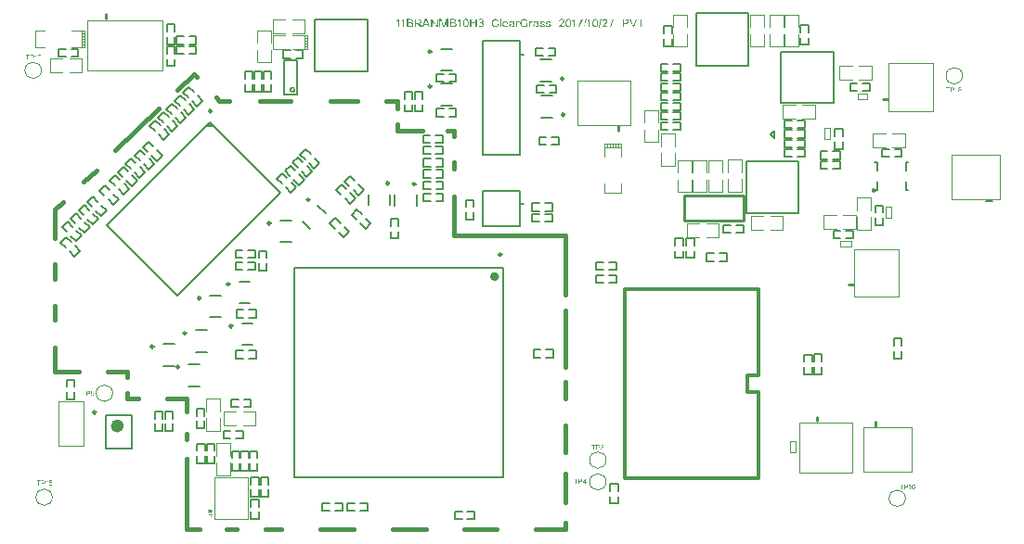
<source format=gto>
G04 Layer_Color=65535*
%FSLAX25Y25*%
%MOIN*%
G70*
G01*
G75*
%ADD13C,0.00500*%
%ADD14C,0.00600*%
%ADD15C,0.01500*%
%ADD16C,0.01000*%
%ADD141C,0.00984*%
%ADD142C,0.00394*%
%ADD143C,0.01575*%
%ADD144C,0.00984*%
%ADD145C,0.02362*%
%ADD146C,0.00787*%
%ADD147C,0.00400*%
%ADD148C,0.00787*%
%ADD149C,0.00402*%
%ADD150C,0.01181*%
G36*
X-112888Y185446D02*
X-113887D01*
Y182843D01*
X-114289D01*
Y185446D01*
X-115306D01*
Y185775D01*
X-112888D01*
Y185446D01*
D02*
G37*
G36*
X-119401Y185772D02*
X-119380Y185768D01*
X-119356Y185765D01*
X-119324Y185761D01*
X-119293Y185755D01*
X-119220Y185741D01*
X-119141Y185720D01*
X-119054Y185689D01*
X-118960Y185651D01*
X-118870Y185602D01*
X-118780Y185543D01*
X-118693Y185474D01*
X-118655Y185432D01*
X-118616Y185390D01*
X-118578Y185342D01*
X-118547Y185290D01*
X-118516Y185238D01*
X-118492Y185178D01*
X-118467Y185116D01*
X-118450Y185047D01*
X-118436Y184977D01*
X-118426Y184901D01*
Y184897D01*
Y184890D01*
Y184880D01*
X-118429Y184863D01*
Y184842D01*
X-118433Y184818D01*
X-118443Y184759D01*
X-118460Y184693D01*
X-118485Y184616D01*
X-118519Y184533D01*
X-118564Y184450D01*
X-118620Y184363D01*
X-118655Y184321D01*
X-118689Y184280D01*
X-118731Y184242D01*
X-118776Y184204D01*
X-118825Y184169D01*
X-118877Y184134D01*
X-118936Y184103D01*
X-118998Y184075D01*
X-119068Y184051D01*
X-119137Y184030D01*
X-119217Y184009D01*
X-119300Y183999D01*
X-119390Y183988D01*
X-119484Y183985D01*
X-120286D01*
Y182843D01*
X-120688D01*
Y185775D01*
X-119418D01*
X-119401Y185772D01*
D02*
G37*
G36*
X-116594Y182843D02*
X-117024D01*
X-118210Y185775D01*
X-117780D01*
X-117777Y185768D01*
X-117770Y185748D01*
X-117756Y185713D01*
X-117739Y185668D01*
X-117718Y185609D01*
X-117690Y185543D01*
X-117662Y185467D01*
X-117631Y185380D01*
X-117596Y185290D01*
X-117558Y185189D01*
X-117517Y185085D01*
X-117475Y184974D01*
X-117433Y184863D01*
X-117388Y184745D01*
X-117298Y184509D01*
X-117211Y184269D01*
X-117166Y184155D01*
X-117121Y184040D01*
X-117079Y183929D01*
X-117041Y183822D01*
X-117003Y183721D01*
X-116965Y183624D01*
X-116934Y183537D01*
X-116902Y183457D01*
X-116878Y183385D01*
X-116854Y183326D01*
X-116836Y183273D01*
X-116823Y183235D01*
X-116812Y183211D01*
X-116809Y183201D01*
Y183197D01*
X-116795D01*
X-116791Y183204D01*
X-116788Y183218D01*
X-116784Y183232D01*
X-116777Y183246D01*
X-116771Y183263D01*
X-116764Y183287D01*
X-116753Y183315D01*
X-116743Y183350D01*
X-116729Y183388D01*
X-116711Y183433D01*
X-116694Y183485D01*
X-116670Y183541D01*
X-116649Y183607D01*
X-116621Y183679D01*
X-116590Y183763D01*
X-116559Y183853D01*
X-116521Y183954D01*
X-116482Y184061D01*
X-116437Y184179D01*
X-116392Y184311D01*
X-116340Y184450D01*
X-116285Y184602D01*
X-116222Y184766D01*
X-116160Y184943D01*
X-116090Y185130D01*
X-116014Y185331D01*
X-115976Y185439D01*
X-115934Y185546D01*
X-115893Y185661D01*
X-115851Y185775D01*
X-115407D01*
X-116594Y182843D01*
D02*
G37*
G36*
X-171426Y185813D02*
X-171388Y185810D01*
X-171347Y185803D01*
X-171298Y185796D01*
X-171246Y185789D01*
X-171138Y185758D01*
X-171083Y185741D01*
X-171027Y185716D01*
X-170972Y185692D01*
X-170923Y185657D01*
X-170875Y185623D01*
X-170833Y185581D01*
X-170830Y185578D01*
X-170823Y185571D01*
X-170812Y185557D01*
X-170798Y185539D01*
X-170784Y185519D01*
X-170764Y185491D01*
X-170746Y185463D01*
X-170726Y185428D01*
X-170687Y185355D01*
X-170653Y185269D01*
X-170639Y185220D01*
X-170628Y185175D01*
X-170621Y185126D01*
X-170618Y185074D01*
Y185071D01*
Y185054D01*
X-170621Y185029D01*
X-170625Y185002D01*
X-170632Y184963D01*
X-170642Y184918D01*
X-170656Y184870D01*
X-170674Y184821D01*
X-170698Y184766D01*
X-170726Y184714D01*
X-170760Y184658D01*
X-170805Y184602D01*
X-170854Y184550D01*
X-170913Y184502D01*
X-170982Y184457D01*
X-171059Y184415D01*
X-171055D01*
X-171048Y184412D01*
X-171034Y184408D01*
X-171017Y184401D01*
X-171000Y184391D01*
X-170975Y184380D01*
X-170920Y184356D01*
X-170861Y184318D01*
X-170795Y184273D01*
X-170736Y184214D01*
X-170680Y184148D01*
Y184144D01*
X-170674Y184141D01*
X-170667Y184127D01*
X-170660Y184113D01*
X-170649Y184096D01*
X-170639Y184075D01*
X-170625Y184047D01*
X-170611Y184020D01*
X-170587Y183950D01*
X-170566Y183874D01*
X-170552Y183784D01*
X-170545Y183686D01*
Y183683D01*
Y183669D01*
Y183648D01*
X-170549Y183621D01*
X-170552Y183589D01*
X-170559Y183551D01*
X-170566Y183510D01*
X-170576Y183461D01*
X-170590Y183412D01*
X-170607Y183360D01*
X-170628Y183308D01*
X-170653Y183256D01*
X-170684Y183201D01*
X-170719Y183149D01*
X-170757Y183100D01*
X-170802Y183051D01*
X-170805Y183048D01*
X-170812Y183041D01*
X-170830Y183027D01*
X-170850Y183013D01*
X-170875Y182992D01*
X-170909Y182972D01*
X-170948Y182951D01*
X-170989Y182926D01*
X-171038Y182902D01*
X-171093Y182881D01*
X-171152Y182861D01*
X-171218Y182840D01*
X-171291Y182826D01*
X-171368Y182812D01*
X-171447Y182805D01*
X-171534Y182802D01*
X-171565D01*
X-171586Y182805D01*
X-171614D01*
X-171645Y182808D01*
X-171683Y182812D01*
X-171721Y182819D01*
X-171808Y182833D01*
X-171902Y182857D01*
X-171999Y182888D01*
X-172093Y182930D01*
X-172096D01*
X-172103Y182937D01*
X-172117Y182944D01*
X-172134Y182954D01*
X-172155Y182968D01*
X-172176Y182985D01*
X-172204Y183010D01*
X-172235Y183034D01*
X-172266Y183062D01*
X-172297Y183093D01*
X-172329Y183131D01*
X-172363Y183169D01*
X-172398Y183214D01*
X-172429Y183263D01*
X-172460Y183315D01*
X-172492Y183371D01*
X-172204Y183541D01*
X-172200Y183537D01*
X-172193Y183523D01*
X-172179Y183502D01*
X-172162Y183475D01*
X-172141Y183443D01*
X-172114Y183409D01*
X-172079Y183374D01*
X-172041Y183336D01*
X-171995Y183294D01*
X-171947Y183260D01*
X-171891Y183225D01*
X-171832Y183194D01*
X-171766Y183166D01*
X-171694Y183145D01*
X-171617Y183131D01*
X-171534Y183128D01*
X-171503D01*
X-171478Y183131D01*
X-171454D01*
X-171423Y183135D01*
X-171350Y183149D01*
X-171270Y183166D01*
X-171191Y183194D01*
X-171114Y183232D01*
X-171080Y183256D01*
X-171048Y183284D01*
X-171045Y183287D01*
X-171041Y183291D01*
X-171034Y183301D01*
X-171024Y183312D01*
X-170996Y183346D01*
X-170968Y183395D01*
X-170941Y183454D01*
X-170913Y183520D01*
X-170896Y183600D01*
X-170889Y183641D01*
Y183686D01*
Y183690D01*
Y183697D01*
Y183711D01*
X-170892Y183728D01*
Y183749D01*
X-170899Y183773D01*
X-170909Y183829D01*
X-170930Y183891D01*
X-170961Y183961D01*
X-170982Y183995D01*
X-171003Y184030D01*
X-171031Y184061D01*
X-171062Y184092D01*
X-171066Y184096D01*
X-171069Y184099D01*
X-171080Y184106D01*
X-171093Y184120D01*
X-171111Y184131D01*
X-171132Y184144D01*
X-171159Y184162D01*
X-171187Y184176D01*
X-171218Y184193D01*
X-171256Y184207D01*
X-171295Y184221D01*
X-171340Y184235D01*
X-171385Y184245D01*
X-171437Y184252D01*
X-171489Y184256D01*
X-171548Y184259D01*
X-171832D01*
Y184571D01*
X-171520D01*
X-171499Y184575D01*
X-171475D01*
X-171447Y184578D01*
X-171385Y184589D01*
X-171315Y184606D01*
X-171243Y184627D01*
X-171173Y184661D01*
X-171111Y184707D01*
X-171107D01*
X-171104Y184714D01*
X-171086Y184731D01*
X-171062Y184762D01*
X-171034Y184804D01*
X-171010Y184856D01*
X-170986Y184922D01*
X-170968Y184995D01*
X-170961Y185033D01*
Y185074D01*
Y185078D01*
Y185081D01*
X-170965Y185102D01*
X-170968Y185133D01*
X-170979Y185175D01*
X-170993Y185220D01*
X-171017Y185269D01*
X-171052Y185317D01*
X-171097Y185366D01*
X-171104Y185373D01*
X-171121Y185387D01*
X-171152Y185404D01*
X-171197Y185428D01*
X-171256Y185449D01*
X-171326Y185470D01*
X-171409Y185484D01*
X-171503Y185487D01*
X-171524D01*
X-171548Y185484D01*
X-171579Y185480D01*
X-171621Y185477D01*
X-171662Y185470D01*
X-171711Y185456D01*
X-171760Y185442D01*
X-171812Y185425D01*
X-171860Y185401D01*
X-171909Y185373D01*
X-171957Y185338D01*
X-171999Y185296D01*
X-172037Y185248D01*
X-172065Y185192D01*
X-172089Y185130D01*
X-172391D01*
Y185133D01*
X-172388Y185140D01*
X-172384Y185154D01*
X-172381Y185172D01*
X-172374Y185192D01*
X-172367Y185220D01*
X-172343Y185279D01*
X-172311Y185352D01*
X-172270Y185428D01*
X-172242Y185470D01*
X-172211Y185512D01*
X-172179Y185553D01*
X-172141Y185595D01*
X-172138Y185598D01*
X-172131Y185605D01*
X-172120Y185616D01*
X-172103Y185630D01*
X-172079Y185647D01*
X-172051Y185664D01*
X-172020Y185685D01*
X-171982Y185706D01*
X-171940Y185727D01*
X-171895Y185748D01*
X-171843Y185765D01*
X-171784Y185782D01*
X-171721Y185796D01*
X-171652Y185807D01*
X-171579Y185813D01*
X-171503Y185817D01*
X-171458D01*
X-171426Y185813D01*
D02*
G37*
G36*
X-123752Y185505D02*
X-124856Y182843D01*
X-125255D01*
X-124141Y185446D01*
X-125543D01*
Y185775D01*
X-123752D01*
Y185505D01*
D02*
G37*
G36*
X-134981D02*
X-136084Y182843D01*
X-136484D01*
X-135370Y185446D01*
X-136772D01*
Y185775D01*
X-134981D01*
Y185505D01*
D02*
G37*
G36*
X-137747Y182843D02*
X-138090D01*
Y185331D01*
X-138704Y184974D01*
Y185359D01*
X-138003Y185775D01*
X-137747D01*
Y182843D01*
D02*
G37*
G36*
X-126931Y185813D02*
X-126899Y185810D01*
X-126865Y185807D01*
X-126823Y185800D01*
X-126778Y185789D01*
X-126684Y185765D01*
X-126632Y185748D01*
X-126584Y185727D01*
X-126532Y185703D01*
X-126479Y185671D01*
X-126431Y185640D01*
X-126382Y185602D01*
X-126379Y185598D01*
X-126372Y185591D01*
X-126358Y185581D01*
X-126344Y185564D01*
X-126323Y185543D01*
X-126303Y185515D01*
X-126282Y185484D01*
X-126258Y185449D01*
X-126233Y185411D01*
X-126212Y185366D01*
X-126191Y185317D01*
X-126171Y185265D01*
X-126157Y185210D01*
X-126143Y185147D01*
X-126136Y185085D01*
X-126133Y185015D01*
Y185012D01*
Y185005D01*
Y184991D01*
Y184974D01*
X-126136Y184953D01*
Y184929D01*
X-126146Y184873D01*
X-126157Y184807D01*
X-126174Y184738D01*
X-126198Y184668D01*
X-126233Y184599D01*
Y184596D01*
X-126237Y184592D01*
X-126244Y184582D01*
X-126251Y184568D01*
X-126275Y184533D01*
X-126306Y184485D01*
X-126348Y184422D01*
X-126400Y184353D01*
X-126462Y184273D01*
X-126532Y184186D01*
X-126535Y184179D01*
X-126552Y184162D01*
X-126577Y184137D01*
X-126608Y184099D01*
X-126646Y184054D01*
X-126691Y184002D01*
X-126740Y183943D01*
X-126792Y183877D01*
Y183874D01*
X-126799Y183870D01*
X-126806Y183860D01*
X-126816Y183846D01*
X-126844Y183811D01*
X-126882Y183770D01*
X-126924Y183718D01*
X-126972Y183662D01*
X-127076Y183541D01*
Y183537D01*
X-127083Y183534D01*
X-127090Y183523D01*
X-127104Y183510D01*
X-127135Y183471D01*
X-127177Y183426D01*
X-127226Y183371D01*
X-127281Y183308D01*
X-127344Y183239D01*
X-127406Y183169D01*
X-126087D01*
Y182843D01*
X-127906D01*
Y183114D01*
X-127902Y183117D01*
X-127895Y183124D01*
X-127881Y183138D01*
X-127868Y183159D01*
X-127847Y183180D01*
X-127822Y183208D01*
X-127795Y183239D01*
X-127767Y183273D01*
X-127701Y183350D01*
X-127628Y183433D01*
X-127552Y183523D01*
X-127475Y183614D01*
X-127472Y183617D01*
X-127469Y183624D01*
X-127458Y183634D01*
X-127448Y183648D01*
X-127430Y183666D01*
X-127413Y183686D01*
X-127368Y183739D01*
X-127319Y183801D01*
X-127260Y183867D01*
X-127198Y183940D01*
X-127135Y184013D01*
X-127132Y184016D01*
X-127128Y184023D01*
X-127118Y184033D01*
X-127108Y184047D01*
X-127076Y184082D01*
X-127035Y184127D01*
X-126993Y184179D01*
X-126948Y184231D01*
X-126903Y184283D01*
X-126861Y184328D01*
X-126858Y184332D01*
X-126851Y184339D01*
X-126840Y184349D01*
X-126827Y184367D01*
X-126813Y184387D01*
X-126792Y184408D01*
X-126750Y184460D01*
X-126702Y184519D01*
X-126653Y184582D01*
X-126608Y184644D01*
X-126570Y184700D01*
X-126566Y184707D01*
X-126556Y184724D01*
X-126539Y184755D01*
X-126521Y184793D01*
X-126507Y184842D01*
X-126490Y184894D01*
X-126479Y184953D01*
X-126476Y185015D01*
Y185019D01*
Y185026D01*
Y185036D01*
X-126479Y185050D01*
X-126483Y185092D01*
X-126493Y185140D01*
X-126507Y185192D01*
X-126532Y185251D01*
X-126566Y185307D01*
X-126611Y185359D01*
X-126618Y185366D01*
X-126636Y185380D01*
X-126667Y185401D01*
X-126709Y185425D01*
X-126764Y185446D01*
X-126827Y185467D01*
X-126903Y185480D01*
X-126990Y185487D01*
X-127017D01*
X-127038Y185484D01*
X-127062D01*
X-127094Y185480D01*
X-127160Y185470D01*
X-127233Y185453D01*
X-127309Y185425D01*
X-127378Y185387D01*
X-127410Y185366D01*
X-127441Y185338D01*
X-127448Y185331D01*
X-127465Y185310D01*
X-127489Y185279D01*
X-127514Y185234D01*
X-127541Y185178D01*
X-127566Y185109D01*
X-127583Y185033D01*
X-127586Y184991D01*
X-127590Y184946D01*
X-127906D01*
Y184950D01*
Y184963D01*
Y184981D01*
X-127902Y185009D01*
X-127899Y185040D01*
X-127892Y185078D01*
X-127885Y185119D01*
X-127875Y185165D01*
X-127847Y185262D01*
X-127829Y185314D01*
X-127805Y185366D01*
X-127777Y185418D01*
X-127746Y185470D01*
X-127711Y185519D01*
X-127670Y185567D01*
X-127666Y185571D01*
X-127659Y185578D01*
X-127646Y185591D01*
X-127625Y185605D01*
X-127600Y185626D01*
X-127573Y185647D01*
X-127538Y185668D01*
X-127496Y185692D01*
X-127451Y185716D01*
X-127399Y185737D01*
X-127344Y185758D01*
X-127285Y185779D01*
X-127219Y185793D01*
X-127146Y185807D01*
X-127069Y185813D01*
X-126990Y185817D01*
X-126955D01*
X-126931Y185813D01*
D02*
G37*
G36*
X-132375Y182843D02*
X-132719D01*
Y185331D01*
X-133333Y184974D01*
Y185359D01*
X-132632Y185775D01*
X-132375D01*
Y182843D01*
D02*
G37*
G36*
X-186979D02*
X-187454D01*
X-189012Y185345D01*
Y182843D01*
X-189401D01*
Y185775D01*
X-188898D01*
X-187368Y183284D01*
X-187354D01*
Y185775D01*
X-186979D01*
Y182843D01*
D02*
G37*
G36*
X-172981D02*
X-173380D01*
Y184186D01*
X-174997D01*
Y182843D01*
X-175386D01*
Y185775D01*
X-174997D01*
Y184516D01*
X-173380D01*
Y185775D01*
X-172981D01*
Y182843D01*
D02*
G37*
G36*
X-147241Y185026D02*
X-147192Y185022D01*
X-147133Y185012D01*
X-147067Y185002D01*
X-146994Y184984D01*
X-146921Y184960D01*
X-146845Y184932D01*
X-146769Y184894D01*
X-146692Y184849D01*
X-146623Y184797D01*
X-146560Y184731D01*
X-146505Y184658D01*
X-146460Y184571D01*
X-146439Y184526D01*
X-146425Y184474D01*
X-146796Y184401D01*
Y184405D01*
X-146800Y184415D01*
X-146807Y184436D01*
X-146817Y184457D01*
X-146828Y184485D01*
X-146845Y184516D01*
X-146866Y184547D01*
X-146890Y184582D01*
X-146918Y184613D01*
X-146952Y184644D01*
X-146994Y184675D01*
X-147039Y184703D01*
X-147088Y184727D01*
X-147147Y184745D01*
X-147209Y184755D01*
X-147282Y184759D01*
X-147303D01*
X-147324Y184755D01*
X-147355Y184752D01*
X-147390Y184745D01*
X-147428Y184738D01*
X-147470Y184727D01*
X-147511Y184714D01*
X-147556Y184693D01*
X-147598Y184672D01*
X-147640Y184644D01*
X-147674Y184613D01*
X-147705Y184578D01*
X-147730Y184533D01*
X-147747Y184485D01*
X-147754Y184429D01*
Y184425D01*
Y184419D01*
Y184405D01*
X-147751Y184391D01*
X-147747Y184370D01*
X-147737Y184346D01*
X-147723Y184321D01*
X-147705Y184294D01*
X-147678Y184266D01*
X-147647Y184238D01*
X-147601Y184210D01*
X-147549Y184183D01*
X-147487Y184155D01*
X-147414Y184131D01*
X-147327Y184106D01*
X-147279Y184096D01*
X-147227Y184086D01*
X-147209D01*
X-147195Y184082D01*
X-147161Y184075D01*
X-147112Y184058D01*
X-147109D01*
X-147095Y184054D01*
X-147074D01*
X-147046Y184051D01*
X-146991Y184040D01*
X-146963Y184037D01*
X-146939Y184030D01*
X-146932D01*
X-146911Y184023D01*
X-146880Y184013D01*
X-146842Y183999D01*
X-146793Y183981D01*
X-146741Y183961D01*
X-146685Y183933D01*
X-146626Y183902D01*
X-146571Y183863D01*
X-146515Y183818D01*
X-146467Y183770D01*
X-146422Y183714D01*
X-146384Y183652D01*
X-146356Y183582D01*
X-146342Y183510D01*
X-146338Y183468D01*
Y183426D01*
Y183419D01*
X-146342Y183398D01*
X-146345Y183371D01*
X-146356Y183329D01*
X-146370Y183284D01*
X-146390Y183232D01*
X-146418Y183176D01*
X-146453Y183121D01*
X-146501Y183062D01*
X-146560Y183006D01*
X-146595Y182978D01*
X-146633Y182954D01*
X-146675Y182926D01*
X-146720Y182906D01*
X-146769Y182885D01*
X-146821Y182864D01*
X-146876Y182847D01*
X-146939Y182833D01*
X-147001Y182819D01*
X-147074Y182812D01*
X-147147Y182805D01*
X-147227Y182802D01*
X-147307D01*
X-147362Y182805D01*
X-147428Y182812D01*
X-147501Y182826D01*
X-147581Y182843D01*
X-147667Y182868D01*
X-147751Y182899D01*
X-147837Y182940D01*
X-147921Y182996D01*
X-147997Y183058D01*
X-148035Y183097D01*
X-148070Y183138D01*
X-148101Y183180D01*
X-148129Y183228D01*
X-148153Y183280D01*
X-148178Y183336D01*
X-148198Y183395D01*
X-148212Y183457D01*
X-147841Y183513D01*
Y183510D01*
X-147834Y183496D01*
X-147827Y183475D01*
X-147817Y183447D01*
X-147803Y183416D01*
X-147782Y183378D01*
X-147758Y183339D01*
X-147726Y183301D01*
X-147692Y183260D01*
X-147647Y183221D01*
X-147598Y183187D01*
X-147543Y183156D01*
X-147476Y183128D01*
X-147404Y183110D01*
X-147324Y183097D01*
X-147234Y183093D01*
X-147213D01*
X-147185Y183097D01*
X-147154Y183100D01*
X-147116Y183107D01*
X-147071Y183114D01*
X-147025Y183124D01*
X-146977Y183138D01*
X-146928Y183159D01*
X-146883Y183183D01*
X-146838Y183211D01*
X-146796Y183242D01*
X-146762Y183284D01*
X-146737Y183329D01*
X-146717Y183385D01*
X-146710Y183443D01*
Y183447D01*
Y183454D01*
Y183468D01*
X-146713Y183482D01*
X-146717Y183502D01*
X-146727Y183523D01*
X-146737Y183551D01*
X-146755Y183575D01*
X-146776Y183603D01*
X-146807Y183631D01*
X-146842Y183659D01*
X-146887Y183683D01*
X-146939Y183707D01*
X-146998Y183731D01*
X-147071Y183752D01*
X-147154Y183770D01*
X-147161Y183773D01*
X-147175Y183777D01*
X-147202Y183787D01*
X-147237Y183798D01*
X-147279Y183808D01*
X-147331Y183818D01*
X-147383Y183832D01*
X-147442Y183843D01*
X-147445D01*
X-147449Y183846D01*
X-147459D01*
X-147473Y183850D01*
X-147508Y183860D01*
X-147556Y183870D01*
X-147608Y183888D01*
X-147671Y183912D01*
X-147737Y183936D01*
X-147803Y183967D01*
X-147869Y184002D01*
X-147935Y184044D01*
X-147994Y184092D01*
X-148046Y184144D01*
X-148087Y184204D01*
X-148122Y184266D01*
X-148132Y184301D01*
X-148139Y184339D01*
X-148143Y184377D01*
Y184415D01*
Y184422D01*
X-148139Y184439D01*
X-148132Y184471D01*
X-148122Y184509D01*
X-148108Y184550D01*
X-148087Y184602D01*
X-148059Y184655D01*
X-148021Y184714D01*
X-147976Y184769D01*
X-147921Y184825D01*
X-147851Y184873D01*
X-147772Y184922D01*
X-147726Y184943D01*
X-147678Y184963D01*
X-147626Y184981D01*
X-147570Y184995D01*
X-147511Y185009D01*
X-147449Y185019D01*
X-147383Y185026D01*
X-147310Y185029D01*
X-147279D01*
X-147241Y185026D01*
D02*
G37*
G36*
X-153219D02*
X-153199Y185022D01*
X-153143Y185015D01*
X-153084Y185002D01*
X-153018Y184981D01*
X-152956Y184953D01*
X-152893Y184915D01*
X-153035Y184589D01*
X-153039Y184592D01*
X-153053Y184602D01*
X-153077Y184616D01*
X-153112Y184630D01*
X-153153Y184644D01*
X-153206Y184658D01*
X-153268Y184668D01*
X-153337Y184672D01*
X-153344D01*
X-153358Y184668D01*
X-153383Y184665D01*
X-153414Y184658D01*
X-153452Y184644D01*
X-153490Y184627D01*
X-153535Y184606D01*
X-153580Y184575D01*
X-153629Y184537D01*
X-153674Y184488D01*
X-153716Y184432D01*
X-153754Y184363D01*
X-153785Y184287D01*
X-153813Y184193D01*
X-153820Y184144D01*
X-153830Y184089D01*
X-153834Y184033D01*
X-153837Y183971D01*
Y182843D01*
X-154208D01*
Y184974D01*
X-153837D01*
Y184589D01*
X-153823Y184571D01*
X-153820Y184575D01*
X-153816Y184592D01*
X-153806Y184613D01*
X-153792Y184641D01*
X-153775Y184675D01*
X-153754Y184714D01*
X-153726Y184752D01*
X-153695Y184797D01*
X-153660Y184838D01*
X-153622Y184880D01*
X-153577Y184918D01*
X-153528Y184953D01*
X-153473Y184981D01*
X-153414Y185005D01*
X-153348Y185022D01*
X-153278Y185029D01*
X-153240D01*
X-153219Y185026D01*
D02*
G37*
G36*
X-157956D02*
X-157935Y185022D01*
X-157880Y185015D01*
X-157821Y185002D01*
X-157755Y184981D01*
X-157692Y184953D01*
X-157630Y184915D01*
X-157772Y184589D01*
X-157775Y184592D01*
X-157789Y184602D01*
X-157814Y184616D01*
X-157848Y184630D01*
X-157890Y184644D01*
X-157942Y184658D01*
X-158004Y184668D01*
X-158074Y184672D01*
X-158081D01*
X-158095Y184668D01*
X-158119Y184665D01*
X-158150Y184658D01*
X-158188Y184644D01*
X-158227Y184627D01*
X-158272Y184606D01*
X-158317Y184575D01*
X-158365Y184537D01*
X-158411Y184488D01*
X-158452Y184432D01*
X-158490Y184363D01*
X-158521Y184287D01*
X-158549Y184193D01*
X-158556Y184144D01*
X-158567Y184089D01*
X-158570Y184033D01*
X-158574Y183971D01*
Y182843D01*
X-158945D01*
Y184974D01*
X-158574D01*
Y184589D01*
X-158560Y184571D01*
X-158556Y184575D01*
X-158553Y184592D01*
X-158542Y184613D01*
X-158528Y184641D01*
X-158511Y184675D01*
X-158490Y184714D01*
X-158463Y184752D01*
X-158431Y184797D01*
X-158397Y184838D01*
X-158358Y184880D01*
X-158313Y184918D01*
X-158265Y184953D01*
X-158209Y184981D01*
X-158150Y185005D01*
X-158084Y185022D01*
X-158015Y185029D01*
X-157977D01*
X-157956Y185026D01*
D02*
G37*
G36*
X-149430D02*
X-149381Y185022D01*
X-149323Y185012D01*
X-149257Y185002D01*
X-149184Y184984D01*
X-149111Y184960D01*
X-149035Y184932D01*
X-148958Y184894D01*
X-148882Y184849D01*
X-148812Y184797D01*
X-148750Y184731D01*
X-148695Y184658D01*
X-148649Y184571D01*
X-148629Y184526D01*
X-148615Y184474D01*
X-148986Y184401D01*
Y184405D01*
X-148989Y184415D01*
X-148996Y184436D01*
X-149007Y184457D01*
X-149017Y184485D01*
X-149035Y184516D01*
X-149055Y184547D01*
X-149080Y184582D01*
X-149107Y184613D01*
X-149142Y184644D01*
X-149184Y184675D01*
X-149229Y184703D01*
X-149277Y184727D01*
X-149336Y184745D01*
X-149399Y184755D01*
X-149472Y184759D01*
X-149493D01*
X-149513Y184755D01*
X-149545Y184752D01*
X-149579Y184745D01*
X-149618Y184738D01*
X-149659Y184727D01*
X-149701Y184714D01*
X-149746Y184693D01*
X-149787Y184672D01*
X-149829Y184644D01*
X-149864Y184613D01*
X-149895Y184578D01*
X-149919Y184533D01*
X-149937Y184485D01*
X-149944Y184429D01*
Y184425D01*
Y184419D01*
Y184405D01*
X-149940Y184391D01*
X-149937Y184370D01*
X-149926Y184346D01*
X-149913Y184321D01*
X-149895Y184294D01*
X-149867Y184266D01*
X-149836Y184238D01*
X-149791Y184210D01*
X-149739Y184183D01*
X-149677Y184155D01*
X-149604Y184131D01*
X-149517Y184106D01*
X-149468Y184096D01*
X-149416Y184086D01*
X-149399D01*
X-149385Y184082D01*
X-149350Y184075D01*
X-149302Y184058D01*
X-149298D01*
X-149284Y184054D01*
X-149264D01*
X-149236Y184051D01*
X-149180Y184040D01*
X-149153Y184037D01*
X-149128Y184030D01*
X-149121D01*
X-149100Y184023D01*
X-149069Y184013D01*
X-149031Y183999D01*
X-148983Y183981D01*
X-148930Y183961D01*
X-148875Y183933D01*
X-148816Y183902D01*
X-148760Y183863D01*
X-148705Y183818D01*
X-148656Y183770D01*
X-148611Y183714D01*
X-148573Y183652D01*
X-148545Y183582D01*
X-148531Y183510D01*
X-148528Y183468D01*
Y183426D01*
Y183419D01*
X-148531Y183398D01*
X-148535Y183371D01*
X-148545Y183329D01*
X-148559Y183284D01*
X-148580Y183232D01*
X-148608Y183176D01*
X-148642Y183121D01*
X-148691Y183062D01*
X-148750Y183006D01*
X-148785Y182978D01*
X-148823Y182954D01*
X-148864Y182926D01*
X-148910Y182906D01*
X-148958Y182885D01*
X-149010Y182864D01*
X-149066Y182847D01*
X-149128Y182833D01*
X-149191Y182819D01*
X-149264Y182812D01*
X-149336Y182805D01*
X-149416Y182802D01*
X-149496D01*
X-149552Y182805D01*
X-149618Y182812D01*
X-149690Y182826D01*
X-149770Y182843D01*
X-149857Y182868D01*
X-149940Y182899D01*
X-150027Y182940D01*
X-150110Y182996D01*
X-150187Y183058D01*
X-150225Y183097D01*
X-150259Y183138D01*
X-150291Y183180D01*
X-150319Y183228D01*
X-150343Y183280D01*
X-150367Y183336D01*
X-150388Y183395D01*
X-150402Y183457D01*
X-150030Y183513D01*
Y183510D01*
X-150023Y183496D01*
X-150017Y183475D01*
X-150006Y183447D01*
X-149992Y183416D01*
X-149971Y183378D01*
X-149947Y183339D01*
X-149916Y183301D01*
X-149881Y183260D01*
X-149836Y183221D01*
X-149787Y183187D01*
X-149732Y183156D01*
X-149666Y183128D01*
X-149593Y183110D01*
X-149513Y183097D01*
X-149423Y183093D01*
X-149402D01*
X-149375Y183097D01*
X-149343Y183100D01*
X-149305Y183107D01*
X-149260Y183114D01*
X-149215Y183124D01*
X-149166Y183138D01*
X-149118Y183159D01*
X-149073Y183183D01*
X-149028Y183211D01*
X-148986Y183242D01*
X-148951Y183284D01*
X-148927Y183329D01*
X-148906Y183385D01*
X-148899Y183443D01*
Y183447D01*
Y183454D01*
Y183468D01*
X-148903Y183482D01*
X-148906Y183502D01*
X-148917Y183523D01*
X-148927Y183551D01*
X-148944Y183575D01*
X-148965Y183603D01*
X-148996Y183631D01*
X-149031Y183659D01*
X-149076Y183683D01*
X-149128Y183707D01*
X-149187Y183731D01*
X-149260Y183752D01*
X-149343Y183770D01*
X-149350Y183773D01*
X-149364Y183777D01*
X-149392Y183787D01*
X-149427Y183798D01*
X-149468Y183808D01*
X-149520Y183818D01*
X-149572Y183832D01*
X-149631Y183843D01*
X-149635D01*
X-149638Y183846D01*
X-149649D01*
X-149663Y183850D01*
X-149697Y183860D01*
X-149746Y183870D01*
X-149798Y183888D01*
X-149860Y183912D01*
X-149926Y183936D01*
X-149992Y183967D01*
X-150058Y184002D01*
X-150124Y184044D01*
X-150183Y184092D01*
X-150235Y184144D01*
X-150277Y184204D01*
X-150312Y184266D01*
X-150322Y184301D01*
X-150329Y184339D01*
X-150332Y184377D01*
Y184415D01*
Y184422D01*
X-150329Y184439D01*
X-150322Y184471D01*
X-150312Y184509D01*
X-150298Y184550D01*
X-150277Y184602D01*
X-150249Y184655D01*
X-150211Y184714D01*
X-150166Y184769D01*
X-150110Y184825D01*
X-150041Y184873D01*
X-149961Y184922D01*
X-149916Y184943D01*
X-149867Y184963D01*
X-149815Y184981D01*
X-149760Y184995D01*
X-149701Y185009D01*
X-149638Y185019D01*
X-149572Y185026D01*
X-149499Y185029D01*
X-149468D01*
X-149430Y185026D01*
D02*
G37*
G36*
X-168068Y184158D02*
X-170056D01*
Y184443D01*
X-168068D01*
Y184158D01*
D02*
G37*
G36*
X-183329Y182843D02*
X-183717D01*
Y185474D01*
X-183731D01*
Y185470D01*
X-183738Y185456D01*
X-183741Y185446D01*
X-183745Y185432D01*
X-183752Y185415D01*
X-183759Y185394D01*
X-183766Y185369D01*
X-183776Y185338D01*
X-183790Y185303D01*
X-183804Y185262D01*
X-183821Y185217D01*
X-183839Y185165D01*
X-183860Y185109D01*
X-183880Y185043D01*
X-183908Y184970D01*
X-183936Y184894D01*
X-183967Y184807D01*
X-183998Y184714D01*
X-184036Y184609D01*
X-184075Y184498D01*
X-184120Y184380D01*
X-184165Y184249D01*
X-184217Y184110D01*
X-184269Y183961D01*
X-184328Y183804D01*
X-184387Y183634D01*
X-184453Y183454D01*
X-184522Y183263D01*
X-184595Y183058D01*
X-184675Y182843D01*
X-185046D01*
X-186021Y185460D01*
X-186049D01*
Y182843D01*
X-186420D01*
Y185789D01*
X-185778D01*
X-184876Y183284D01*
X-184862D01*
X-183988Y185789D01*
X-183329D01*
Y182843D01*
D02*
G37*
G36*
X-121233Y184158D02*
X-123221D01*
Y184443D01*
X-121233D01*
Y184158D01*
D02*
G37*
G36*
X-143920D02*
X-145908D01*
Y184443D01*
X-143920D01*
Y184158D01*
D02*
G37*
G36*
X-140103Y185813D02*
X-140078D01*
X-140051Y185810D01*
X-139985Y185800D01*
X-139908Y185786D01*
X-139829Y185761D01*
X-139749Y185727D01*
X-139673Y185682D01*
X-139669D01*
X-139662Y185675D01*
X-139655Y185668D01*
X-139641Y185657D01*
X-139607Y185626D01*
X-139561Y185588D01*
X-139513Y185536D01*
X-139461Y185477D01*
X-139409Y185407D01*
X-139364Y185331D01*
Y185328D01*
X-139360Y185321D01*
X-139353Y185310D01*
X-139346Y185293D01*
X-139336Y185272D01*
X-139325Y185248D01*
X-139315Y185220D01*
X-139301Y185189D01*
X-139273Y185116D01*
X-139249Y185033D01*
X-139225Y184943D01*
X-139207Y184842D01*
Y184838D01*
X-139204Y184832D01*
Y184814D01*
X-139201Y184797D01*
X-139197Y184773D01*
X-139194Y184741D01*
X-139190Y184710D01*
X-139183Y184672D01*
X-139176Y184592D01*
X-139169Y184498D01*
X-139166Y184401D01*
X-139162Y184301D01*
Y184297D01*
Y184290D01*
Y184273D01*
Y184256D01*
Y184231D01*
X-139166Y184200D01*
Y184169D01*
X-139169Y184131D01*
X-139173Y184051D01*
X-139180Y183961D01*
X-139194Y183863D01*
X-139207Y183763D01*
Y183759D01*
X-139211Y183752D01*
Y183739D01*
X-139215Y183718D01*
X-139221Y183697D01*
X-139228Y183669D01*
X-139242Y183603D01*
X-139263Y183530D01*
X-139291Y183450D01*
X-139325Y183367D01*
X-139364Y183284D01*
Y183280D01*
X-139367Y183273D01*
X-139374Y183263D01*
X-139384Y183249D01*
X-139409Y183211D01*
X-139444Y183162D01*
X-139489Y183107D01*
X-139541Y183048D01*
X-139600Y182992D01*
X-139666Y182937D01*
X-139669D01*
X-139673Y182930D01*
X-139683Y182923D01*
X-139700Y182916D01*
X-139718Y182906D01*
X-139738Y182895D01*
X-139766Y182881D01*
X-139794Y182871D01*
X-139829Y182857D01*
X-139863Y182843D01*
X-139947Y182822D01*
X-140044Y182808D01*
X-140151Y182802D01*
X-140179D01*
X-140200Y182805D01*
X-140228D01*
X-140255Y182808D01*
X-140325Y182819D01*
X-140405Y182836D01*
X-140484Y182857D01*
X-140564Y182892D01*
X-140641Y182937D01*
X-140644D01*
X-140648Y182944D01*
X-140658Y182951D01*
X-140672Y182961D01*
X-140703Y182992D01*
X-140748Y183031D01*
X-140793Y183083D01*
X-140845Y183142D01*
X-140894Y183208D01*
X-140939Y183284D01*
Y183287D01*
X-140943Y183294D01*
X-140949Y183305D01*
X-140956Y183322D01*
X-140967Y183343D01*
X-140977Y183367D01*
X-140988Y183395D01*
X-141001Y183426D01*
X-141029Y183496D01*
X-141053Y183575D01*
X-141078Y183666D01*
X-141099Y183763D01*
Y183766D01*
Y183773D01*
X-141102Y183791D01*
X-141106Y183808D01*
X-141109Y183832D01*
X-141112Y183863D01*
X-141116Y183895D01*
X-141120Y183929D01*
X-141126Y184013D01*
X-141133Y184103D01*
X-141137Y184200D01*
X-141140Y184301D01*
Y184304D01*
Y184315D01*
Y184328D01*
Y184346D01*
Y184373D01*
X-141137Y184401D01*
Y184432D01*
X-141133Y184471D01*
X-141130Y184550D01*
X-141123Y184644D01*
X-141112Y184741D01*
X-141099Y184842D01*
Y184845D01*
X-141095Y184856D01*
Y184870D01*
X-141088Y184887D01*
X-141085Y184911D01*
X-141078Y184939D01*
X-141071Y184970D01*
X-141060Y185005D01*
X-141040Y185081D01*
X-141012Y185165D01*
X-140977Y185248D01*
X-140939Y185331D01*
Y185335D01*
X-140932Y185342D01*
X-140929Y185352D01*
X-140918Y185366D01*
X-140894Y185407D01*
X-140859Y185456D01*
X-140814Y185512D01*
X-140766Y185571D01*
X-140707Y185626D01*
X-140641Y185682D01*
X-140637D01*
X-140630Y185689D01*
X-140620Y185696D01*
X-140606Y185703D01*
X-140589Y185713D01*
X-140564Y185723D01*
X-140540Y185737D01*
X-140509Y185751D01*
X-140474Y185761D01*
X-140439Y185775D01*
X-140356Y185796D01*
X-140259Y185810D01*
X-140151Y185817D01*
X-140124D01*
X-140103Y185813D01*
D02*
G37*
G36*
X-162710Y185026D02*
X-162686D01*
X-162661Y185022D01*
X-162630Y185015D01*
X-162592Y185009D01*
X-162515Y184991D01*
X-162429Y184967D01*
X-162335Y184929D01*
X-162238Y184880D01*
X-162189Y184852D01*
X-162141Y184821D01*
X-162092Y184783D01*
X-162047Y184745D01*
X-162002Y184700D01*
X-161960Y184651D01*
X-161919Y184599D01*
X-161881Y184540D01*
X-161842Y184478D01*
X-161811Y184412D01*
X-161783Y184335D01*
X-161759Y184259D01*
X-161738Y184172D01*
X-161724Y184082D01*
X-161714Y183988D01*
X-161711Y183884D01*
Y183881D01*
Y183874D01*
Y183853D01*
Y183825D01*
Y183801D01*
X-163400D01*
Y183798D01*
Y183794D01*
X-163397Y183773D01*
X-163393Y183739D01*
X-163386Y183697D01*
X-163373Y183645D01*
X-163355Y183586D01*
X-163334Y183523D01*
X-163303Y183461D01*
X-163268Y183398D01*
X-163223Y183333D01*
X-163168Y183273D01*
X-163102Y183221D01*
X-163029Y183176D01*
X-162939Y183138D01*
X-162842Y183114D01*
X-162786Y183104D01*
X-162727Y183100D01*
X-162706D01*
X-162679Y183104D01*
X-162647Y183107D01*
X-162606Y183114D01*
X-162561Y183121D01*
X-162512Y183135D01*
X-162460Y183152D01*
X-162408Y183173D01*
X-162356Y183201D01*
X-162304Y183235D01*
X-162255Y183273D01*
X-162210Y183322D01*
X-162169Y183378D01*
X-162134Y183440D01*
X-162109Y183513D01*
X-161711Y183443D01*
X-161714Y183437D01*
X-161721Y183416D01*
X-161735Y183385D01*
X-161756Y183343D01*
X-161783Y183294D01*
X-161821Y183239D01*
X-161863Y183183D01*
X-161915Y183124D01*
X-161978Y183062D01*
X-162050Y183006D01*
X-162130Y182951D01*
X-162224Y182902D01*
X-162328Y182861D01*
X-162443Y182829D01*
X-162571Y182808D01*
X-162640Y182805D01*
X-162713Y182802D01*
X-162724D01*
X-162738Y182805D01*
X-162758D01*
X-162783Y182808D01*
X-162810Y182812D01*
X-162842Y182819D01*
X-162876Y182826D01*
X-162956Y182843D01*
X-163046Y182871D01*
X-163140Y182906D01*
X-163241Y182954D01*
X-163341Y183013D01*
X-163390Y183045D01*
X-163438Y183083D01*
X-163484Y183128D01*
X-163529Y183173D01*
X-163570Y183221D01*
X-163612Y183277D01*
X-163650Y183336D01*
X-163685Y183398D01*
X-163713Y183464D01*
X-163740Y183537D01*
X-163761Y183617D01*
X-163779Y183700D01*
X-163793Y183791D01*
X-163799Y183884D01*
Y183888D01*
Y183898D01*
X-163796Y183912D01*
Y183933D01*
X-163793Y183957D01*
X-163789Y183985D01*
X-163782Y184020D01*
X-163779Y184058D01*
X-163758Y184141D01*
X-163733Y184235D01*
X-163699Y184335D01*
X-163654Y184443D01*
X-163595Y184547D01*
X-163563Y184599D01*
X-163525Y184648D01*
X-163487Y184700D01*
X-163442Y184745D01*
X-163393Y184790D01*
X-163341Y184832D01*
X-163286Y184873D01*
X-163223Y184908D01*
X-163157Y184939D01*
X-163088Y184967D01*
X-163012Y184991D01*
X-162932Y185009D01*
X-162845Y185022D01*
X-162755Y185029D01*
X-162731D01*
X-162710Y185026D01*
D02*
G37*
G36*
X-200942Y182843D02*
X-201286D01*
Y185331D01*
X-201900Y184974D01*
Y185359D01*
X-201199Y185775D01*
X-200942D01*
Y182843D01*
D02*
G37*
G36*
X-130435Y185813D02*
X-130411D01*
X-130383Y185810D01*
X-130317Y185800D01*
X-130241Y185786D01*
X-130161Y185761D01*
X-130081Y185727D01*
X-130005Y185682D01*
X-130002D01*
X-129995Y185675D01*
X-129988Y185668D01*
X-129974Y185657D01*
X-129939Y185626D01*
X-129894Y185588D01*
X-129845Y185536D01*
X-129793Y185477D01*
X-129741Y185407D01*
X-129696Y185331D01*
Y185328D01*
X-129693Y185321D01*
X-129686Y185310D01*
X-129679Y185293D01*
X-129668Y185272D01*
X-129658Y185248D01*
X-129648Y185220D01*
X-129634Y185189D01*
X-129606Y185116D01*
X-129582Y185033D01*
X-129557Y184943D01*
X-129540Y184842D01*
Y184838D01*
X-129537Y184832D01*
Y184814D01*
X-129533Y184797D01*
X-129530Y184773D01*
X-129526Y184741D01*
X-129523Y184710D01*
X-129516Y184672D01*
X-129509Y184592D01*
X-129502Y184498D01*
X-129499Y184401D01*
X-129495Y184301D01*
Y184297D01*
Y184290D01*
Y184273D01*
Y184256D01*
Y184231D01*
X-129499Y184200D01*
Y184169D01*
X-129502Y184131D01*
X-129505Y184051D01*
X-129512Y183961D01*
X-129526Y183863D01*
X-129540Y183763D01*
Y183759D01*
X-129544Y183752D01*
Y183739D01*
X-129547Y183718D01*
X-129554Y183697D01*
X-129561Y183669D01*
X-129575Y183603D01*
X-129596Y183530D01*
X-129623Y183450D01*
X-129658Y183367D01*
X-129696Y183284D01*
Y183280D01*
X-129700Y183273D01*
X-129707Y183263D01*
X-129717Y183249D01*
X-129741Y183211D01*
X-129776Y183162D01*
X-129821Y183107D01*
X-129873Y183048D01*
X-129932Y182992D01*
X-129998Y182937D01*
X-130002D01*
X-130005Y182930D01*
X-130016Y182923D01*
X-130033Y182916D01*
X-130050Y182906D01*
X-130071Y182895D01*
X-130099Y182881D01*
X-130127Y182871D01*
X-130161Y182857D01*
X-130196Y182843D01*
X-130279Y182822D01*
X-130376Y182808D01*
X-130484Y182802D01*
X-130512D01*
X-130533Y182805D01*
X-130560D01*
X-130588Y182808D01*
X-130657Y182819D01*
X-130737Y182836D01*
X-130817Y182857D01*
X-130897Y182892D01*
X-130973Y182937D01*
X-130977D01*
X-130980Y182944D01*
X-130991Y182951D01*
X-131004Y182961D01*
X-131036Y182992D01*
X-131081Y183031D01*
X-131126Y183083D01*
X-131178Y183142D01*
X-131227Y183208D01*
X-131272Y183284D01*
Y183287D01*
X-131275Y183294D01*
X-131282Y183305D01*
X-131289Y183322D01*
X-131299Y183343D01*
X-131310Y183367D01*
X-131320Y183395D01*
X-131334Y183426D01*
X-131362Y183496D01*
X-131386Y183575D01*
X-131410Y183666D01*
X-131431Y183763D01*
Y183766D01*
Y183773D01*
X-131435Y183791D01*
X-131438Y183808D01*
X-131442Y183832D01*
X-131445Y183863D01*
X-131449Y183895D01*
X-131452Y183929D01*
X-131459Y184013D01*
X-131466Y184103D01*
X-131469Y184200D01*
X-131473Y184301D01*
Y184304D01*
Y184315D01*
Y184328D01*
Y184346D01*
Y184373D01*
X-131469Y184401D01*
Y184432D01*
X-131466Y184471D01*
X-131463Y184550D01*
X-131456Y184644D01*
X-131445Y184741D01*
X-131431Y184842D01*
Y184845D01*
X-131428Y184856D01*
Y184870D01*
X-131421Y184887D01*
X-131417Y184911D01*
X-131410Y184939D01*
X-131404Y184970D01*
X-131393Y185005D01*
X-131372Y185081D01*
X-131344Y185165D01*
X-131310Y185248D01*
X-131272Y185331D01*
Y185335D01*
X-131265Y185342D01*
X-131261Y185352D01*
X-131251Y185366D01*
X-131227Y185407D01*
X-131192Y185456D01*
X-131147Y185512D01*
X-131098Y185571D01*
X-131039Y185626D01*
X-130973Y185682D01*
X-130970D01*
X-130963Y185689D01*
X-130952Y185696D01*
X-130938Y185703D01*
X-130921Y185713D01*
X-130897Y185723D01*
X-130873Y185737D01*
X-130841Y185751D01*
X-130807Y185761D01*
X-130772Y185775D01*
X-130689Y185796D01*
X-130591Y185810D01*
X-130484Y185817D01*
X-130456D01*
X-130435Y185813D01*
D02*
G37*
G36*
X-176867D02*
X-176843D01*
X-176815Y185810D01*
X-176749Y185800D01*
X-176673Y185786D01*
X-176593Y185761D01*
X-176514Y185727D01*
X-176437Y185682D01*
X-176434D01*
X-176427Y185675D01*
X-176420Y185668D01*
X-176406Y185657D01*
X-176371Y185626D01*
X-176326Y185588D01*
X-176277Y185536D01*
X-176225Y185477D01*
X-176173Y185407D01*
X-176128Y185331D01*
Y185328D01*
X-176125Y185321D01*
X-176118Y185310D01*
X-176111Y185293D01*
X-176101Y185272D01*
X-176090Y185248D01*
X-176080Y185220D01*
X-176066Y185189D01*
X-176038Y185116D01*
X-176014Y185033D01*
X-175989Y184943D01*
X-175972Y184842D01*
Y184838D01*
X-175969Y184832D01*
Y184814D01*
X-175965Y184797D01*
X-175962Y184773D01*
X-175958Y184741D01*
X-175955Y184710D01*
X-175948Y184672D01*
X-175941Y184592D01*
X-175934Y184498D01*
X-175931Y184401D01*
X-175927Y184301D01*
Y184297D01*
Y184290D01*
Y184273D01*
Y184256D01*
Y184231D01*
X-175931Y184200D01*
Y184169D01*
X-175934Y184131D01*
X-175937Y184051D01*
X-175944Y183961D01*
X-175958Y183863D01*
X-175972Y183763D01*
Y183759D01*
X-175976Y183752D01*
Y183739D01*
X-175979Y183718D01*
X-175986Y183697D01*
X-175993Y183669D01*
X-176007Y183603D01*
X-176028Y183530D01*
X-176055Y183450D01*
X-176090Y183367D01*
X-176128Y183284D01*
Y183280D01*
X-176132Y183273D01*
X-176139Y183263D01*
X-176149Y183249D01*
X-176173Y183211D01*
X-176208Y183162D01*
X-176253Y183107D01*
X-176305Y183048D01*
X-176364Y182992D01*
X-176430Y182937D01*
X-176434D01*
X-176437Y182930D01*
X-176448Y182923D01*
X-176465Y182916D01*
X-176482Y182906D01*
X-176503Y182895D01*
X-176531Y182881D01*
X-176559Y182871D01*
X-176593Y182857D01*
X-176628Y182843D01*
X-176711Y182822D01*
X-176808Y182808D01*
X-176916Y182802D01*
X-176944D01*
X-176965Y182805D01*
X-176992D01*
X-177020Y182808D01*
X-177090Y182819D01*
X-177169Y182836D01*
X-177249Y182857D01*
X-177329Y182892D01*
X-177405Y182937D01*
X-177409D01*
X-177412Y182944D01*
X-177423Y182951D01*
X-177436Y182961D01*
X-177468Y182992D01*
X-177513Y183031D01*
X-177558Y183083D01*
X-177610Y183142D01*
X-177659Y183208D01*
X-177704Y183284D01*
Y183287D01*
X-177707Y183294D01*
X-177714Y183305D01*
X-177721Y183322D01*
X-177731Y183343D01*
X-177742Y183367D01*
X-177752Y183395D01*
X-177766Y183426D01*
X-177794Y183496D01*
X-177818Y183575D01*
X-177842Y183666D01*
X-177863Y183763D01*
Y183766D01*
Y183773D01*
X-177867Y183791D01*
X-177870Y183808D01*
X-177874Y183832D01*
X-177877Y183863D01*
X-177881Y183895D01*
X-177884Y183929D01*
X-177891Y184013D01*
X-177898Y184103D01*
X-177901Y184200D01*
X-177905Y184301D01*
Y184304D01*
Y184315D01*
Y184328D01*
Y184346D01*
Y184373D01*
X-177901Y184401D01*
Y184432D01*
X-177898Y184471D01*
X-177894Y184550D01*
X-177888Y184644D01*
X-177877Y184741D01*
X-177863Y184842D01*
Y184845D01*
X-177860Y184856D01*
Y184870D01*
X-177853Y184887D01*
X-177849Y184911D01*
X-177842Y184939D01*
X-177836Y184970D01*
X-177825Y185005D01*
X-177804Y185081D01*
X-177777Y185165D01*
X-177742Y185248D01*
X-177704Y185331D01*
Y185335D01*
X-177697Y185342D01*
X-177693Y185352D01*
X-177683Y185366D01*
X-177659Y185407D01*
X-177624Y185456D01*
X-177579Y185512D01*
X-177530Y185571D01*
X-177471Y185626D01*
X-177405Y185682D01*
X-177402D01*
X-177395Y185689D01*
X-177384Y185696D01*
X-177371Y185703D01*
X-177353Y185713D01*
X-177329Y185723D01*
X-177305Y185737D01*
X-177273Y185751D01*
X-177239Y185761D01*
X-177204Y185775D01*
X-177121Y185796D01*
X-177024Y185810D01*
X-176916Y185817D01*
X-176888D01*
X-176867Y185813D01*
D02*
G37*
G36*
X-268880Y9310D02*
Y9044D01*
X-268452Y8950D01*
Y9225D01*
X-268298Y9190D01*
Y8915D01*
X-267776Y8805D01*
Y8641D01*
X-268298Y8753D01*
Y8451D01*
X-267776Y8341D01*
Y8177D01*
X-268298Y8289D01*
Y8006D01*
X-268452Y8039D01*
Y8324D01*
X-268880Y8410D01*
Y8127D01*
X-269034Y8160D01*
Y8443D01*
X-269533Y8547D01*
Y8709D01*
X-269034Y8607D01*
Y8907D01*
X-269533Y9019D01*
Y9181D01*
X-269034Y9069D01*
Y9343D01*
X-268880Y9310D01*
D02*
G37*
G36*
X-268125Y7646D02*
X-267793D01*
Y7440D01*
X-268125D01*
Y6598D01*
X-268279D01*
X-269550Y7490D01*
Y7646D01*
X-268323D01*
Y7921D01*
X-268125D01*
Y7646D01*
D02*
G37*
G36*
X-128995Y182701D02*
X-129280D01*
X-128451Y185876D01*
X-128152D01*
X-128995Y182701D01*
D02*
G37*
G36*
X-134408D02*
X-134693D01*
X-133864Y185876D01*
X-133565D01*
X-134408Y182701D01*
D02*
G37*
G36*
X-199051Y182843D02*
X-199395D01*
Y185331D01*
X-200009Y184974D01*
Y185359D01*
X-199308Y185775D01*
X-199051D01*
Y182843D01*
D02*
G37*
G36*
X-160191Y185022D02*
X-160118Y185012D01*
X-160041Y184998D01*
X-159955Y184977D01*
X-159868Y184946D01*
X-159785Y184904D01*
X-159701Y184849D01*
X-159663Y184818D01*
X-159625Y184783D01*
X-159590Y184745D01*
X-159559Y184703D01*
X-159528Y184658D01*
X-159503Y184609D01*
X-159479Y184554D01*
X-159462Y184495D01*
X-159448Y184432D01*
X-159438Y184367D01*
X-159434Y184294D01*
Y184214D01*
Y184210D01*
Y184196D01*
Y184172D01*
Y184144D01*
Y184106D01*
Y184061D01*
Y184009D01*
Y183950D01*
Y183888D01*
Y183818D01*
Y183745D01*
Y183666D01*
Y183582D01*
Y183496D01*
Y183312D01*
Y183308D01*
Y183301D01*
Y183287D01*
X-159431Y183270D01*
Y183246D01*
X-159427Y183221D01*
X-159420Y183159D01*
X-159406Y183086D01*
X-159386Y183006D01*
X-159358Y182926D01*
X-159320Y182843D01*
X-159677D01*
X-159680Y182850D01*
X-159694Y182868D01*
X-159712Y182899D01*
X-159733Y182940D01*
X-159757Y182996D01*
X-159774Y183065D01*
X-159788Y183149D01*
X-159792Y183242D01*
X-159795Y183239D01*
X-159802Y183225D01*
X-159819Y183204D01*
X-159840Y183176D01*
X-159868Y183142D01*
X-159903Y183107D01*
X-159948Y183069D01*
X-159996Y183027D01*
X-160055Y182985D01*
X-160121Y182947D01*
X-160197Y182909D01*
X-160281Y182878D01*
X-160374Y182847D01*
X-160475Y182826D01*
X-160586Y182808D01*
X-160708Y182802D01*
X-160715D01*
X-160735Y182805D01*
X-160770Y182808D01*
X-160812Y182816D01*
X-160860Y182826D01*
X-160919Y182840D01*
X-160978Y182861D01*
X-161041Y182888D01*
X-161103Y182920D01*
X-161166Y182961D01*
X-161225Y183006D01*
X-161277Y183065D01*
X-161322Y183131D01*
X-161356Y183211D01*
X-161381Y183298D01*
X-161391Y183346D01*
X-161395Y183398D01*
Y183405D01*
X-161391Y183423D01*
X-161388Y183454D01*
X-161381Y183492D01*
X-161367Y183537D01*
X-161350Y183589D01*
X-161325Y183645D01*
X-161294Y183704D01*
X-161252Y183763D01*
X-161200Y183822D01*
X-161138Y183877D01*
X-161062Y183929D01*
X-161020Y183954D01*
X-160975Y183978D01*
X-160926Y183999D01*
X-160871Y184020D01*
X-160815Y184033D01*
X-160756Y184051D01*
X-160690Y184061D01*
X-160621Y184072D01*
X-160614D01*
X-160603Y184075D01*
X-160590D01*
X-160555Y184082D01*
X-160510Y184089D01*
X-160454Y184099D01*
X-160392Y184110D01*
X-160326Y184124D01*
X-160257Y184137D01*
X-160114Y184172D01*
X-160045Y184190D01*
X-159982Y184210D01*
X-159923Y184231D01*
X-159875Y184256D01*
X-159833Y184276D01*
X-159805Y184301D01*
Y184308D01*
Y184321D01*
Y184346D01*
X-159809Y184373D01*
X-159812Y184408D01*
X-159823Y184450D01*
X-159837Y184492D01*
X-159857Y184533D01*
X-159885Y184575D01*
X-159920Y184616D01*
X-159965Y184655D01*
X-160017Y184686D01*
X-160083Y184714D01*
X-160159Y184734D01*
X-160246Y184745D01*
X-160371D01*
X-160399Y184741D01*
X-160433Y184738D01*
X-160472Y184731D01*
X-160517Y184724D01*
X-160569Y184710D01*
X-160621Y184696D01*
X-160673Y184672D01*
X-160725Y184648D01*
X-160777Y184613D01*
X-160826Y184575D01*
X-160871Y184530D01*
X-160909Y184474D01*
X-160940Y184412D01*
X-160964Y184342D01*
X-161322Y184415D01*
Y184419D01*
X-161318Y184422D01*
X-161315Y184443D01*
X-161301Y184474D01*
X-161284Y184512D01*
X-161259Y184561D01*
X-161228Y184613D01*
X-161190Y184672D01*
X-161141Y184727D01*
X-161082Y184786D01*
X-161013Y184842D01*
X-160933Y184894D01*
X-160839Y184939D01*
X-160735Y184981D01*
X-160676Y184995D01*
X-160617Y185009D01*
X-160552Y185019D01*
X-160485Y185026D01*
X-160413Y185029D01*
X-160250D01*
X-160191Y185022D01*
D02*
G37*
G36*
X-164202Y182843D02*
X-164587D01*
Y185848D01*
X-164202D01*
Y182843D01*
D02*
G37*
G36*
X-142455Y185813D02*
X-142424Y185810D01*
X-142390Y185807D01*
X-142348Y185800D01*
X-142303Y185789D01*
X-142209Y185765D01*
X-142157Y185748D01*
X-142108Y185727D01*
X-142056Y185703D01*
X-142004Y185671D01*
X-141956Y185640D01*
X-141907Y185602D01*
X-141904Y185598D01*
X-141897Y185591D01*
X-141883Y185581D01*
X-141869Y185564D01*
X-141848Y185543D01*
X-141827Y185515D01*
X-141806Y185484D01*
X-141782Y185449D01*
X-141758Y185411D01*
X-141737Y185366D01*
X-141716Y185317D01*
X-141695Y185265D01*
X-141682Y185210D01*
X-141668Y185147D01*
X-141661Y185085D01*
X-141657Y185015D01*
Y185012D01*
Y185005D01*
Y184991D01*
Y184974D01*
X-141661Y184953D01*
Y184929D01*
X-141671Y184873D01*
X-141682Y184807D01*
X-141699Y184738D01*
X-141723Y184668D01*
X-141758Y184599D01*
Y184596D01*
X-141761Y184592D01*
X-141768Y184582D01*
X-141775Y184568D01*
X-141800Y184533D01*
X-141831Y184485D01*
X-141873Y184422D01*
X-141925Y184353D01*
X-141987Y184273D01*
X-142056Y184186D01*
X-142060Y184179D01*
X-142077Y184162D01*
X-142102Y184137D01*
X-142133Y184099D01*
X-142171Y184054D01*
X-142216Y184002D01*
X-142265Y183943D01*
X-142317Y183877D01*
Y183874D01*
X-142324Y183870D01*
X-142331Y183860D01*
X-142341Y183846D01*
X-142369Y183811D01*
X-142407Y183770D01*
X-142448Y183718D01*
X-142497Y183662D01*
X-142601Y183541D01*
Y183537D01*
X-142608Y183534D01*
X-142615Y183523D01*
X-142629Y183510D01*
X-142660Y183471D01*
X-142702Y183426D01*
X-142750Y183371D01*
X-142806Y183308D01*
X-142868Y183239D01*
X-142931Y183169D01*
X-141612D01*
Y182843D01*
X-143430D01*
Y183114D01*
X-143427Y183117D01*
X-143420Y183124D01*
X-143406Y183138D01*
X-143392Y183159D01*
X-143371Y183180D01*
X-143347Y183208D01*
X-143319Y183239D01*
X-143292Y183273D01*
X-143226Y183350D01*
X-143153Y183433D01*
X-143077Y183523D01*
X-143000Y183614D01*
X-142997Y183617D01*
X-142993Y183624D01*
X-142983Y183634D01*
X-142973Y183648D01*
X-142955Y183666D01*
X-142938Y183686D01*
X-142893Y183739D01*
X-142844Y183801D01*
X-142785Y183867D01*
X-142723Y183940D01*
X-142660Y184013D01*
X-142657Y184016D01*
X-142653Y184023D01*
X-142643Y184033D01*
X-142632Y184047D01*
X-142601Y184082D01*
X-142560Y184127D01*
X-142518Y184179D01*
X-142473Y184231D01*
X-142428Y184283D01*
X-142386Y184328D01*
X-142383Y184332D01*
X-142376Y184339D01*
X-142365Y184349D01*
X-142351Y184367D01*
X-142337Y184387D01*
X-142317Y184408D01*
X-142275Y184460D01*
X-142226Y184519D01*
X-142178Y184582D01*
X-142133Y184644D01*
X-142095Y184700D01*
X-142091Y184707D01*
X-142081Y184724D01*
X-142063Y184755D01*
X-142046Y184793D01*
X-142032Y184842D01*
X-142015Y184894D01*
X-142004Y184953D01*
X-142001Y185015D01*
Y185019D01*
Y185026D01*
Y185036D01*
X-142004Y185050D01*
X-142008Y185092D01*
X-142018Y185140D01*
X-142032Y185192D01*
X-142056Y185251D01*
X-142091Y185307D01*
X-142136Y185359D01*
X-142143Y185366D01*
X-142160Y185380D01*
X-142192Y185401D01*
X-142233Y185425D01*
X-142289Y185446D01*
X-142351Y185467D01*
X-142428Y185480D01*
X-142514Y185487D01*
X-142542D01*
X-142563Y185484D01*
X-142587D01*
X-142619Y185480D01*
X-142684Y185470D01*
X-142757Y185453D01*
X-142834Y185425D01*
X-142903Y185387D01*
X-142934Y185366D01*
X-142965Y185338D01*
X-142973Y185331D01*
X-142990Y185310D01*
X-143014Y185279D01*
X-143038Y185234D01*
X-143066Y185178D01*
X-143090Y185109D01*
X-143108Y185033D01*
X-143111Y184991D01*
X-143115Y184946D01*
X-143430D01*
Y184950D01*
Y184963D01*
Y184981D01*
X-143427Y185009D01*
X-143424Y185040D01*
X-143417Y185078D01*
X-143410Y185119D01*
X-143399Y185165D01*
X-143371Y185262D01*
X-143354Y185314D01*
X-143330Y185366D01*
X-143302Y185418D01*
X-143271Y185470D01*
X-143236Y185519D01*
X-143194Y185567D01*
X-143191Y185571D01*
X-143184Y185578D01*
X-143170Y185591D01*
X-143149Y185605D01*
X-143125Y185626D01*
X-143097Y185647D01*
X-143063Y185668D01*
X-143021Y185692D01*
X-142976Y185716D01*
X-142924Y185737D01*
X-142868Y185758D01*
X-142809Y185779D01*
X-142743Y185793D01*
X-142671Y185807D01*
X-142594Y185813D01*
X-142514Y185817D01*
X-142480D01*
X-142455Y185813D01*
D02*
G37*
G36*
X-151547Y185022D02*
X-151474Y185012D01*
X-151398Y184998D01*
X-151311Y184977D01*
X-151224Y184946D01*
X-151141Y184904D01*
X-151058Y184849D01*
X-151019Y184818D01*
X-150981Y184783D01*
X-150946Y184745D01*
X-150915Y184703D01*
X-150884Y184658D01*
X-150860Y184609D01*
X-150836Y184554D01*
X-150818Y184495D01*
X-150804Y184432D01*
X-150794Y184367D01*
X-150790Y184294D01*
Y184214D01*
Y184210D01*
Y184196D01*
Y184172D01*
Y184144D01*
Y184106D01*
Y184061D01*
Y184009D01*
Y183950D01*
Y183888D01*
Y183818D01*
Y183745D01*
Y183666D01*
Y183582D01*
Y183496D01*
Y183312D01*
Y183308D01*
Y183301D01*
Y183287D01*
X-150787Y183270D01*
Y183246D01*
X-150783Y183221D01*
X-150777Y183159D01*
X-150763Y183086D01*
X-150742Y183006D01*
X-150714Y182926D01*
X-150676Y182843D01*
X-151033D01*
X-151037Y182850D01*
X-151051Y182868D01*
X-151068Y182899D01*
X-151089Y182940D01*
X-151113Y182996D01*
X-151130Y183065D01*
X-151144Y183149D01*
X-151148Y183242D01*
X-151151Y183239D01*
X-151158Y183225D01*
X-151175Y183204D01*
X-151196Y183176D01*
X-151224Y183142D01*
X-151259Y183107D01*
X-151304Y183069D01*
X-151353Y183027D01*
X-151411Y182985D01*
X-151477Y182947D01*
X-151554Y182909D01*
X-151637Y182878D01*
X-151731Y182847D01*
X-151831Y182826D01*
X-151942Y182808D01*
X-152064Y182802D01*
X-152071D01*
X-152092Y182805D01*
X-152126Y182808D01*
X-152168Y182816D01*
X-152216Y182826D01*
X-152276Y182840D01*
X-152334Y182861D01*
X-152397Y182888D01*
X-152459Y182920D01*
X-152522Y182961D01*
X-152581Y183006D01*
X-152633Y183065D01*
X-152678Y183131D01*
X-152713Y183211D01*
X-152737Y183298D01*
X-152747Y183346D01*
X-152751Y183398D01*
Y183405D01*
X-152747Y183423D01*
X-152744Y183454D01*
X-152737Y183492D01*
X-152723Y183537D01*
X-152706Y183589D01*
X-152682Y183645D01*
X-152650Y183704D01*
X-152609Y183763D01*
X-152557Y183822D01*
X-152494Y183877D01*
X-152418Y183929D01*
X-152376Y183954D01*
X-152331Y183978D01*
X-152283Y183999D01*
X-152227Y184020D01*
X-152171Y184033D01*
X-152112Y184051D01*
X-152047Y184061D01*
X-151977Y184072D01*
X-151970D01*
X-151960Y184075D01*
X-151946D01*
X-151911Y184082D01*
X-151866Y184089D01*
X-151811Y184099D01*
X-151748Y184110D01*
X-151682Y184124D01*
X-151613Y184137D01*
X-151470Y184172D01*
X-151401Y184190D01*
X-151339Y184210D01*
X-151280Y184231D01*
X-151231Y184256D01*
X-151189Y184276D01*
X-151162Y184301D01*
Y184308D01*
Y184321D01*
Y184346D01*
X-151165Y184373D01*
X-151169Y184408D01*
X-151179Y184450D01*
X-151193Y184492D01*
X-151214Y184533D01*
X-151242Y184575D01*
X-151276Y184616D01*
X-151321Y184655D01*
X-151373Y184686D01*
X-151439Y184714D01*
X-151516Y184734D01*
X-151602Y184745D01*
X-151727D01*
X-151755Y184741D01*
X-151790Y184738D01*
X-151828Y184731D01*
X-151873Y184724D01*
X-151925Y184710D01*
X-151977Y184696D01*
X-152029Y184672D01*
X-152081Y184648D01*
X-152133Y184613D01*
X-152182Y184575D01*
X-152227Y184530D01*
X-152265Y184474D01*
X-152296Y184412D01*
X-152321Y184342D01*
X-152678Y184415D01*
Y184419D01*
X-152675Y184422D01*
X-152671Y184443D01*
X-152657Y184474D01*
X-152640Y184512D01*
X-152616Y184561D01*
X-152584Y184613D01*
X-152546Y184672D01*
X-152498Y184727D01*
X-152439Y184786D01*
X-152369Y184842D01*
X-152289Y184894D01*
X-152196Y184939D01*
X-152092Y184981D01*
X-152033Y184995D01*
X-151974Y185009D01*
X-151908Y185019D01*
X-151842Y185026D01*
X-151769Y185029D01*
X-151606D01*
X-151547Y185022D01*
D02*
G37*
G36*
X-178807Y182843D02*
X-179151D01*
Y185331D01*
X-179765Y184974D01*
Y185359D01*
X-179064Y185775D01*
X-178807D01*
Y182843D01*
D02*
G37*
G36*
X-193798Y185772D02*
X-193773D01*
X-193749Y185768D01*
X-193718Y185765D01*
X-193683Y185758D01*
X-193610Y185744D01*
X-193523Y185723D01*
X-193433Y185696D01*
X-193340Y185661D01*
X-193246Y185616D01*
X-193152Y185560D01*
X-193065Y185494D01*
X-192986Y185415D01*
X-192951Y185369D01*
X-192920Y185321D01*
X-192888Y185269D01*
X-192864Y185213D01*
X-192843Y185151D01*
X-192826Y185088D01*
X-192815Y185019D01*
X-192809Y184946D01*
Y184943D01*
Y184939D01*
Y184929D01*
Y184915D01*
X-192815Y184877D01*
X-192823Y184828D01*
X-192833Y184773D01*
X-192854Y184707D01*
X-192878Y184637D01*
X-192913Y184564D01*
X-192958Y184492D01*
X-193010Y184419D01*
X-193079Y184349D01*
X-193117Y184318D01*
X-193159Y184287D01*
X-193204Y184259D01*
X-193253Y184231D01*
X-193308Y184207D01*
X-193364Y184186D01*
X-193426Y184165D01*
X-193492Y184151D01*
X-193562Y184137D01*
X-193638Y184131D01*
X-192607Y182843D01*
X-193124D01*
X-194068Y184099D01*
X-194797D01*
Y182843D01*
X-195185D01*
Y185775D01*
X-193815D01*
X-193798Y185772D01*
D02*
G37*
G36*
X-196792Y185786D02*
X-196771D01*
X-196747Y185782D01*
X-196692Y185772D01*
X-196622Y185758D01*
X-196546Y185741D01*
X-196463Y185716D01*
X-196376Y185685D01*
X-196289Y185647D01*
X-196202Y185598D01*
X-196123Y185543D01*
X-196046Y185477D01*
X-195980Y185397D01*
X-195949Y185355D01*
X-195925Y185307D01*
X-195900Y185258D01*
X-195883Y185206D01*
X-195869Y185147D01*
X-195859Y185088D01*
Y185081D01*
Y185064D01*
X-195862Y185036D01*
X-195869Y184998D01*
X-195876Y184953D01*
X-195890Y184901D01*
X-195907Y184845D01*
X-195935Y184786D01*
X-195966Y184727D01*
X-196004Y184668D01*
X-196053Y184613D01*
X-196112Y184557D01*
X-196181Y184509D01*
X-196261Y184464D01*
X-196355Y184429D01*
X-196404Y184415D01*
X-196459Y184401D01*
Y184387D01*
X-196452D01*
X-196431Y184380D01*
X-196397Y184373D01*
X-196352Y184360D01*
X-196303Y184339D01*
X-196244Y184318D01*
X-196181Y184287D01*
X-196116Y184252D01*
X-196053Y184210D01*
X-195987Y184158D01*
X-195928Y184103D01*
X-195873Y184037D01*
X-195824Y183964D01*
X-195786Y183881D01*
X-195758Y183787D01*
X-195751Y183739D01*
X-195744Y183686D01*
Y183683D01*
Y183676D01*
Y183666D01*
X-195748Y183652D01*
Y183631D01*
X-195751Y183610D01*
X-195762Y183555D01*
X-195779Y183492D01*
X-195800Y183419D01*
X-195834Y183343D01*
X-195876Y183267D01*
X-195932Y183187D01*
X-195963Y183149D01*
X-195998Y183110D01*
X-196036Y183072D01*
X-196081Y183037D01*
X-196126Y183006D01*
X-196178Y182975D01*
X-196233Y182947D01*
X-196292Y182920D01*
X-196358Y182899D01*
X-196428Y182878D01*
X-196501Y182864D01*
X-196581Y182854D01*
X-196667Y182847D01*
X-196757Y182843D01*
X-198048D01*
Y185789D01*
X-196809D01*
X-196792Y185786D01*
D02*
G37*
G36*
X-181288D02*
X-181267D01*
X-181243Y185782D01*
X-181188Y185772D01*
X-181118Y185758D01*
X-181042Y185741D01*
X-180958Y185716D01*
X-180872Y185685D01*
X-180785Y185647D01*
X-180698Y185598D01*
X-180619Y185543D01*
X-180542Y185477D01*
X-180476Y185397D01*
X-180445Y185355D01*
X-180421Y185307D01*
X-180396Y185258D01*
X-180379Y185206D01*
X-180365Y185147D01*
X-180355Y185088D01*
Y185081D01*
Y185064D01*
X-180358Y185036D01*
X-180365Y184998D01*
X-180372Y184953D01*
X-180386Y184901D01*
X-180403Y184845D01*
X-180431Y184786D01*
X-180462Y184727D01*
X-180500Y184668D01*
X-180549Y184613D01*
X-180608Y184557D01*
X-180677Y184509D01*
X-180757Y184464D01*
X-180851Y184429D01*
X-180900Y184415D01*
X-180955Y184401D01*
Y184387D01*
X-180948D01*
X-180927Y184380D01*
X-180893Y184373D01*
X-180848Y184360D01*
X-180799Y184339D01*
X-180740Y184318D01*
X-180677Y184287D01*
X-180612Y184252D01*
X-180549Y184210D01*
X-180483Y184158D01*
X-180424Y184103D01*
X-180369Y184037D01*
X-180320Y183964D01*
X-180282Y183881D01*
X-180254Y183787D01*
X-180247Y183739D01*
X-180240Y183686D01*
Y183683D01*
Y183676D01*
Y183666D01*
X-180244Y183652D01*
Y183631D01*
X-180247Y183610D01*
X-180258Y183555D01*
X-180275Y183492D01*
X-180296Y183419D01*
X-180331Y183343D01*
X-180372Y183267D01*
X-180428Y183187D01*
X-180459Y183149D01*
X-180494Y183110D01*
X-180532Y183072D01*
X-180577Y183037D01*
X-180622Y183006D01*
X-180674Y182975D01*
X-180729Y182947D01*
X-180789Y182920D01*
X-180854Y182899D01*
X-180924Y182878D01*
X-180997Y182864D01*
X-181077Y182854D01*
X-181163Y182847D01*
X-181254Y182843D01*
X-182544D01*
Y185789D01*
X-181306D01*
X-181288Y185786D01*
D02*
G37*
G36*
X-189731Y182843D02*
X-190157D01*
X-190487Y183686D01*
X-191820D01*
X-192135Y182843D01*
X-192562D01*
X-191376Y185789D01*
X-190931D01*
X-189731Y182843D01*
D02*
G37*
G36*
X-328525Y19801D02*
X-328513Y19799D01*
X-328499Y19797D01*
X-328480Y19795D01*
X-328461Y19790D01*
X-328417Y19782D01*
X-328369Y19770D01*
X-328317Y19751D01*
X-328261Y19728D01*
X-328207Y19699D01*
X-328153Y19663D01*
X-328101Y19622D01*
X-328078Y19597D01*
X-328056Y19572D01*
X-328033Y19543D01*
X-328014Y19512D01*
X-327995Y19480D01*
X-327981Y19445D01*
X-327966Y19408D01*
X-327956Y19366D01*
X-327947Y19324D01*
X-327941Y19279D01*
Y19277D01*
Y19273D01*
Y19266D01*
X-327943Y19256D01*
Y19243D01*
X-327945Y19229D01*
X-327952Y19194D01*
X-327962Y19154D01*
X-327976Y19108D01*
X-327997Y19058D01*
X-328024Y19008D01*
X-328058Y18956D01*
X-328078Y18931D01*
X-328099Y18906D01*
X-328124Y18883D01*
X-328151Y18861D01*
X-328180Y18840D01*
X-328211Y18819D01*
X-328247Y18800D01*
X-328284Y18784D01*
X-328326Y18769D01*
X-328367Y18757D01*
X-328415Y18744D01*
X-328465Y18738D01*
X-328519Y18732D01*
X-328575Y18730D01*
X-329056D01*
Y18045D01*
X-329297D01*
Y19803D01*
X-328536D01*
X-328525Y19801D01*
D02*
G37*
G36*
X-329547Y19605D02*
X-330146D01*
Y18045D01*
X-330387D01*
Y19605D01*
X-330997D01*
Y19803D01*
X-329547D01*
Y19605D01*
D02*
G37*
G36*
X-310545Y51805D02*
X-311248D01*
X-311309Y51308D01*
X-311307D01*
X-311302Y51312D01*
X-311296Y51316D01*
X-311288Y51321D01*
X-311275Y51329D01*
X-311261Y51335D01*
X-311244Y51344D01*
X-311225Y51352D01*
X-311205Y51358D01*
X-311182Y51366D01*
X-311128Y51381D01*
X-311067Y51389D01*
X-311001Y51393D01*
X-310976D01*
X-310959Y51391D01*
X-310938Y51389D01*
X-310913Y51385D01*
X-310886Y51381D01*
X-310857Y51373D01*
X-310826Y51364D01*
X-310793Y51354D01*
X-310759Y51341D01*
X-310726Y51327D01*
X-310693Y51308D01*
X-310662Y51285D01*
X-310630Y51262D01*
X-310601Y51233D01*
X-310599Y51231D01*
X-310595Y51227D01*
X-310587Y51217D01*
X-310578Y51204D01*
X-310566Y51187D01*
X-310554Y51169D01*
X-310541Y51146D01*
X-310526Y51121D01*
X-310512Y51092D01*
X-310499Y51059D01*
X-310487Y51023D01*
X-310474Y50986D01*
X-310466Y50944D01*
X-310458Y50901D01*
X-310454Y50855D01*
X-310452Y50805D01*
Y50803D01*
Y50792D01*
X-310454Y50780D01*
Y50761D01*
X-310456Y50738D01*
X-310460Y50711D01*
X-310466Y50682D01*
X-310472Y50651D01*
X-310481Y50618D01*
X-310493Y50582D01*
X-310506Y50547D01*
X-310522Y50511D01*
X-310541Y50476D01*
X-310564Y50443D01*
X-310591Y50410D01*
X-310620Y50378D01*
X-310622Y50376D01*
X-310628Y50372D01*
X-310637Y50364D01*
X-310649Y50353D01*
X-310666Y50341D01*
X-310687Y50328D01*
X-310710Y50314D01*
X-310737Y50299D01*
X-310766Y50285D01*
X-310799Y50270D01*
X-310834Y50258D01*
X-310872Y50245D01*
X-310913Y50235D01*
X-310957Y50227D01*
X-311005Y50222D01*
X-311053Y50220D01*
X-311069D01*
X-311082Y50222D01*
X-311096D01*
X-311115Y50225D01*
X-311134Y50227D01*
X-311157Y50229D01*
X-311205Y50237D01*
X-311259Y50249D01*
X-311313Y50266D01*
X-311369Y50289D01*
X-311371D01*
X-311375Y50293D01*
X-311383Y50297D01*
X-311392Y50301D01*
X-311404Y50310D01*
X-311419Y50318D01*
X-311450Y50341D01*
X-311485Y50368D01*
X-311521Y50403D01*
X-311554Y50445D01*
X-311583Y50493D01*
X-311421Y50605D01*
X-311419Y50603D01*
X-311415Y50597D01*
X-311406Y50589D01*
X-311396Y50576D01*
X-311383Y50561D01*
X-311367Y50545D01*
X-311348Y50528D01*
X-311327Y50511D01*
X-311302Y50493D01*
X-311275Y50476D01*
X-311244Y50459D01*
X-311211Y50445D01*
X-311175Y50432D01*
X-311138Y50424D01*
X-311096Y50418D01*
X-311053Y50416D01*
X-311036D01*
X-311024Y50418D01*
X-311009Y50420D01*
X-310992Y50422D01*
X-310953Y50428D01*
X-310909Y50441D01*
X-310861Y50462D01*
X-310839Y50472D01*
X-310816Y50487D01*
X-310795Y50503D01*
X-310774Y50522D01*
X-310772Y50524D01*
X-310770Y50526D01*
X-310764Y50532D01*
X-310757Y50543D01*
X-310749Y50553D01*
X-310741Y50566D01*
X-310730Y50582D01*
X-310720Y50599D01*
X-310710Y50620D01*
X-310699Y50640D01*
X-310683Y50690D01*
X-310670Y50749D01*
X-310668Y50780D01*
X-310666Y50813D01*
Y50815D01*
Y50821D01*
Y50832D01*
X-310668Y50844D01*
Y50859D01*
X-310670Y50878D01*
X-310678Y50917D01*
X-310689Y50963D01*
X-310705Y51011D01*
X-310730Y51056D01*
X-310745Y51077D01*
X-310761Y51096D01*
Y51098D01*
X-310766Y51100D01*
X-310772Y51104D01*
X-310778Y51113D01*
X-310789Y51119D01*
X-310801Y51127D01*
X-310830Y51146D01*
X-310868Y51165D01*
X-310913Y51181D01*
X-310965Y51192D01*
X-310995Y51194D01*
X-311026Y51196D01*
X-311047D01*
X-311063Y51194D01*
X-311082Y51192D01*
X-311103Y51187D01*
X-311128Y51181D01*
X-311153Y51175D01*
X-311180Y51167D01*
X-311209Y51156D01*
X-311238Y51144D01*
X-311267Y51127D01*
X-311296Y51108D01*
X-311325Y51088D01*
X-311352Y51063D01*
X-311377Y51034D01*
X-311533D01*
X-311429Y52003D01*
X-310545D01*
Y51805D01*
D02*
G37*
G36*
X-327109Y18045D02*
X-327315D01*
Y19537D01*
X-327683Y19322D01*
Y19553D01*
X-327263Y19803D01*
X-327109D01*
Y18045D01*
D02*
G37*
G36*
X-715Y159546D02*
X-920D01*
Y161037D01*
X-1289Y160823D01*
Y161054D01*
X-869Y161304D01*
X-715D01*
Y159546D01*
D02*
G37*
G36*
X-19747Y18195D02*
X-20346D01*
Y16635D01*
X-20587D01*
Y18195D01*
X-21197D01*
Y18393D01*
X-19747D01*
Y18195D01*
D02*
G37*
G36*
X-325512Y19605D02*
X-326215D01*
X-326275Y19108D01*
X-326273D01*
X-326269Y19112D01*
X-326262Y19117D01*
X-326254Y19121D01*
X-326242Y19129D01*
X-326227Y19135D01*
X-326210Y19143D01*
X-326192Y19152D01*
X-326171Y19158D01*
X-326148Y19166D01*
X-326094Y19181D01*
X-326034Y19189D01*
X-325967Y19194D01*
X-325942D01*
X-325925Y19191D01*
X-325905Y19189D01*
X-325880Y19185D01*
X-325853Y19181D01*
X-325824Y19173D01*
X-325792Y19164D01*
X-325759Y19154D01*
X-325726Y19141D01*
X-325693Y19127D01*
X-325659Y19108D01*
X-325628Y19085D01*
X-325597Y19062D01*
X-325568Y19033D01*
X-325566Y19031D01*
X-325561Y19027D01*
X-325553Y19017D01*
X-325545Y19004D01*
X-325532Y18988D01*
X-325520Y18969D01*
X-325507Y18946D01*
X-325493Y18921D01*
X-325478Y18892D01*
X-325466Y18859D01*
X-325453Y18823D01*
X-325441Y18786D01*
X-325433Y18744D01*
X-325424Y18700D01*
X-325420Y18655D01*
X-325418Y18605D01*
Y18603D01*
Y18592D01*
X-325420Y18580D01*
Y18561D01*
X-325422Y18538D01*
X-325426Y18511D01*
X-325433Y18482D01*
X-325439Y18451D01*
X-325447Y18418D01*
X-325460Y18382D01*
X-325472Y18347D01*
X-325489Y18312D01*
X-325507Y18276D01*
X-325530Y18243D01*
X-325557Y18210D01*
X-325587Y18178D01*
X-325589Y18176D01*
X-325595Y18172D01*
X-325603Y18164D01*
X-325616Y18154D01*
X-325632Y18141D01*
X-325653Y18128D01*
X-325676Y18114D01*
X-325703Y18099D01*
X-325732Y18085D01*
X-325765Y18070D01*
X-325801Y18058D01*
X-325838Y18045D01*
X-325880Y18035D01*
X-325923Y18027D01*
X-325971Y18022D01*
X-326019Y18020D01*
X-326036D01*
X-326048Y18022D01*
X-326063D01*
X-326081Y18024D01*
X-326100Y18027D01*
X-326123Y18029D01*
X-326171Y18037D01*
X-326225Y18049D01*
X-326279Y18066D01*
X-326335Y18089D01*
X-326337D01*
X-326342Y18093D01*
X-326350Y18097D01*
X-326358Y18101D01*
X-326371Y18110D01*
X-326385Y18118D01*
X-326416Y18141D01*
X-326452Y18168D01*
X-326487Y18203D01*
X-326520Y18245D01*
X-326550Y18293D01*
X-326387Y18405D01*
X-326385Y18403D01*
X-326381Y18397D01*
X-326373Y18388D01*
X-326362Y18376D01*
X-326350Y18361D01*
X-326333Y18345D01*
X-326314Y18328D01*
X-326294Y18312D01*
X-326269Y18293D01*
X-326242Y18276D01*
X-326210Y18259D01*
X-326177Y18245D01*
X-326142Y18233D01*
X-326104Y18224D01*
X-326063Y18218D01*
X-326019Y18216D01*
X-326003D01*
X-325990Y18218D01*
X-325975Y18220D01*
X-325959Y18222D01*
X-325919Y18228D01*
X-325876Y18241D01*
X-325828Y18262D01*
X-325805Y18272D01*
X-325782Y18287D01*
X-325761Y18303D01*
X-325740Y18322D01*
X-325738Y18324D01*
X-325736Y18326D01*
X-325730Y18332D01*
X-325724Y18343D01*
X-325715Y18353D01*
X-325707Y18366D01*
X-325697Y18382D01*
X-325686Y18399D01*
X-325676Y18420D01*
X-325665Y18440D01*
X-325649Y18490D01*
X-325636Y18549D01*
X-325634Y18580D01*
X-325632Y18613D01*
Y18615D01*
Y18621D01*
Y18632D01*
X-325634Y18644D01*
Y18659D01*
X-325636Y18678D01*
X-325645Y18717D01*
X-325655Y18763D01*
X-325672Y18811D01*
X-325697Y18857D01*
X-325711Y18877D01*
X-325728Y18896D01*
Y18898D01*
X-325732Y18900D01*
X-325738Y18904D01*
X-325745Y18913D01*
X-325755Y18919D01*
X-325767Y18927D01*
X-325797Y18946D01*
X-325834Y18965D01*
X-325880Y18981D01*
X-325932Y18992D01*
X-325961Y18994D01*
X-325992Y18996D01*
X-326013D01*
X-326029Y18994D01*
X-326048Y18992D01*
X-326069Y18988D01*
X-326094Y18981D01*
X-326119Y18975D01*
X-326146Y18967D01*
X-326175Y18956D01*
X-326204Y18944D01*
X-326233Y18927D01*
X-326262Y18909D01*
X-326292Y18888D01*
X-326319Y18863D01*
X-326344Y18834D01*
X-326500D01*
X-326396Y19803D01*
X-325512D01*
Y19605D01*
D02*
G37*
G36*
X-312425Y52001D02*
X-312413Y51999D01*
X-312399Y51997D01*
X-312380Y51995D01*
X-312361Y51990D01*
X-312317Y51982D01*
X-312269Y51970D01*
X-312217Y51951D01*
X-312161Y51928D01*
X-312107Y51899D01*
X-312053Y51863D01*
X-312001Y51822D01*
X-311978Y51797D01*
X-311955Y51772D01*
X-311933Y51743D01*
X-311914Y51712D01*
X-311895Y51680D01*
X-311881Y51645D01*
X-311866Y51608D01*
X-311856Y51566D01*
X-311847Y51525D01*
X-311841Y51479D01*
Y51477D01*
Y51473D01*
Y51466D01*
X-311843Y51456D01*
Y51443D01*
X-311845Y51429D01*
X-311852Y51393D01*
X-311862Y51354D01*
X-311876Y51308D01*
X-311897Y51258D01*
X-311924Y51208D01*
X-311958Y51156D01*
X-311978Y51131D01*
X-311999Y51106D01*
X-312024Y51083D01*
X-312051Y51061D01*
X-312080Y51040D01*
X-312111Y51019D01*
X-312147Y51000D01*
X-312184Y50984D01*
X-312226Y50969D01*
X-312267Y50957D01*
X-312315Y50944D01*
X-312365Y50938D01*
X-312419Y50932D01*
X-312475Y50930D01*
X-312956D01*
Y50245D01*
X-313197D01*
Y52003D01*
X-312436D01*
X-312425Y52001D01*
D02*
G37*
G36*
X-136747Y20199D02*
X-137346D01*
Y18639D01*
X-137587D01*
Y20199D01*
X-138197D01*
Y20397D01*
X-136747D01*
Y20199D01*
D02*
G37*
G36*
X-135725Y20394D02*
X-135713Y20392D01*
X-135698Y20390D01*
X-135680Y20388D01*
X-135661Y20384D01*
X-135617Y20376D01*
X-135570Y20363D01*
X-135518Y20345D01*
X-135461Y20322D01*
X-135407Y20293D01*
X-135353Y20257D01*
X-135301Y20216D01*
X-135278Y20191D01*
X-135255Y20166D01*
X-135233Y20137D01*
X-135214Y20105D01*
X-135195Y20074D01*
X-135181Y20039D01*
X-135166Y20001D01*
X-135156Y19960D01*
X-135147Y19918D01*
X-135141Y19872D01*
Y19870D01*
Y19866D01*
Y19860D01*
X-135143Y19850D01*
Y19837D01*
X-135145Y19823D01*
X-135151Y19787D01*
X-135162Y19748D01*
X-135176Y19702D01*
X-135197Y19652D01*
X-135224Y19602D01*
X-135257Y19550D01*
X-135278Y19525D01*
X-135299Y19500D01*
X-135324Y19477D01*
X-135351Y19454D01*
X-135380Y19433D01*
X-135411Y19413D01*
X-135447Y19394D01*
X-135484Y19377D01*
X-135526Y19363D01*
X-135567Y19350D01*
X-135615Y19338D01*
X-135665Y19332D01*
X-135719Y19325D01*
X-135775Y19323D01*
X-136256D01*
Y18639D01*
X-136497D01*
Y20397D01*
X-135736D01*
X-135725Y20394D01*
D02*
G37*
G36*
X-133922Y19169D02*
X-133648D01*
Y18972D01*
X-133922D01*
Y18639D01*
X-134128D01*
Y18972D01*
X-134970D01*
Y19126D01*
X-134078Y20397D01*
X-133922D01*
Y19169D01*
D02*
G37*
G36*
X-127888Y32620D02*
X-127865Y32617D01*
X-127840Y32613D01*
X-127811Y32609D01*
X-127780Y32605D01*
X-127716Y32586D01*
X-127682Y32576D01*
X-127649Y32561D01*
X-127616Y32547D01*
X-127587Y32526D01*
X-127558Y32505D01*
X-127533Y32480D01*
X-127531Y32478D01*
X-127526Y32474D01*
X-127520Y32466D01*
X-127512Y32455D01*
X-127503Y32443D01*
X-127491Y32426D01*
X-127481Y32409D01*
X-127468Y32389D01*
X-127445Y32345D01*
X-127424Y32293D01*
X-127416Y32264D01*
X-127410Y32237D01*
X-127406Y32208D01*
X-127404Y32176D01*
Y32174D01*
Y32164D01*
X-127406Y32149D01*
X-127408Y32133D01*
X-127412Y32110D01*
X-127418Y32083D01*
X-127427Y32054D01*
X-127437Y32025D01*
X-127451Y31991D01*
X-127468Y31960D01*
X-127489Y31927D01*
X-127516Y31894D01*
X-127545Y31862D01*
X-127580Y31833D01*
X-127622Y31806D01*
X-127668Y31781D01*
X-127666D01*
X-127662Y31779D01*
X-127653Y31777D01*
X-127643Y31773D01*
X-127632Y31767D01*
X-127618Y31760D01*
X-127585Y31746D01*
X-127549Y31723D01*
X-127510Y31696D01*
X-127474Y31661D01*
X-127441Y31621D01*
Y31619D01*
X-127437Y31617D01*
X-127433Y31609D01*
X-127429Y31600D01*
X-127422Y31590D01*
X-127416Y31577D01*
X-127408Y31561D01*
X-127400Y31544D01*
X-127385Y31503D01*
X-127372Y31457D01*
X-127364Y31403D01*
X-127360Y31344D01*
Y31342D01*
Y31334D01*
Y31322D01*
X-127362Y31305D01*
X-127364Y31286D01*
X-127368Y31263D01*
X-127372Y31238D01*
X-127379Y31209D01*
X-127387Y31180D01*
X-127397Y31149D01*
X-127410Y31118D01*
X-127424Y31087D01*
X-127443Y31053D01*
X-127464Y31022D01*
X-127487Y30993D01*
X-127514Y30964D01*
X-127516Y30962D01*
X-127520Y30957D01*
X-127531Y30949D01*
X-127543Y30941D01*
X-127558Y30928D01*
X-127578Y30916D01*
X-127601Y30904D01*
X-127626Y30889D01*
X-127655Y30874D01*
X-127689Y30862D01*
X-127724Y30849D01*
X-127763Y30837D01*
X-127807Y30829D01*
X-127853Y30820D01*
X-127901Y30816D01*
X-127953Y30814D01*
X-127971D01*
X-127984Y30816D01*
X-128001D01*
X-128019Y30818D01*
X-128042Y30820D01*
X-128065Y30824D01*
X-128117Y30833D01*
X-128173Y30847D01*
X-128231Y30866D01*
X-128288Y30891D01*
X-128290D01*
X-128294Y30895D01*
X-128302Y30899D01*
X-128313Y30906D01*
X-128325Y30914D01*
X-128338Y30924D01*
X-128354Y30939D01*
X-128373Y30953D01*
X-128392Y30970D01*
X-128410Y30989D01*
X-128429Y31012D01*
X-128450Y31034D01*
X-128471Y31062D01*
X-128489Y31091D01*
X-128508Y31122D01*
X-128527Y31155D01*
X-128354Y31257D01*
X-128352Y31255D01*
X-128348Y31247D01*
X-128340Y31234D01*
X-128329Y31218D01*
X-128317Y31199D01*
X-128300Y31178D01*
X-128279Y31157D01*
X-128256Y31134D01*
X-128229Y31109D01*
X-128200Y31089D01*
X-128167Y31068D01*
X-128132Y31049D01*
X-128092Y31032D01*
X-128048Y31020D01*
X-128003Y31012D01*
X-127953Y31010D01*
X-127934D01*
X-127919Y31012D01*
X-127905D01*
X-127886Y31014D01*
X-127842Y31022D01*
X-127795Y31032D01*
X-127747Y31049D01*
X-127701Y31072D01*
X-127680Y31087D01*
X-127662Y31103D01*
X-127659Y31105D01*
X-127657Y31107D01*
X-127653Y31113D01*
X-127647Y31120D01*
X-127630Y31141D01*
X-127614Y31170D01*
X-127597Y31205D01*
X-127580Y31245D01*
X-127570Y31292D01*
X-127566Y31317D01*
Y31344D01*
Y31346D01*
Y31351D01*
Y31359D01*
X-127568Y31369D01*
Y31382D01*
X-127572Y31396D01*
X-127578Y31430D01*
X-127591Y31467D01*
X-127610Y31509D01*
X-127622Y31530D01*
X-127635Y31550D01*
X-127651Y31569D01*
X-127670Y31588D01*
X-127672Y31590D01*
X-127674Y31592D01*
X-127680Y31596D01*
X-127689Y31604D01*
X-127699Y31611D01*
X-127711Y31619D01*
X-127728Y31629D01*
X-127745Y31638D01*
X-127763Y31648D01*
X-127786Y31656D01*
X-127809Y31665D01*
X-127836Y31673D01*
X-127863Y31679D01*
X-127894Y31683D01*
X-127926Y31686D01*
X-127961Y31688D01*
X-128132D01*
Y31875D01*
X-127944D01*
X-127932Y31877D01*
X-127917D01*
X-127901Y31879D01*
X-127863Y31885D01*
X-127822Y31896D01*
X-127778Y31908D01*
X-127736Y31929D01*
X-127699Y31956D01*
X-127697D01*
X-127695Y31960D01*
X-127684Y31971D01*
X-127670Y31989D01*
X-127653Y32014D01*
X-127639Y32045D01*
X-127624Y32085D01*
X-127614Y32129D01*
X-127610Y32151D01*
Y32176D01*
Y32179D01*
Y32181D01*
X-127612Y32193D01*
X-127614Y32212D01*
X-127620Y32237D01*
X-127628Y32264D01*
X-127643Y32293D01*
X-127664Y32322D01*
X-127691Y32351D01*
X-127695Y32355D01*
X-127705Y32364D01*
X-127724Y32374D01*
X-127751Y32389D01*
X-127786Y32401D01*
X-127828Y32414D01*
X-127878Y32422D01*
X-127934Y32424D01*
X-127946D01*
X-127961Y32422D01*
X-127980Y32420D01*
X-128005Y32418D01*
X-128030Y32414D01*
X-128059Y32405D01*
X-128088Y32397D01*
X-128119Y32386D01*
X-128148Y32372D01*
X-128177Y32355D01*
X-128207Y32335D01*
X-128231Y32310D01*
X-128254Y32280D01*
X-128271Y32247D01*
X-128286Y32210D01*
X-128466D01*
Y32212D01*
X-128464Y32216D01*
X-128462Y32224D01*
X-128460Y32235D01*
X-128456Y32247D01*
X-128452Y32264D01*
X-128437Y32299D01*
X-128419Y32343D01*
X-128394Y32389D01*
X-128377Y32414D01*
X-128358Y32438D01*
X-128340Y32463D01*
X-128317Y32488D01*
X-128315Y32491D01*
X-128311Y32495D01*
X-128304Y32501D01*
X-128294Y32509D01*
X-128279Y32520D01*
X-128263Y32530D01*
X-128244Y32542D01*
X-128221Y32555D01*
X-128196Y32568D01*
X-128169Y32580D01*
X-128138Y32590D01*
X-128103Y32601D01*
X-128065Y32609D01*
X-128024Y32615D01*
X-127980Y32620D01*
X-127934Y32622D01*
X-127907D01*
X-127888Y32620D01*
D02*
G37*
G36*
X-313447Y51805D02*
X-314046D01*
Y50245D01*
X-314287D01*
Y51805D01*
X-314897D01*
Y52003D01*
X-313447D01*
Y51805D01*
D02*
G37*
G36*
X-130347Y32399D02*
X-130946D01*
Y30839D01*
X-131187D01*
Y32399D01*
X-131797D01*
Y32597D01*
X-130347D01*
Y32399D01*
D02*
G37*
G36*
X-129325Y32594D02*
X-129313Y32592D01*
X-129298Y32590D01*
X-129280Y32588D01*
X-129261Y32584D01*
X-129217Y32576D01*
X-129169Y32563D01*
X-129118Y32545D01*
X-129061Y32522D01*
X-129007Y32493D01*
X-128953Y32457D01*
X-128901Y32416D01*
X-128878Y32391D01*
X-128855Y32366D01*
X-128833Y32337D01*
X-128814Y32305D01*
X-128795Y32274D01*
X-128781Y32239D01*
X-128766Y32201D01*
X-128756Y32160D01*
X-128747Y32118D01*
X-128741Y32072D01*
Y32070D01*
Y32066D01*
Y32060D01*
X-128743Y32050D01*
Y32037D01*
X-128745Y32023D01*
X-128751Y31987D01*
X-128762Y31948D01*
X-128776Y31902D01*
X-128797Y31852D01*
X-128824Y31802D01*
X-128858Y31750D01*
X-128878Y31725D01*
X-128899Y31700D01*
X-128924Y31677D01*
X-128951Y31654D01*
X-128980Y31634D01*
X-129011Y31613D01*
X-129047Y31594D01*
X-129084Y31577D01*
X-129126Y31563D01*
X-129167Y31550D01*
X-129215Y31538D01*
X-129265Y31532D01*
X-129319Y31525D01*
X-129376Y31523D01*
X-129856D01*
Y30839D01*
X-130097D01*
Y32597D01*
X-129336D01*
X-129325Y32594D01*
D02*
G37*
G36*
X-2131Y161302D02*
X-2119Y161300D01*
X-2104Y161297D01*
X-2085Y161295D01*
X-2067Y161291D01*
X-2023Y161283D01*
X-1975Y161270D01*
X-1923Y161252D01*
X-1867Y161229D01*
X-1813Y161200D01*
X-1759Y161164D01*
X-1707Y161123D01*
X-1684Y161098D01*
X-1661Y161073D01*
X-1638Y161044D01*
X-1619Y161012D01*
X-1601Y160981D01*
X-1586Y160946D01*
X-1571Y160908D01*
X-1561Y160867D01*
X-1553Y160825D01*
X-1547Y160780D01*
Y160777D01*
Y160773D01*
Y160767D01*
X-1549Y160757D01*
Y160744D01*
X-1551Y160730D01*
X-1557Y160694D01*
X-1567Y160655D01*
X-1582Y160609D01*
X-1603Y160559D01*
X-1630Y160509D01*
X-1663Y160457D01*
X-1684Y160432D01*
X-1705Y160407D01*
X-1730Y160384D01*
X-1757Y160361D01*
X-1786Y160341D01*
X-1817Y160320D01*
X-1852Y160301D01*
X-1890Y160284D01*
X-1931Y160270D01*
X-1973Y160257D01*
X-2021Y160245D01*
X-2071Y160239D01*
X-2125Y160232D01*
X-2181Y160230D01*
X-2661D01*
Y159546D01*
X-2903D01*
Y161304D01*
X-2141D01*
X-2131Y161302D01*
D02*
G37*
G36*
X-16109Y18416D02*
X-16094D01*
X-16076Y18414D01*
X-16055Y18409D01*
X-16032Y18405D01*
X-15984Y18395D01*
X-15930Y18378D01*
X-15874Y18355D01*
X-15847Y18341D01*
X-15820Y18324D01*
X-15818D01*
X-15813Y18320D01*
X-15807Y18314D01*
X-15797Y18307D01*
X-15784Y18297D01*
X-15772Y18284D01*
X-15741Y18255D01*
X-15708Y18218D01*
X-15674Y18172D01*
X-15643Y18118D01*
X-15618Y18058D01*
X-15807Y17981D01*
Y17983D01*
X-15811Y17991D01*
X-15818Y18004D01*
X-15824Y18018D01*
X-15834Y18037D01*
X-15847Y18056D01*
X-15864Y18079D01*
X-15880Y18101D01*
X-15901Y18122D01*
X-15926Y18145D01*
X-15953Y18164D01*
X-15984Y18183D01*
X-16017Y18197D01*
X-16055Y18210D01*
X-16096Y18218D01*
X-16140Y18220D01*
X-16144D01*
X-16157Y18218D01*
X-16175Y18216D01*
X-16200Y18210D01*
X-16229Y18199D01*
X-16261Y18187D01*
X-16296Y18166D01*
X-16333Y18139D01*
X-16352Y18122D01*
X-16371Y18103D01*
X-16390Y18085D01*
X-16406Y18062D01*
X-16425Y18037D01*
X-16442Y18008D01*
X-16458Y17979D01*
X-16473Y17945D01*
X-16488Y17910D01*
X-16502Y17871D01*
X-16514Y17829D01*
X-16525Y17783D01*
X-16533Y17735D01*
X-16542Y17683D01*
X-16548Y17627D01*
X-16552Y17571D01*
X-16552Y17571D01*
Y17569D01*
X-16552Y17571D01*
X-16548Y17573D01*
X-16539Y17583D01*
X-16525Y17600D01*
X-16504Y17621D01*
X-16479Y17644D01*
X-16450Y17669D01*
X-16415Y17692D01*
X-16377Y17710D01*
X-16375D01*
X-16373Y17713D01*
X-16367Y17715D01*
X-16359Y17719D01*
X-16338Y17725D01*
X-16309Y17735D01*
X-16275Y17744D01*
X-16236Y17750D01*
X-16194Y17756D01*
X-16150Y17758D01*
X-16128D01*
X-16111Y17756D01*
X-16092Y17754D01*
X-16069Y17750D01*
X-16042Y17746D01*
X-16015Y17738D01*
X-15984Y17729D01*
X-15953Y17719D01*
X-15922Y17706D01*
X-15888Y17692D01*
X-15857Y17673D01*
X-15824Y17650D01*
X-15793Y17627D01*
X-15764Y17598D01*
X-15762Y17596D01*
X-15757Y17592D01*
X-15749Y17582D01*
X-15739Y17569D01*
X-15728Y17554D01*
X-15716Y17536D01*
X-15701Y17513D01*
X-15687Y17488D01*
X-15672Y17461D01*
X-15657Y17430D01*
X-15645Y17396D01*
X-15635Y17359D01*
X-15624Y17322D01*
X-15616Y17280D01*
X-15612Y17236D01*
X-15610Y17190D01*
Y17188D01*
Y17178D01*
Y17163D01*
X-15612Y17145D01*
X-15614Y17122D01*
X-15618Y17095D01*
X-15624Y17066D01*
X-15631Y17034D01*
X-15639Y17001D01*
X-15649Y16966D01*
X-15662Y16930D01*
X-15678Y16895D01*
X-15697Y16860D01*
X-15718Y16826D01*
X-15743Y16793D01*
X-15772Y16764D01*
X-15774Y16762D01*
X-15780Y16758D01*
X-15789Y16749D01*
X-15801Y16739D01*
X-15818Y16729D01*
X-15836Y16716D01*
X-15859Y16702D01*
X-15884Y16687D01*
X-15911Y16672D01*
X-15943Y16658D01*
X-15976Y16646D01*
X-16013Y16635D01*
X-16051Y16625D01*
X-16092Y16616D01*
X-16134Y16612D01*
X-16180Y16610D01*
X-16203D01*
X-16221Y16612D01*
X-16242Y16614D01*
X-16265Y16618D01*
X-16292Y16623D01*
X-16321Y16629D01*
X-16352Y16635D01*
X-16383Y16646D01*
X-16417Y16658D01*
X-16450Y16672D01*
X-16483Y16689D01*
X-16514Y16708D01*
X-16546Y16731D01*
X-16575Y16756D01*
X-16577Y16758D01*
X-16581Y16762D01*
X-16589Y16770D01*
X-16598Y16783D01*
X-16610Y16797D01*
X-16623Y16814D01*
X-16637Y16835D01*
X-16652Y16860D01*
X-16666Y16885D01*
X-16681Y16914D01*
X-16695Y16947D01*
X-16708Y16982D01*
X-16720Y17020D01*
X-16729Y17059D01*
X-16737Y17103D01*
X-16741Y17149D01*
Y17151D01*
X-16743Y17159D01*
Y17170D01*
X-16745Y17186D01*
X-16748Y17203D01*
Y17222D01*
X-16749Y17259D01*
Y17261D01*
Y17267D01*
Y17278D01*
Y17292D01*
Y17309D01*
Y17328D01*
Y17371D01*
Y17373D01*
Y17378D01*
Y17384D01*
Y17392D01*
Y17405D01*
Y17419D01*
X-16748Y17434D01*
Y17452D01*
X-16745Y17494D01*
X-16741Y17540D01*
X-16737Y17594D01*
X-16731Y17650D01*
X-16725Y17710D01*
X-16714Y17773D01*
X-16704Y17837D01*
X-16689Y17902D01*
X-16673Y17964D01*
X-16654Y18027D01*
X-16633Y18085D01*
X-16608Y18139D01*
X-16606Y18143D01*
X-16602Y18151D01*
X-16593Y18164D01*
X-16581Y18183D01*
X-16564Y18203D01*
X-16546Y18226D01*
X-16523Y18253D01*
X-16496Y18278D01*
X-16467Y18305D01*
X-16431Y18330D01*
X-16394Y18353D01*
X-16350Y18374D01*
X-16304Y18393D01*
X-16254Y18405D01*
X-16198Y18416D01*
X-16140Y18418D01*
X-16123D01*
X-16109Y18416D01*
D02*
G37*
G36*
X-329451Y172741D02*
X-330113Y171145D01*
X-330352D01*
X-329684Y172705D01*
X-330525D01*
Y172903D01*
X-329451D01*
Y172741D01*
D02*
G37*
G36*
X-331109Y171145D02*
X-331315D01*
Y172637D01*
X-331683Y172422D01*
Y172653D01*
X-331263Y172903D01*
X-331109D01*
Y171145D01*
D02*
G37*
G36*
X-333547Y172705D02*
X-334146D01*
Y171145D01*
X-334387D01*
Y172705D01*
X-334997D01*
Y172903D01*
X-333547D01*
Y172705D01*
D02*
G37*
G36*
X-332525Y172901D02*
X-332513Y172899D01*
X-332499Y172897D01*
X-332480Y172895D01*
X-332461Y172890D01*
X-332417Y172882D01*
X-332369Y172870D01*
X-332317Y172851D01*
X-332261Y172828D01*
X-332207Y172799D01*
X-332153Y172764D01*
X-332101Y172722D01*
X-332078Y172697D01*
X-332055Y172672D01*
X-332033Y172643D01*
X-332014Y172612D01*
X-331995Y172581D01*
X-331981Y172545D01*
X-331966Y172508D01*
X-331956Y172466D01*
X-331947Y172424D01*
X-331941Y172379D01*
Y172377D01*
Y172372D01*
Y172366D01*
X-331943Y172356D01*
Y172343D01*
X-331945Y172329D01*
X-331951Y172293D01*
X-331962Y172254D01*
X-331976Y172208D01*
X-331997Y172158D01*
X-332024Y172108D01*
X-332057Y172056D01*
X-332078Y172031D01*
X-332099Y172006D01*
X-332124Y171984D01*
X-332151Y171961D01*
X-332180Y171940D01*
X-332211Y171919D01*
X-332247Y171900D01*
X-332284Y171884D01*
X-332326Y171869D01*
X-332367Y171857D01*
X-332415Y171844D01*
X-332465Y171838D01*
X-332519Y171832D01*
X-332575Y171830D01*
X-333056D01*
Y171145D01*
X-333297D01*
Y172903D01*
X-332536D01*
X-332525Y172901D01*
D02*
G37*
G36*
X-155982Y185813D02*
X-155961D01*
X-155933Y185810D01*
X-155902Y185807D01*
X-155867Y185803D01*
X-155787Y185789D01*
X-155693Y185772D01*
X-155596Y185744D01*
X-155489Y185713D01*
X-155381Y185668D01*
X-155270Y185616D01*
X-155159Y185550D01*
X-155055Y185474D01*
X-155006Y185428D01*
X-154958Y185383D01*
X-154913Y185331D01*
X-154868Y185276D01*
X-154826Y185217D01*
X-154791Y185154D01*
X-154757Y185088D01*
X-154725Y185015D01*
X-155111Y184887D01*
Y184890D01*
X-155114Y184894D01*
X-155121Y184911D01*
X-155135Y184943D01*
X-155156Y184981D01*
X-155183Y185026D01*
X-155215Y185078D01*
X-155256Y185130D01*
X-155308Y185189D01*
X-155364Y185245D01*
X-155433Y185296D01*
X-155510Y185349D01*
X-155593Y185394D01*
X-155690Y185432D01*
X-155794Y185463D01*
X-155912Y185480D01*
X-155974Y185487D01*
X-156051D01*
X-156065Y185484D01*
X-156079D01*
X-156099Y185477D01*
X-156124Y185474D01*
X-156183Y185460D01*
X-156256Y185439D01*
X-156332Y185407D01*
X-156419Y185366D01*
X-156506Y185314D01*
X-156551Y185283D01*
X-156596Y185248D01*
X-156637Y185210D01*
X-156682Y185168D01*
X-156724Y185119D01*
X-156762Y185071D01*
X-156800Y185015D01*
X-156839Y184956D01*
X-156873Y184894D01*
X-156904Y184825D01*
X-156932Y184752D01*
X-156957Y184672D01*
X-156977Y184589D01*
X-156995Y184498D01*
X-157009Y184401D01*
X-157016Y184301D01*
Y184297D01*
Y184287D01*
X-157012Y184273D01*
Y184252D01*
X-157009Y184228D01*
X-157005Y184200D01*
X-156998Y184165D01*
X-156991Y184127D01*
X-156970Y184044D01*
X-156946Y183947D01*
X-156911Y183846D01*
X-156863Y183742D01*
X-156807Y183634D01*
X-156773Y183582D01*
X-156738Y183530D01*
X-156696Y183478D01*
X-156655Y183430D01*
X-156606Y183385D01*
X-156554Y183339D01*
X-156502Y183298D01*
X-156439Y183263D01*
X-156377Y183228D01*
X-156308Y183197D01*
X-156235Y183173D01*
X-156155Y183152D01*
X-156072Y183138D01*
X-155985Y183128D01*
X-155957D01*
X-155926Y183131D01*
X-155881Y183135D01*
X-155829Y183142D01*
X-155770Y183152D01*
X-155704Y183162D01*
X-155634Y183180D01*
X-155558Y183201D01*
X-155485Y183225D01*
X-155409Y183256D01*
X-155333Y183291D01*
X-155260Y183333D01*
X-155190Y183381D01*
X-155124Y183437D01*
X-155069Y183499D01*
Y184113D01*
X-156041D01*
Y184443D01*
X-154711D01*
Y183371D01*
X-154715Y183364D01*
X-154725Y183346D01*
X-154746Y183319D01*
X-154774Y183280D01*
X-154812Y183239D01*
X-154861Y183190D01*
X-154920Y183138D01*
X-154989Y183086D01*
X-155069Y183034D01*
X-155163Y182982D01*
X-155267Y182933D01*
X-155381Y182892D01*
X-155513Y182854D01*
X-155582Y182840D01*
X-155655Y182826D01*
X-155732Y182816D01*
X-155812Y182808D01*
X-155898Y182805D01*
X-155985Y182802D01*
X-155999D01*
X-156020Y182805D01*
X-156044Y182808D01*
X-156075Y182812D01*
X-156113Y182819D01*
X-156155Y182826D01*
X-156200Y182836D01*
X-156252Y182847D01*
X-156304Y182861D01*
X-156422Y182899D01*
X-156485Y182923D01*
X-156551Y182951D01*
X-156616Y182982D01*
X-156682Y183017D01*
X-156748Y183055D01*
X-156814Y183100D01*
X-156877Y183149D01*
X-156943Y183201D01*
X-157005Y183260D01*
X-157064Y183326D01*
X-157120Y183395D01*
X-157175Y183468D01*
X-157224Y183551D01*
X-157272Y183638D01*
X-157314Y183735D01*
X-157349Y183836D01*
X-157380Y183943D01*
X-157404Y184061D01*
X-157422Y184183D01*
X-157432Y184315D01*
Y184318D01*
Y184332D01*
X-157429Y184349D01*
X-157425Y184377D01*
X-157422Y184408D01*
X-157415Y184446D01*
X-157408Y184492D01*
X-157401Y184540D01*
X-157387Y184592D01*
X-157373Y184648D01*
X-157338Y184773D01*
X-157317Y184835D01*
X-157290Y184904D01*
X-157262Y184970D01*
X-157227Y185040D01*
X-157193Y185109D01*
X-157151Y185178D01*
X-157106Y185245D01*
X-157057Y185310D01*
X-157002Y185376D01*
X-156943Y185439D01*
X-156877Y185498D01*
X-156807Y185553D01*
X-156731Y185605D01*
X-156651Y185654D01*
X-156564Y185696D01*
X-156471Y185734D01*
X-156370Y185765D01*
X-156263Y185789D01*
X-156148Y185807D01*
X-156027Y185817D01*
X-156002D01*
X-155982Y185813D01*
D02*
G37*
G36*
X-166225D02*
X-166204D01*
X-166176Y185810D01*
X-166149Y185807D01*
X-166117Y185800D01*
X-166044Y185786D01*
X-165961Y185765D01*
X-165871Y185737D01*
X-165774Y185699D01*
X-165673Y185654D01*
X-165573Y185595D01*
X-165472Y185526D01*
X-165423Y185487D01*
X-165375Y185442D01*
X-165326Y185397D01*
X-165281Y185349D01*
X-165240Y185293D01*
X-165198Y185234D01*
X-165160Y185172D01*
X-165121Y185106D01*
X-165090Y185036D01*
X-165059Y184960D01*
X-165448Y184859D01*
Y184863D01*
X-165451Y184866D01*
X-165458Y184887D01*
X-165472Y184915D01*
X-165493Y184956D01*
X-165521Y185002D01*
X-165552Y185054D01*
X-165590Y185109D01*
X-165638Y185168D01*
X-165691Y185227D01*
X-165750Y185283D01*
X-165819Y185335D01*
X-165895Y185383D01*
X-165979Y185425D01*
X-166069Y185456D01*
X-166169Y185477D01*
X-166221Y185484D01*
X-166277Y185487D01*
X-166287D01*
X-166298Y185484D01*
X-166315D01*
X-166336Y185480D01*
X-166360Y185474D01*
X-166416Y185460D01*
X-166485Y185439D01*
X-166561Y185407D01*
X-166641Y185366D01*
X-166728Y185314D01*
X-166770Y185283D01*
X-166815Y185251D01*
X-166857Y185213D01*
X-166898Y185172D01*
X-166940Y185126D01*
X-166978Y185074D01*
X-167016Y185022D01*
X-167051Y184963D01*
X-167082Y184901D01*
X-167113Y184832D01*
X-167141Y184759D01*
X-167165Y184682D01*
X-167186Y184599D01*
X-167200Y184509D01*
X-167214Y184415D01*
X-167221Y184315D01*
Y184311D01*
Y184301D01*
X-167217Y184287D01*
Y184266D01*
X-167214Y184242D01*
X-167210Y184210D01*
X-167207Y184176D01*
X-167200Y184137D01*
X-167183Y184054D01*
X-167162Y183957D01*
X-167131Y183853D01*
X-167089Y183749D01*
X-167037Y183638D01*
X-166974Y183534D01*
X-166940Y183482D01*
X-166902Y183433D01*
X-166857Y183388D01*
X-166811Y183343D01*
X-166759Y183301D01*
X-166707Y183263D01*
X-166648Y183228D01*
X-166586Y183197D01*
X-166520Y183173D01*
X-166447Y183152D01*
X-166371Y183138D01*
X-166291Y183128D01*
X-166260D01*
X-166225Y183135D01*
X-166176Y183142D01*
X-166121Y183152D01*
X-166055Y183169D01*
X-165986Y183194D01*
X-165913Y183225D01*
X-165840Y183267D01*
X-165763Y183315D01*
X-165691Y183378D01*
X-165621Y183454D01*
X-165586Y183496D01*
X-165555Y183544D01*
X-165527Y183593D01*
X-165500Y183645D01*
X-165475Y183704D01*
X-165451Y183766D01*
X-165434Y183832D01*
X-165416Y183902D01*
X-165017Y183787D01*
Y183784D01*
X-165021Y183777D01*
X-165024Y183763D01*
X-165028Y183745D01*
X-165035Y183725D01*
X-165045Y183697D01*
X-165056Y183669D01*
X-165069Y183634D01*
X-165101Y183562D01*
X-165146Y183478D01*
X-165198Y183391D01*
X-165260Y183301D01*
X-165337Y183208D01*
X-165427Y183121D01*
X-165475Y183076D01*
X-165527Y183037D01*
X-165586Y182999D01*
X-165645Y182961D01*
X-165708Y182926D01*
X-165777Y182899D01*
X-165850Y182871D01*
X-165927Y182847D01*
X-166006Y182829D01*
X-166093Y182816D01*
X-166183Y182805D01*
X-166277Y182802D01*
X-166291D01*
X-166308Y182805D01*
X-166332Y182808D01*
X-166360Y182812D01*
X-166395Y182819D01*
X-166437Y182826D01*
X-166478Y182836D01*
X-166527Y182847D01*
X-166579Y182861D01*
X-166686Y182899D01*
X-166745Y182923D01*
X-166808Y182951D01*
X-166867Y182982D01*
X-166929Y183017D01*
X-166992Y183055D01*
X-167054Y183097D01*
X-167113Y183145D01*
X-167176Y183197D01*
X-167235Y183256D01*
X-167290Y183319D01*
X-167342Y183388D01*
X-167394Y183464D01*
X-167439Y183544D01*
X-167484Y183631D01*
X-167523Y183725D01*
X-167557Y183825D01*
X-167585Y183933D01*
X-167610Y184047D01*
X-167627Y184172D01*
X-167637Y184301D01*
Y184304D01*
Y184318D01*
X-167634Y184335D01*
X-167630Y184363D01*
X-167627Y184394D01*
X-167623Y184436D01*
X-167613Y184478D01*
X-167606Y184530D01*
X-167596Y184582D01*
X-167582Y184637D01*
X-167547Y184762D01*
X-167498Y184894D01*
X-167471Y184963D01*
X-167439Y185033D01*
X-167401Y185102D01*
X-167363Y185172D01*
X-167318Y185241D01*
X-167269Y185307D01*
X-167217Y185373D01*
X-167158Y185435D01*
X-167096Y185494D01*
X-167026Y185550D01*
X-166954Y185602D01*
X-166874Y185651D01*
X-166787Y185696D01*
X-166697Y185734D01*
X-166596Y185765D01*
X-166492Y185789D01*
X-166381Y185807D01*
X-166263Y185817D01*
X-166239D01*
X-166225Y185813D01*
D02*
G37*
G36*
X-18725Y18391D02*
X-18713Y18388D01*
X-18699Y18386D01*
X-18680Y18384D01*
X-18661Y18380D01*
X-18617Y18372D01*
X-18570Y18359D01*
X-18518Y18341D01*
X-18461Y18318D01*
X-18407Y18289D01*
X-18353Y18253D01*
X-18301Y18212D01*
X-18278Y18187D01*
X-18255Y18162D01*
X-18233Y18133D01*
X-18214Y18101D01*
X-18195Y18070D01*
X-18181Y18035D01*
X-18166Y17998D01*
X-18156Y17956D01*
X-18147Y17914D01*
X-18141Y17868D01*
Y17866D01*
Y17862D01*
Y17856D01*
X-18143Y17846D01*
Y17833D01*
X-18145Y17819D01*
X-18151Y17783D01*
X-18162Y17744D01*
X-18176Y17698D01*
X-18197Y17648D01*
X-18224Y17598D01*
X-18258Y17546D01*
X-18278Y17521D01*
X-18299Y17496D01*
X-18324Y17473D01*
X-18351Y17450D01*
X-18380Y17430D01*
X-18411Y17409D01*
X-18447Y17390D01*
X-18484Y17373D01*
X-18526Y17359D01*
X-18567Y17346D01*
X-18615Y17334D01*
X-18665Y17328D01*
X-18719Y17322D01*
X-18776Y17319D01*
X-19256D01*
Y16635D01*
X-19497D01*
Y18393D01*
X-18736D01*
X-18725Y18391D01*
D02*
G37*
G36*
X-3152Y161106D02*
X-3751D01*
Y159546D01*
X-3993D01*
Y161106D01*
X-4602D01*
Y161304D01*
X-3152D01*
Y161106D01*
D02*
G37*
G36*
X459Y161327D02*
X479Y161325D01*
X502Y161322D01*
X529Y161318D01*
X556Y161312D01*
X617Y161295D01*
X650Y161285D01*
X681Y161273D01*
X712Y161258D01*
X741Y161239D01*
X771Y161218D01*
X798Y161196D01*
X800Y161193D01*
X804Y161189D01*
X810Y161183D01*
X818Y161173D01*
X829Y161158D01*
X841Y161144D01*
X854Y161125D01*
X866Y161106D01*
X879Y161083D01*
X891Y161058D01*
X914Y161004D01*
X922Y160975D01*
X929Y160942D01*
X933Y160911D01*
X935Y160875D01*
Y160873D01*
Y160869D01*
Y160863D01*
Y160854D01*
X931Y160831D01*
X927Y160802D01*
X918Y160767D01*
X908Y160730D01*
X891Y160690D01*
X870Y160651D01*
Y160649D01*
X868Y160646D01*
X858Y160634D01*
X845Y160615D01*
X825Y160594D01*
X802Y160569D01*
X773Y160547D01*
X739Y160524D01*
X702Y160505D01*
X704D01*
X708Y160503D01*
X714Y160501D01*
X723Y160497D01*
X748Y160484D01*
X777Y160468D01*
X812Y160445D01*
X848Y160415D01*
X885Y160378D01*
X920Y160334D01*
X922Y160332D01*
X924Y160328D01*
X929Y160322D01*
X935Y160311D01*
X941Y160299D01*
X949Y160284D01*
X958Y160268D01*
X966Y160249D01*
X983Y160203D01*
X997Y160153D01*
X1008Y160095D01*
X1012Y160064D01*
Y160033D01*
Y160031D01*
Y160022D01*
Y160010D01*
X1010Y159995D01*
X1008Y159975D01*
X1003Y159952D01*
X999Y159927D01*
X991Y159900D01*
X983Y159871D01*
X972Y159841D01*
X960Y159810D01*
X945Y159779D01*
X927Y159748D01*
X904Y159719D01*
X881Y159690D01*
X852Y159663D01*
X850Y159660D01*
X845Y159656D01*
X835Y159650D01*
X823Y159640D01*
X806Y159629D01*
X787Y159619D01*
X764Y159604D01*
X739Y159592D01*
X708Y159579D01*
X677Y159567D01*
X642Y159554D01*
X602Y159544D01*
X561Y159534D01*
X517Y159527D01*
X469Y159523D01*
X419Y159521D01*
X394D01*
X377Y159523D01*
X357Y159525D01*
X332Y159529D01*
X305Y159534D01*
X273Y159538D01*
X207Y159554D01*
X174Y159565D01*
X138Y159579D01*
X103Y159594D01*
X70Y159613D01*
X34Y159633D01*
X3Y159658D01*
X1Y159660D01*
X-3Y159665D01*
X-12Y159673D01*
X-22Y159683D01*
X-37Y159698D01*
X-49Y159715D01*
X-66Y159733D01*
X-80Y159756D01*
X-95Y159781D01*
X-111Y159810D01*
X-124Y159839D01*
X-136Y159873D01*
X-149Y159910D01*
X-157Y159948D01*
X-161Y159989D01*
X-163Y160033D01*
Y160035D01*
Y160041D01*
Y160049D01*
X-161Y160062D01*
Y160076D01*
X-159Y160095D01*
X-157Y160114D01*
X-153Y160135D01*
X-143Y160183D01*
X-128Y160232D01*
X-107Y160284D01*
X-78Y160334D01*
X-76Y160336D01*
X-74Y160341D01*
X-70Y160347D01*
X-64Y160355D01*
X-45Y160378D01*
X-18Y160405D01*
X13Y160432D01*
X51Y160461D01*
X95Y160486D01*
X144Y160505D01*
X142D01*
X140Y160507D01*
X128Y160513D01*
X109Y160524D01*
X86Y160540D01*
X59Y160559D01*
X32Y160584D01*
X7Y160615D01*
X-18Y160651D01*
Y160653D01*
X-20Y160655D01*
X-24Y160661D01*
X-26Y160669D01*
X-37Y160690D01*
X-47Y160717D01*
X-59Y160750D01*
X-68Y160790D01*
X-76Y160831D01*
X-78Y160875D01*
Y160877D01*
Y160883D01*
Y160892D01*
X-76Y160906D01*
X-74Y160921D01*
X-72Y160940D01*
X-68Y160960D01*
X-61Y160981D01*
X-45Y161031D01*
X-34Y161058D01*
X-22Y161083D01*
X-7Y161110D01*
X11Y161139D01*
X32Y161164D01*
X55Y161191D01*
X57Y161193D01*
X61Y161198D01*
X70Y161204D01*
X80Y161212D01*
X93Y161223D01*
X109Y161235D01*
X128Y161248D01*
X151Y161260D01*
X176Y161273D01*
X203Y161285D01*
X232Y161297D01*
X265Y161308D01*
X301Y161316D01*
X338Y161322D01*
X377Y161327D01*
X419Y161329D01*
X442D01*
X459Y161327D01*
D02*
G37*
G36*
X-17309Y16635D02*
X-17515D01*
Y18126D01*
X-17883Y17912D01*
Y18143D01*
X-17463Y18393D01*
X-17309D01*
Y16635D01*
D02*
G37*
%LPC*%
G36*
X-119543Y185460D02*
X-120286D01*
Y184301D01*
X-119512D01*
X-119477Y184304D01*
X-119432Y184311D01*
X-119380Y184318D01*
X-119321Y184332D01*
X-119255Y184353D01*
X-119189Y184377D01*
X-119123Y184408D01*
X-119061Y184446D01*
X-118998Y184495D01*
X-118943Y184554D01*
X-118898Y184623D01*
X-118859Y184703D01*
X-118846Y184748D01*
X-118835Y184797D01*
X-118828Y184845D01*
X-118825Y184901D01*
Y184908D01*
X-118828Y184925D01*
X-118832Y184950D01*
X-118842Y184984D01*
X-118856Y185026D01*
X-118873Y185071D01*
X-118901Y185119D01*
X-118932Y185172D01*
X-118971Y185220D01*
X-119019Y185272D01*
X-119078Y185317D01*
X-119147Y185362D01*
X-119227Y185397D01*
X-119317Y185428D01*
X-119425Y185449D01*
X-119481Y185456D01*
X-119543Y185460D01*
D02*
G37*
G36*
X-140151Y185487D02*
X-140165D01*
X-140183Y185484D01*
X-140207Y185480D01*
X-140235Y185477D01*
X-140269Y185470D01*
X-140304Y185460D01*
X-140342Y185446D01*
X-140384Y185425D01*
X-140422Y185404D01*
X-140464Y185376D01*
X-140505Y185342D01*
X-140543Y185303D01*
X-140582Y185258D01*
X-140616Y185203D01*
X-140648Y185144D01*
Y185140D01*
X-140655Y185126D01*
X-140661Y185109D01*
X-140672Y185081D01*
X-140682Y185050D01*
X-140696Y185009D01*
X-140707Y184963D01*
X-140720Y184911D01*
X-140734Y184852D01*
X-140748Y184786D01*
X-140762Y184717D01*
X-140772Y184644D01*
X-140783Y184564D01*
X-140790Y184481D01*
X-140793Y184391D01*
X-140797Y184301D01*
Y184294D01*
Y184280D01*
Y184252D01*
X-140793Y184217D01*
Y184176D01*
X-140790Y184124D01*
X-140783Y184068D01*
X-140779Y184009D01*
X-140769Y183943D01*
X-140759Y183877D01*
X-140734Y183739D01*
X-140696Y183596D01*
X-140675Y183530D01*
X-140648Y183464D01*
X-140644Y183461D01*
X-140641Y183450D01*
X-140630Y183433D01*
X-140620Y183412D01*
X-140602Y183388D01*
X-140582Y183357D01*
X-140557Y183329D01*
X-140530Y183298D01*
X-140495Y183263D01*
X-140460Y183235D01*
X-140419Y183208D01*
X-140373Y183180D01*
X-140325Y183159D01*
X-140273Y183142D01*
X-140214Y183131D01*
X-140151Y183128D01*
X-140138D01*
X-140120Y183131D01*
X-140096Y183135D01*
X-140068Y183138D01*
X-140033Y183145D01*
X-139999Y183156D01*
X-139961Y183169D01*
X-139922Y183187D01*
X-139881Y183211D01*
X-139839Y183239D01*
X-139797Y183270D01*
X-139759Y183308D01*
X-139721Y183353D01*
X-139690Y183405D01*
X-139659Y183464D01*
X-139655Y183468D01*
X-139652Y183478D01*
X-139645Y183499D01*
X-139634Y183523D01*
X-139624Y183558D01*
X-139610Y183596D01*
X-139596Y183645D01*
X-139582Y183697D01*
X-139568Y183752D01*
X-139555Y183815D01*
X-139541Y183884D01*
X-139530Y183961D01*
X-139520Y184037D01*
X-139513Y184120D01*
X-139506Y184210D01*
Y184301D01*
Y184308D01*
Y184321D01*
Y184349D01*
X-139509Y184384D01*
Y184425D01*
X-139513Y184478D01*
X-139520Y184533D01*
X-139523Y184592D01*
X-139534Y184658D01*
X-139544Y184727D01*
X-139572Y184866D01*
X-139607Y185009D01*
X-139631Y185078D01*
X-139659Y185144D01*
Y185147D01*
X-139666Y185158D01*
X-139676Y185175D01*
X-139686Y185199D01*
X-139704Y185224D01*
X-139725Y185251D01*
X-139749Y185283D01*
X-139777Y185317D01*
X-139808Y185349D01*
X-139846Y185380D01*
X-139884Y185407D01*
X-139929Y185435D01*
X-139978Y185456D01*
X-140030Y185474D01*
X-140089Y185484D01*
X-140151Y185487D01*
D02*
G37*
G36*
X-162741Y184745D02*
X-162748D01*
X-162769Y184741D01*
X-162797Y184738D01*
X-162838Y184731D01*
X-162883Y184717D01*
X-162939Y184700D01*
X-162994Y184679D01*
X-163053Y184648D01*
X-163112Y184609D01*
X-163171Y184564D01*
X-163227Y184509D01*
X-163279Y184443D01*
X-163324Y184367D01*
X-163359Y184276D01*
X-163373Y184228D01*
X-163386Y184176D01*
X-163393Y184117D01*
X-163400Y184058D01*
X-162096D01*
Y184061D01*
Y184065D01*
X-162099Y184086D01*
X-162103Y184120D01*
X-162109Y184162D01*
X-162120Y184210D01*
X-162137Y184269D01*
X-162158Y184328D01*
X-162189Y184391D01*
X-162224Y184453D01*
X-162266Y184516D01*
X-162318Y184575D01*
X-162380Y184627D01*
X-162453Y184672D01*
X-162536Y184707D01*
X-162634Y184731D01*
X-162686Y184741D01*
X-162741Y184745D01*
D02*
G37*
G36*
X-130484Y185487D02*
X-130498D01*
X-130515Y185484D01*
X-130540Y185480D01*
X-130567Y185477D01*
X-130602Y185470D01*
X-130637Y185460D01*
X-130675Y185446D01*
X-130716Y185425D01*
X-130755Y185404D01*
X-130796Y185376D01*
X-130838Y185342D01*
X-130876Y185303D01*
X-130914Y185258D01*
X-130949Y185203D01*
X-130980Y185144D01*
Y185140D01*
X-130987Y185126D01*
X-130994Y185109D01*
X-131004Y185081D01*
X-131015Y185050D01*
X-131029Y185009D01*
X-131039Y184963D01*
X-131053Y184911D01*
X-131067Y184852D01*
X-131081Y184786D01*
X-131095Y184717D01*
X-131105Y184644D01*
X-131115Y184564D01*
X-131122Y184481D01*
X-131126Y184391D01*
X-131129Y184301D01*
Y184294D01*
Y184280D01*
Y184252D01*
X-131126Y184217D01*
Y184176D01*
X-131122Y184124D01*
X-131115Y184068D01*
X-131112Y184009D01*
X-131102Y183943D01*
X-131091Y183877D01*
X-131067Y183739D01*
X-131029Y183596D01*
X-131008Y183530D01*
X-130980Y183464D01*
X-130977Y183461D01*
X-130973Y183450D01*
X-130963Y183433D01*
X-130952Y183412D01*
X-130935Y183388D01*
X-130914Y183357D01*
X-130890Y183329D01*
X-130862Y183298D01*
X-130827Y183263D01*
X-130793Y183235D01*
X-130751Y183208D01*
X-130706Y183180D01*
X-130657Y183159D01*
X-130605Y183142D01*
X-130546Y183131D01*
X-130484Y183128D01*
X-130470D01*
X-130453Y183131D01*
X-130428Y183135D01*
X-130401Y183138D01*
X-130366Y183145D01*
X-130331Y183156D01*
X-130293Y183169D01*
X-130255Y183187D01*
X-130213Y183211D01*
X-130172Y183239D01*
X-130130Y183270D01*
X-130092Y183308D01*
X-130054Y183353D01*
X-130022Y183405D01*
X-129991Y183464D01*
X-129988Y183468D01*
X-129984Y183478D01*
X-129977Y183499D01*
X-129967Y183523D01*
X-129956Y183558D01*
X-129943Y183596D01*
X-129929Y183645D01*
X-129915Y183697D01*
X-129901Y183752D01*
X-129887Y183815D01*
X-129873Y183884D01*
X-129863Y183961D01*
X-129852Y184037D01*
X-129845Y184120D01*
X-129839Y184210D01*
Y184301D01*
Y184308D01*
Y184321D01*
Y184349D01*
X-129842Y184384D01*
Y184425D01*
X-129845Y184478D01*
X-129852Y184533D01*
X-129856Y184592D01*
X-129866Y184658D01*
X-129877Y184727D01*
X-129904Y184866D01*
X-129939Y185009D01*
X-129963Y185078D01*
X-129991Y185144D01*
Y185147D01*
X-129998Y185158D01*
X-130008Y185175D01*
X-130019Y185199D01*
X-130036Y185224D01*
X-130057Y185251D01*
X-130081Y185283D01*
X-130109Y185317D01*
X-130140Y185349D01*
X-130179Y185380D01*
X-130217Y185407D01*
X-130262Y185435D01*
X-130310Y185456D01*
X-130362Y185474D01*
X-130421Y185484D01*
X-130484Y185487D01*
D02*
G37*
G36*
X-176916D02*
X-176930D01*
X-176947Y185484D01*
X-176971Y185480D01*
X-176999Y185477D01*
X-177034Y185470D01*
X-177069Y185460D01*
X-177107Y185446D01*
X-177148Y185425D01*
X-177187Y185404D01*
X-177228Y185376D01*
X-177270Y185342D01*
X-177308Y185303D01*
X-177346Y185258D01*
X-177381Y185203D01*
X-177412Y185144D01*
Y185140D01*
X-177419Y185126D01*
X-177426Y185109D01*
X-177436Y185081D01*
X-177447Y185050D01*
X-177461Y185009D01*
X-177471Y184963D01*
X-177485Y184911D01*
X-177499Y184852D01*
X-177513Y184786D01*
X-177527Y184717D01*
X-177537Y184644D01*
X-177548Y184564D01*
X-177555Y184481D01*
X-177558Y184391D01*
X-177561Y184301D01*
Y184294D01*
Y184280D01*
Y184252D01*
X-177558Y184217D01*
Y184176D01*
X-177555Y184124D01*
X-177548Y184068D01*
X-177544Y184009D01*
X-177534Y183943D01*
X-177523Y183877D01*
X-177499Y183739D01*
X-177461Y183596D01*
X-177440Y183530D01*
X-177412Y183464D01*
X-177409Y183461D01*
X-177405Y183450D01*
X-177395Y183433D01*
X-177384Y183412D01*
X-177367Y183388D01*
X-177346Y183357D01*
X-177322Y183329D01*
X-177294Y183298D01*
X-177260Y183263D01*
X-177225Y183235D01*
X-177183Y183208D01*
X-177138Y183180D01*
X-177090Y183159D01*
X-177037Y183142D01*
X-176979Y183131D01*
X-176916Y183128D01*
X-176902D01*
X-176885Y183131D01*
X-176860Y183135D01*
X-176833Y183138D01*
X-176798Y183145D01*
X-176763Y183156D01*
X-176725Y183169D01*
X-176687Y183187D01*
X-176645Y183211D01*
X-176604Y183239D01*
X-176562Y183270D01*
X-176524Y183308D01*
X-176486Y183353D01*
X-176454Y183405D01*
X-176423Y183464D01*
X-176420Y183468D01*
X-176416Y183478D01*
X-176409Y183499D01*
X-176399Y183523D01*
X-176389Y183558D01*
X-176375Y183596D01*
X-176361Y183645D01*
X-176347Y183697D01*
X-176333Y183752D01*
X-176319Y183815D01*
X-176305Y183884D01*
X-176295Y183961D01*
X-176285Y184037D01*
X-176277Y184120D01*
X-176271Y184210D01*
Y184301D01*
Y184308D01*
Y184321D01*
Y184349D01*
X-176274Y184384D01*
Y184425D01*
X-176277Y184478D01*
X-176285Y184533D01*
X-176288Y184592D01*
X-176298Y184658D01*
X-176309Y184727D01*
X-176337Y184866D01*
X-176371Y185009D01*
X-176395Y185078D01*
X-176423Y185144D01*
Y185147D01*
X-176430Y185158D01*
X-176441Y185175D01*
X-176451Y185199D01*
X-176468Y185224D01*
X-176489Y185251D01*
X-176514Y185283D01*
X-176541Y185317D01*
X-176573Y185349D01*
X-176611Y185380D01*
X-176649Y185407D01*
X-176694Y185435D01*
X-176742Y185456D01*
X-176795Y185474D01*
X-176854Y185484D01*
X-176916Y185487D01*
D02*
G37*
G36*
X-268880Y8846D02*
Y8547D01*
X-268452Y8462D01*
Y8761D01*
X-268880Y8846D01*
D02*
G37*
G36*
X-268323Y7440D02*
X-269147D01*
X-268323Y6856D01*
Y7440D01*
D02*
G37*
G36*
X-159778Y184058D02*
X-159781D01*
X-159785Y184051D01*
X-159795Y184044D01*
X-159812Y184033D01*
X-159833Y184020D01*
X-159857Y184006D01*
X-159889Y183988D01*
X-159923Y183971D01*
X-159965Y183954D01*
X-160014Y183936D01*
X-160066Y183919D01*
X-160128Y183902D01*
X-160194Y183884D01*
X-160267Y183870D01*
X-160350Y183856D01*
X-160437Y183843D01*
X-160444D01*
X-160465Y183839D01*
X-160493Y183832D01*
X-160531Y183825D01*
X-160579Y183811D01*
X-160631Y183798D01*
X-160683Y183780D01*
X-160739Y183756D01*
X-160798Y183731D01*
X-160850Y183700D01*
X-160898Y183666D01*
X-160944Y183624D01*
X-160978Y183579D01*
X-161006Y183530D01*
X-161020Y183475D01*
X-161023Y183443D01*
Y183412D01*
Y183409D01*
Y183398D01*
X-161020Y183381D01*
X-161016Y183360D01*
X-161013Y183336D01*
X-161003Y183312D01*
X-160989Y183280D01*
X-160968Y183253D01*
X-160944Y183221D01*
X-160916Y183194D01*
X-160878Y183166D01*
X-160829Y183142D01*
X-160777Y183124D01*
X-160711Y183110D01*
X-160638Y183100D01*
X-160534D01*
X-160520Y183104D01*
X-160485Y183107D01*
X-160437Y183114D01*
X-160381Y183124D01*
X-160322Y183142D01*
X-160253Y183162D01*
X-160184Y183194D01*
X-160114Y183228D01*
X-160048Y183273D01*
X-159982Y183326D01*
X-159923Y183388D01*
X-159868Y183461D01*
X-159826Y183548D01*
X-159795Y183645D01*
X-159785Y183700D01*
X-159778Y183756D01*
Y184058D01*
D02*
G37*
G36*
X-151134D02*
X-151137D01*
X-151141Y184051D01*
X-151151Y184044D01*
X-151169Y184033D01*
X-151189Y184020D01*
X-151214Y184006D01*
X-151245Y183988D01*
X-151280Y183971D01*
X-151321Y183954D01*
X-151370Y183936D01*
X-151422Y183919D01*
X-151484Y183902D01*
X-151550Y183884D01*
X-151623Y183870D01*
X-151706Y183856D01*
X-151793Y183843D01*
X-151800D01*
X-151821Y183839D01*
X-151849Y183832D01*
X-151887Y183825D01*
X-151936Y183811D01*
X-151988Y183798D01*
X-152040Y183780D01*
X-152095Y183756D01*
X-152154Y183731D01*
X-152206Y183700D01*
X-152255Y183666D01*
X-152300Y183624D01*
X-152334Y183579D01*
X-152362Y183530D01*
X-152376Y183475D01*
X-152380Y183443D01*
Y183412D01*
Y183409D01*
Y183398D01*
X-152376Y183381D01*
X-152373Y183360D01*
X-152369Y183336D01*
X-152359Y183312D01*
X-152345Y183280D01*
X-152324Y183253D01*
X-152300Y183221D01*
X-152272Y183194D01*
X-152234Y183166D01*
X-152185Y183142D01*
X-152133Y183124D01*
X-152067Y183110D01*
X-151995Y183100D01*
X-151890D01*
X-151876Y183104D01*
X-151842Y183107D01*
X-151793Y183114D01*
X-151738Y183124D01*
X-151679Y183142D01*
X-151609Y183162D01*
X-151540Y183194D01*
X-151470Y183228D01*
X-151405Y183273D01*
X-151339Y183326D01*
X-151280Y183388D01*
X-151224Y183461D01*
X-151182Y183548D01*
X-151151Y183645D01*
X-151141Y183700D01*
X-151134Y183756D01*
Y184058D01*
D02*
G37*
G36*
X-193874Y185460D02*
X-194797D01*
Y184415D01*
X-193909D01*
X-193874Y184419D01*
X-193825Y184422D01*
X-193770Y184429D01*
X-193707Y184439D01*
X-193641Y184457D01*
X-193576Y184478D01*
X-193509Y184505D01*
X-193444Y184540D01*
X-193381Y184582D01*
X-193329Y184634D01*
X-193284Y184696D01*
X-193249Y184766D01*
X-193235Y184807D01*
X-193228Y184849D01*
X-193221Y184897D01*
Y184946D01*
Y184953D01*
Y184967D01*
X-193225Y184995D01*
X-193232Y185026D01*
X-193239Y185064D01*
X-193256Y185109D01*
X-193277Y185154D01*
X-193305Y185203D01*
X-193343Y185251D01*
X-193392Y185296D01*
X-193447Y185342D01*
X-193520Y185380D01*
X-193558Y185397D01*
X-193603Y185411D01*
X-193648Y185425D01*
X-193697Y185439D01*
X-193752Y185446D01*
X-193811Y185453D01*
X-193874Y185460D01*
D02*
G37*
G36*
X-196858Y184214D02*
X-197660D01*
Y183156D01*
X-196789D01*
X-196754Y183159D01*
X-196712Y183166D01*
X-196664Y183173D01*
X-196608Y183187D01*
X-196549Y183204D01*
X-196487Y183225D01*
X-196424Y183256D01*
X-196365Y183291D01*
X-196310Y183336D01*
X-196261Y183391D01*
X-196220Y183454D01*
X-196185Y183530D01*
X-196164Y183617D01*
X-196161Y183662D01*
X-196157Y183714D01*
Y183721D01*
X-196161Y183735D01*
X-196164Y183759D01*
X-196175Y183791D01*
X-196188Y183829D01*
X-196206Y183870D01*
X-196230Y183912D01*
X-196261Y183961D01*
X-196299Y184006D01*
X-196348Y184051D01*
X-196404Y184092D01*
X-196473Y184131D01*
X-196549Y184162D01*
X-196640Y184190D01*
X-196744Y184207D01*
X-196799Y184210D01*
X-196858Y184214D01*
D02*
G37*
G36*
Y185474D02*
X-197660D01*
Y184530D01*
X-196889D01*
X-196858Y184533D01*
X-196817Y184540D01*
X-196771Y184547D01*
X-196716Y184561D01*
X-196660Y184575D01*
X-196598Y184599D01*
X-196539Y184623D01*
X-196483Y184658D01*
X-196428Y184700D01*
X-196379Y184745D01*
X-196338Y184804D01*
X-196303Y184870D01*
X-196282Y184943D01*
X-196275Y184984D01*
X-196272Y185029D01*
Y185033D01*
Y185050D01*
X-196279Y185071D01*
X-196282Y185099D01*
X-196292Y185133D01*
X-196310Y185172D01*
X-196331Y185210D01*
X-196358Y185251D01*
X-196393Y185293D01*
X-196435Y185335D01*
X-196487Y185369D01*
X-196549Y185404D01*
X-196622Y185432D01*
X-196709Y185456D01*
X-196806Y185470D01*
X-196858Y185474D01*
D02*
G37*
G36*
X-181354Y184214D02*
X-182156D01*
Y183156D01*
X-181285D01*
X-181250Y183159D01*
X-181208Y183166D01*
X-181160Y183173D01*
X-181104Y183187D01*
X-181045Y183204D01*
X-180983Y183225D01*
X-180920Y183256D01*
X-180861Y183291D01*
X-180806Y183336D01*
X-180757Y183391D01*
X-180716Y183454D01*
X-180681Y183530D01*
X-180660Y183617D01*
X-180657Y183662D01*
X-180653Y183714D01*
Y183721D01*
X-180657Y183735D01*
X-180660Y183759D01*
X-180670Y183791D01*
X-180684Y183829D01*
X-180702Y183870D01*
X-180726Y183912D01*
X-180757Y183961D01*
X-180796Y184006D01*
X-180844Y184051D01*
X-180900Y184092D01*
X-180969Y184131D01*
X-181045Y184162D01*
X-181135Y184190D01*
X-181240Y184207D01*
X-181295Y184210D01*
X-181354Y184214D01*
D02*
G37*
G36*
Y185474D02*
X-182156D01*
Y184530D01*
X-181385D01*
X-181354Y184533D01*
X-181313Y184540D01*
X-181267Y184547D01*
X-181212Y184561D01*
X-181156Y184575D01*
X-181094Y184599D01*
X-181035Y184623D01*
X-180979Y184658D01*
X-180924Y184700D01*
X-180875Y184745D01*
X-180834Y184804D01*
X-180799Y184870D01*
X-180778Y184943D01*
X-180771Y184984D01*
X-180768Y185029D01*
Y185033D01*
Y185050D01*
X-180775Y185071D01*
X-180778Y185099D01*
X-180789Y185133D01*
X-180806Y185172D01*
X-180827Y185210D01*
X-180854Y185251D01*
X-180889Y185293D01*
X-180931Y185335D01*
X-180983Y185369D01*
X-181045Y185404D01*
X-181118Y185432D01*
X-181205Y185456D01*
X-181302Y185470D01*
X-181354Y185474D01*
D02*
G37*
G36*
X-191147Y185432D02*
X-191705Y183999D01*
X-190588D01*
X-191147Y185432D01*
D02*
G37*
G36*
X-328611Y19614D02*
X-329056D01*
Y18919D01*
X-328592D01*
X-328571Y18921D01*
X-328544Y18925D01*
X-328513Y18929D01*
X-328478Y18938D01*
X-328438Y18950D01*
X-328399Y18965D01*
X-328359Y18983D01*
X-328322Y19006D01*
X-328284Y19035D01*
X-328251Y19071D01*
X-328224Y19112D01*
X-328201Y19160D01*
X-328193Y19187D01*
X-328186Y19216D01*
X-328182Y19245D01*
X-328180Y19279D01*
Y19283D01*
X-328182Y19293D01*
X-328184Y19308D01*
X-328191Y19329D01*
X-328199Y19354D01*
X-328209Y19381D01*
X-328226Y19410D01*
X-328245Y19441D01*
X-328268Y19470D01*
X-328297Y19501D01*
X-328332Y19528D01*
X-328374Y19555D01*
X-328421Y19576D01*
X-328476Y19595D01*
X-328540Y19607D01*
X-328573Y19612D01*
X-328611Y19614D01*
D02*
G37*
G36*
X-312511Y51814D02*
X-312956D01*
Y51119D01*
X-312492D01*
X-312471Y51121D01*
X-312444Y51125D01*
X-312413Y51129D01*
X-312378Y51138D01*
X-312338Y51150D01*
X-312299Y51165D01*
X-312259Y51183D01*
X-312222Y51206D01*
X-312184Y51235D01*
X-312151Y51271D01*
X-312124Y51312D01*
X-312101Y51360D01*
X-312093Y51387D01*
X-312087Y51416D01*
X-312082Y51446D01*
X-312080Y51479D01*
Y51483D01*
X-312082Y51493D01*
X-312084Y51508D01*
X-312091Y51529D01*
X-312099Y51554D01*
X-312109Y51581D01*
X-312126Y51610D01*
X-312145Y51641D01*
X-312168Y51670D01*
X-312197Y51701D01*
X-312232Y51728D01*
X-312274Y51755D01*
X-312321Y51776D01*
X-312376Y51795D01*
X-312440Y51807D01*
X-312473Y51811D01*
X-312511Y51814D01*
D02*
G37*
G36*
X-135811Y20207D02*
X-136256D01*
Y19513D01*
X-135792D01*
X-135771Y19515D01*
X-135744Y19519D01*
X-135713Y19523D01*
X-135678Y19531D01*
X-135638Y19544D01*
X-135599Y19558D01*
X-135559Y19577D01*
X-135522Y19600D01*
X-135484Y19629D01*
X-135451Y19664D01*
X-135424Y19706D01*
X-135401Y19754D01*
X-135393Y19781D01*
X-135387Y19810D01*
X-135382Y19839D01*
X-135380Y19872D01*
Y19877D01*
X-135382Y19887D01*
X-135384Y19902D01*
X-135391Y19922D01*
X-135399Y19947D01*
X-135409Y19974D01*
X-135426Y20004D01*
X-135445Y20035D01*
X-135468Y20064D01*
X-135497Y20095D01*
X-135532Y20122D01*
X-135574Y20149D01*
X-135622Y20170D01*
X-135676Y20189D01*
X-135740Y20201D01*
X-135773Y20205D01*
X-135811Y20207D01*
D02*
G37*
G36*
X-134128Y19993D02*
X-134713Y19169D01*
X-134128D01*
Y19993D01*
D02*
G37*
G36*
X-129411Y32407D02*
X-129856D01*
Y31713D01*
X-129392D01*
X-129371Y31715D01*
X-129344Y31719D01*
X-129313Y31723D01*
X-129278Y31731D01*
X-129238Y31744D01*
X-129199Y31758D01*
X-129159Y31777D01*
X-129122Y31800D01*
X-129084Y31829D01*
X-129051Y31864D01*
X-129024Y31906D01*
X-129001Y31954D01*
X-128993Y31981D01*
X-128987Y32010D01*
X-128982Y32039D01*
X-128980Y32072D01*
Y32077D01*
X-128982Y32087D01*
X-128984Y32102D01*
X-128991Y32122D01*
X-128999Y32147D01*
X-129009Y32174D01*
X-129026Y32204D01*
X-129045Y32235D01*
X-129068Y32264D01*
X-129097Y32295D01*
X-129132Y32322D01*
X-129174Y32349D01*
X-129221Y32370D01*
X-129276Y32389D01*
X-129340Y32401D01*
X-129373Y32405D01*
X-129411Y32407D01*
D02*
G37*
G36*
X-2216Y161114D02*
X-2661D01*
Y160420D01*
X-2198D01*
X-2177Y160422D01*
X-2150Y160426D01*
X-2119Y160430D01*
X-2083Y160438D01*
X-2044Y160451D01*
X-2004Y160465D01*
X-1965Y160484D01*
X-1927Y160507D01*
X-1890Y160536D01*
X-1856Y160572D01*
X-1829Y160613D01*
X-1807Y160661D01*
X-1798Y160688D01*
X-1792Y160717D01*
X-1788Y160746D01*
X-1786Y160780D01*
Y160784D01*
X-1788Y160794D01*
X-1790Y160809D01*
X-1796Y160829D01*
X-1805Y160854D01*
X-1815Y160881D01*
X-1832Y160911D01*
X-1850Y160942D01*
X-1873Y160971D01*
X-1902Y161002D01*
X-1938Y161029D01*
X-1979Y161056D01*
X-2027Y161077D01*
X-2081Y161096D01*
X-2146Y161108D01*
X-2179Y161112D01*
X-2216Y161114D01*
D02*
G37*
G36*
X-16159Y17569D02*
X-16175D01*
X-16188Y17567D01*
X-16203Y17565D01*
X-16219Y17563D01*
X-16257Y17554D01*
X-16302Y17542D01*
X-16348Y17521D01*
X-16371Y17509D01*
X-16394Y17494D01*
X-16417Y17478D01*
X-16438Y17457D01*
X-16440Y17455D01*
X-16442Y17452D01*
X-16448Y17446D01*
X-16454Y17438D01*
X-16463Y17425D01*
X-16471Y17413D01*
X-16489Y17382D01*
X-16510Y17342D01*
X-16527Y17299D01*
X-16539Y17247D01*
X-16542Y17220D01*
X-16544Y17190D01*
Y17188D01*
Y17182D01*
Y17174D01*
X-16542Y17161D01*
Y17147D01*
X-16537Y17130D01*
X-16531Y17093D01*
X-16519Y17047D01*
X-16502Y17001D01*
X-16477Y16955D01*
X-16463Y16932D01*
X-16446Y16912D01*
X-16444Y16910D01*
X-16442Y16907D01*
X-16435Y16901D01*
X-16427Y16895D01*
X-16417Y16887D01*
X-16404Y16878D01*
X-16392Y16868D01*
X-16375Y16860D01*
X-16336Y16839D01*
X-16290Y16822D01*
X-16236Y16810D01*
X-16207Y16808D01*
X-16175Y16806D01*
X-16161D01*
X-16150Y16808D01*
X-16138D01*
X-16123Y16812D01*
X-16090Y16818D01*
X-16051Y16831D01*
X-16009Y16847D01*
X-15967Y16872D01*
X-15947Y16887D01*
X-15928Y16903D01*
X-15926Y16905D01*
X-15924Y16907D01*
X-15917Y16914D01*
X-15911Y16922D01*
X-15903Y16932D01*
X-15895Y16945D01*
X-15886Y16960D01*
X-15876Y16976D01*
X-15866Y16997D01*
X-15857Y17018D01*
X-15849Y17041D01*
X-15841Y17068D01*
X-15834Y17095D01*
X-15828Y17124D01*
X-15826Y17157D01*
X-15824Y17190D01*
Y17192D01*
Y17199D01*
Y17207D01*
X-15826Y17218D01*
Y17232D01*
X-15828Y17249D01*
X-15836Y17286D01*
X-15847Y17328D01*
X-15864Y17373D01*
X-15888Y17419D01*
X-15903Y17440D01*
X-15920Y17461D01*
Y17463D01*
X-15924Y17465D01*
X-15936Y17478D01*
X-15957Y17494D01*
X-15984Y17515D01*
X-16019Y17536D01*
X-16059Y17552D01*
X-16107Y17565D01*
X-16132Y17567D01*
X-16159Y17569D01*
D02*
G37*
G36*
X-332611Y172714D02*
X-333056D01*
Y172019D01*
X-332592D01*
X-332571Y172021D01*
X-332544Y172025D01*
X-332513Y172029D01*
X-332478Y172038D01*
X-332438Y172050D01*
X-332399Y172065D01*
X-332359Y172083D01*
X-332322Y172106D01*
X-332284Y172135D01*
X-332251Y172171D01*
X-332224Y172212D01*
X-332201Y172260D01*
X-332193Y172287D01*
X-332187Y172316D01*
X-332182Y172345D01*
X-332180Y172379D01*
Y172383D01*
X-332182Y172393D01*
X-332184Y172408D01*
X-332191Y172429D01*
X-332199Y172454D01*
X-332209Y172481D01*
X-332226Y172510D01*
X-332245Y172541D01*
X-332268Y172570D01*
X-332297Y172601D01*
X-332332Y172628D01*
X-332374Y172655D01*
X-332421Y172676D01*
X-332476Y172695D01*
X-332540Y172707D01*
X-332573Y172712D01*
X-332611Y172714D01*
D02*
G37*
G36*
X-18811Y18203D02*
X-19256D01*
Y17509D01*
X-18792D01*
X-18771Y17511D01*
X-18744Y17515D01*
X-18713Y17519D01*
X-18678Y17527D01*
X-18638Y17540D01*
X-18599Y17554D01*
X-18559Y17573D01*
X-18522Y17596D01*
X-18484Y17625D01*
X-18451Y17661D01*
X-18424Y17702D01*
X-18401Y17750D01*
X-18393Y17777D01*
X-18386Y17806D01*
X-18382Y17835D01*
X-18380Y17868D01*
Y17873D01*
X-18382Y17883D01*
X-18384Y17898D01*
X-18391Y17918D01*
X-18399Y17943D01*
X-18409Y17970D01*
X-18426Y18000D01*
X-18445Y18031D01*
X-18468Y18060D01*
X-18497Y18091D01*
X-18532Y18118D01*
X-18574Y18145D01*
X-18621Y18166D01*
X-18676Y18185D01*
X-18740Y18197D01*
X-18773Y18201D01*
X-18811Y18203D01*
D02*
G37*
G36*
X419Y161131D02*
X404D01*
X396Y161129D01*
X384D01*
X369Y161127D01*
X338Y161121D01*
X303Y161112D01*
X265Y161098D01*
X232Y161079D01*
X201Y161054D01*
X199Y161050D01*
X190Y161039D01*
X178Y161025D01*
X165Y161002D01*
X151Y160977D01*
X140Y160946D01*
X132Y160913D01*
X128Y160875D01*
Y160873D01*
Y160869D01*
Y160863D01*
X130Y160854D01*
X132Y160834D01*
X138Y160804D01*
X147Y160773D01*
X161Y160740D01*
X180Y160709D01*
X205Y160678D01*
X209Y160673D01*
X219Y160665D01*
X236Y160653D01*
X261Y160640D01*
X290Y160626D01*
X328Y160613D01*
X371Y160605D01*
X419Y160601D01*
X432D01*
X442Y160603D01*
X454D01*
X467Y160605D01*
X498Y160611D01*
X533Y160619D01*
X569Y160634D01*
X604Y160653D01*
X637Y160678D01*
X642Y160682D01*
X650Y160692D01*
X662Y160709D01*
X679Y160732D01*
X694Y160759D01*
X706Y160794D01*
X714Y160831D01*
X719Y160875D01*
Y160877D01*
Y160879D01*
X716Y160892D01*
X714Y160911D01*
X708Y160935D01*
X700Y160965D01*
X685Y160994D01*
X667Y161025D01*
X642Y161054D01*
X637Y161058D01*
X627Y161067D01*
X610Y161079D01*
X585Y161094D01*
X554Y161106D01*
X515Y161119D01*
X471Y161127D01*
X419Y161131D01*
D02*
G37*
G36*
Y160403D02*
X402D01*
X390Y160401D01*
X375D01*
X359Y160397D01*
X321Y160391D01*
X278Y160378D01*
X232Y160359D01*
X209Y160347D01*
X186Y160334D01*
X165Y160318D01*
X144Y160299D01*
X142Y160297D01*
X140Y160295D01*
X136Y160289D01*
X128Y160280D01*
X113Y160259D01*
X95Y160230D01*
X76Y160193D01*
X59Y160151D01*
X47Y160103D01*
X45Y160079D01*
X43Y160052D01*
Y160049D01*
Y160045D01*
Y160037D01*
X45Y160027D01*
X47Y160014D01*
X49Y160000D01*
X55Y159966D01*
X68Y159929D01*
X86Y159889D01*
X97Y159869D01*
X111Y159848D01*
X126Y159829D01*
X144Y159810D01*
X147D01*
X149Y159806D01*
X155Y159802D01*
X163Y159796D01*
X174Y159789D01*
X186Y159781D01*
X201Y159773D01*
X217Y159765D01*
X257Y159746D01*
X305Y159731D01*
X359Y159721D01*
X388Y159719D01*
X419Y159717D01*
X436D01*
X448Y159719D01*
X463D01*
X479Y159721D01*
X519Y159729D01*
X563Y159739D01*
X610Y159756D01*
X656Y159779D01*
X677Y159794D01*
X698Y159810D01*
X700Y159812D01*
X702Y159814D01*
X708Y159821D01*
X714Y159827D01*
X731Y159848D01*
X752Y159877D01*
X773Y159912D01*
X789Y159952D01*
X802Y160000D01*
X804Y160024D01*
X806Y160052D01*
Y160054D01*
Y160058D01*
Y160066D01*
X804Y160076D01*
Y160089D01*
X802Y160103D01*
X793Y160137D01*
X781Y160176D01*
X764Y160218D01*
X739Y160259D01*
X723Y160280D01*
X706Y160299D01*
X704Y160301D01*
X702Y160303D01*
X696Y160309D01*
X687Y160316D01*
X677Y160324D01*
X665Y160332D01*
X650Y160341D01*
X633Y160351D01*
X615Y160361D01*
X594Y160370D01*
X569Y160378D01*
X544Y160386D01*
X517Y160393D01*
X486Y160399D01*
X454Y160401D01*
X419Y160403D01*
D02*
G37*
%LPD*%
D13*
X-238338Y160045D02*
G03*
X-238848Y161136I-821J281D01*
G01*
X-238848D02*
G03*
X-238338Y160045I-288J-799D01*
G01*
X-237607Y158772D02*
Y170976D01*
X-242332D02*
X-237607D01*
X-242332Y158772D02*
Y170976D01*
Y158772D02*
X-237607D01*
X-157480Y136862D02*
Y177835D01*
X-170866Y136862D02*
X-157480D01*
X-170866D02*
Y177835D01*
X-157480D01*
X-170866Y124016D02*
X-157480D01*
X-170866Y111417D02*
Y124016D01*
Y111417D02*
X-157480D01*
Y124016D01*
D14*
X-31890Y159996D02*
Y162752D01*
X-38977Y159996D02*
Y162752D01*
X-36418Y162752D01*
X-34449D02*
X-31890Y162752D01*
X-38977Y159996D02*
X-36418D01*
X-34449D02*
X-31890D01*
X-250525Y13888D02*
X-247769D01*
X-250525Y20974D02*
X-247769D01*
Y18415D02*
Y20974D01*
Y13888D02*
Y16447D01*
X-250525Y18415D02*
Y20974D01*
Y13888D02*
Y16447D01*
X-23325Y63757D02*
Y66316D01*
Y68285D02*
Y70844D01*
X-20569Y63757D02*
Y66316D01*
Y68285D02*
Y70844D01*
X-23325D02*
X-20569D01*
X-23325Y63757D02*
X-20569D01*
X-51825Y58057D02*
X-49069D01*
X-51825Y65144D02*
X-49069D01*
Y62585D02*
Y65144D01*
Y58057D02*
Y60616D01*
X-51825Y62585D02*
Y65144D01*
Y58057D02*
Y60616D01*
X-52676Y62519D02*
Y65078D01*
Y57992D02*
Y60551D01*
X-55432Y62519D02*
Y65078D01*
Y57992D02*
Y60551D01*
Y57992D02*
X-52676D01*
X-55432Y65078D02*
X-52676D01*
X-251752Y27783D02*
Y30342D01*
Y23256D02*
Y25815D01*
X-254508Y27783D02*
Y30342D01*
Y23256D02*
Y25815D01*
Y23256D02*
X-251752D01*
X-254508Y30342D02*
X-251752D01*
X-177025Y113657D02*
Y116216D01*
Y118185D02*
Y120744D01*
X-174269Y113657D02*
Y116216D01*
Y118185D02*
Y120744D01*
X-177025D02*
X-174269D01*
X-177025Y113657D02*
X-174269D01*
X-176363Y5822D02*
X-173803D01*
X-180890D02*
X-178331D01*
X-176363Y8578D02*
X-173803D01*
X-180890D02*
X-178331D01*
X-180890Y5822D02*
Y8578D01*
X-173803Y5822D02*
Y8578D01*
X-101780Y99788D02*
X-99024D01*
X-101780Y106874D02*
X-99024D01*
Y104315D02*
Y106874D01*
Y99788D02*
Y102347D01*
X-101780Y104315D02*
Y106874D01*
Y99788D02*
Y102347D01*
X-66302Y143031D02*
X-66202D01*
Y145731D01*
X-67602Y144331D02*
X-66202Y145731D01*
X-67602Y144331D02*
X-66302Y143031D01*
X-284223Y168831D02*
X-281467D01*
X-284223Y175918D02*
X-281467D01*
Y173359D02*
Y175918D01*
Y168831D02*
Y171390D01*
X-284223Y173359D02*
Y175918D01*
Y168831D02*
Y171390D01*
X-281467Y181258D02*
Y183817D01*
Y176730D02*
Y179289D01*
X-284223Y181258D02*
Y183817D01*
Y176730D02*
Y179289D01*
Y176730D02*
X-281467D01*
X-284223Y183817D02*
X-281467D01*
X-257708Y30342D02*
X-254952D01*
X-257708Y23256D02*
X-254952D01*
X-257708D02*
Y25815D01*
Y27783D02*
Y30342D01*
X-254952Y23256D02*
Y25815D01*
Y27783D02*
Y30342D01*
X-259418Y34952D02*
X-256859D01*
X-263945D02*
X-261386D01*
X-259418Y37708D02*
X-256859D01*
X-263945D02*
X-261386D01*
X-263945Y34952D02*
Y37708D01*
X-256859Y34952D02*
Y37708D01*
X-285412Y142412D02*
X-283463Y144361D01*
X-290423Y147423D02*
X-288474Y149372D01*
X-286665Y147563D01*
X-285273Y146171D02*
X-283463Y144361D01*
X-290423Y147423D02*
X-288614Y145614D01*
X-287222Y144222D02*
X-285412Y142412D01*
X-284222Y147222D02*
X-282412Y145412D01*
X-287423Y150423D02*
X-285614Y148614D01*
X-282273Y149171D02*
X-280463Y147361D01*
X-285474Y152372D02*
X-283665Y150563D01*
X-287423Y150423D02*
X-285474Y152372D01*
X-282412Y145412D02*
X-280463Y147361D01*
X-279412Y148412D02*
X-277463Y150361D01*
X-284423Y153423D02*
X-282474Y155372D01*
X-280665Y153562D01*
X-279273Y152171D02*
X-277463Y150361D01*
X-284423Y153423D02*
X-282614Y151614D01*
X-281222Y150222D02*
X-279412Y148412D01*
X-278222Y153222D02*
X-276412Y151412D01*
X-281423Y156423D02*
X-279614Y154614D01*
X-276273Y155171D02*
X-274463Y153361D01*
X-279474Y158372D02*
X-277665Y156562D01*
X-281423Y156423D02*
X-279474Y158372D01*
X-276412Y151412D02*
X-274463Y153361D01*
X-273412Y154412D02*
X-271463Y156361D01*
X-278423Y159423D02*
X-276474Y161372D01*
X-274665Y159563D01*
X-273273Y158171D02*
X-271463Y156361D01*
X-278423Y159423D02*
X-276614Y157614D01*
X-275222Y156222D02*
X-273412Y154412D01*
X-251161Y95321D02*
Y97880D01*
Y99849D02*
Y102408D01*
X-248405Y95321D02*
Y97880D01*
Y99849D02*
Y102408D01*
X-251161D02*
X-248405D01*
X-251161Y95321D02*
X-248405D01*
X-130107Y90905D02*
Y93661D01*
X-123021Y90905D02*
Y93661D01*
X-125580Y90905D02*
X-123021D01*
X-130107D02*
X-127549D01*
X-125580Y93661D02*
X-123021D01*
X-130107D02*
X-127549D01*
X-196067Y157058D02*
Y159617D01*
Y152530D02*
Y155089D01*
X-198822Y157058D02*
Y159617D01*
Y152530D02*
Y155089D01*
Y152530D02*
X-196067D01*
X-198822Y159617D02*
X-196067D01*
X-318663Y172122D02*
X-316104D01*
X-323190D02*
X-320631D01*
X-318663Y174878D02*
X-316104D01*
X-323190D02*
X-320631D01*
X-323190Y172122D02*
Y174878D01*
X-316104Y172122D02*
Y174878D01*
X-192186Y124514D02*
Y127270D01*
X-185099Y124514D02*
Y127270D01*
X-187658Y124514D02*
X-185099D01*
X-192186D02*
X-189627D01*
X-187658Y127270D02*
X-185099D01*
X-192186D02*
X-189627D01*
X-27222Y116215D02*
Y118774D01*
Y111688D02*
Y114247D01*
X-29978Y116215D02*
X-29978Y118774D01*
X-29978Y114247D02*
X-29978Y111688D01*
X-27222D01*
X-29978Y118774D02*
X-27222D01*
X-44989Y106822D02*
Y109578D01*
X-37903Y106822D02*
Y109578D01*
X-40462Y106822D02*
X-37903D01*
X-44989D02*
X-42430D01*
X-40462Y109578D02*
X-37903D01*
X-44989D02*
X-42430D01*
X-221359Y8953D02*
Y11709D01*
X-228445Y8953D02*
Y11709D01*
X-225886D01*
X-223918D02*
X-221359D01*
X-228445Y8953D02*
X-225886D01*
X-223918D02*
X-221359D01*
X-219445D02*
Y11709D01*
X-212358Y8953D02*
Y11709D01*
X-214917Y8953D02*
X-212358D01*
X-219445D02*
X-216885D01*
X-214917Y11709D02*
X-212358D01*
X-219445D02*
X-216885D01*
X-97780Y99788D02*
X-95024D01*
X-97780Y106874D02*
X-95024D01*
Y104315D02*
Y106874D01*
Y99788D02*
Y102347D01*
X-97780Y104315D02*
Y106874D01*
Y99788D02*
Y102347D01*
X-273573Y38556D02*
Y41115D01*
Y43084D02*
Y45643D01*
X-270817Y38556D02*
Y41115D01*
Y43084D02*
Y45643D01*
X-273573D02*
X-270817D01*
X-273573Y38556D02*
X-270817D01*
X-252272Y78439D02*
Y81195D01*
X-259359Y78439D02*
Y81195D01*
X-256799D01*
X-254831D02*
X-252272D01*
X-259359Y78439D02*
X-256799D01*
X-254831D02*
X-252272D01*
X-214822Y112122D02*
X-213012Y110312D01*
X-218023Y115323D02*
X-216214Y113514D01*
X-212873Y114071D02*
X-211063Y112261D01*
X-216074Y117272D02*
X-214265Y115463D01*
X-218023Y115323D02*
X-216074Y117272D01*
X-213012Y110312D02*
X-211063Y112261D01*
X-203821Y106849D02*
X-201065D01*
X-203821Y113936D02*
X-201065D01*
Y111377D02*
Y113936D01*
Y106849D02*
Y109408D01*
X-203821Y111377D02*
Y113936D01*
Y106849D02*
Y109408D01*
X-254833Y63722D02*
X-252274D01*
X-259361D02*
X-256801D01*
X-254833Y66478D02*
X-252274D01*
X-259361D02*
X-256801D01*
X-259361Y63722D02*
Y66478D01*
X-252274Y63722D02*
Y66478D01*
X-254079Y12974D02*
X-251323D01*
X-254079Y5887D02*
X-251323D01*
X-254079D02*
Y8446D01*
Y10415D02*
Y12974D01*
X-251323Y5887D02*
Y8446D01*
Y10415D02*
Y12974D01*
X-254080Y13888D02*
Y16447D01*
Y18415D02*
Y20974D01*
X-251324Y13888D02*
Y16447D01*
Y18415D02*
Y20974D01*
X-254080D02*
X-251324D01*
X-254080Y13888D02*
X-251324D01*
X-84445Y108953D02*
Y111709D01*
X-77358Y108953D02*
Y111709D01*
X-79917Y108953D02*
X-77358D01*
X-84445D02*
X-81885D01*
X-79917Y111709D02*
X-77358D01*
X-84445D02*
X-81885D01*
X-56779Y183626D02*
X-54023D01*
X-56779Y176539D02*
X-54023D01*
X-56779D02*
Y179098D01*
Y181067D02*
Y183626D01*
X-54023Y176539D02*
Y179098D01*
Y181067D02*
Y183626D01*
X-223772Y114169D02*
X-221962Y112359D01*
X-220570Y110968D02*
X-218760Y109158D01*
X-225720Y112220D02*
X-223911Y110411D01*
X-222519Y109019D02*
X-220709Y107209D01*
X-218760Y109158D01*
X-225720Y112220D02*
X-223772Y114169D01*
X-269909Y33034D02*
X-267153D01*
X-269909Y25948D02*
X-267153D01*
X-269909D02*
Y28507D01*
Y30475D02*
Y33034D01*
X-267153Y25948D02*
Y28507D01*
Y30475D02*
Y33034D01*
X-252925Y159757D02*
Y162316D01*
Y164285D02*
Y166844D01*
X-250169Y159757D02*
Y162316D01*
Y164285D02*
Y166844D01*
X-252925D02*
X-250169D01*
X-252925Y159757D02*
X-250169D01*
X-106945Y159209D02*
X-104385D01*
X-102417D02*
X-99858D01*
X-106945Y156453D02*
X-104385D01*
X-102417D02*
X-99858D01*
Y159209D01*
X-106945Y156453D02*
Y159209D01*
X-99859Y166952D02*
Y169708D01*
X-106945Y166952D02*
Y169708D01*
X-104386D01*
X-102418D02*
X-99859D01*
X-106945Y166952D02*
X-104386D01*
X-102418D02*
X-99859D01*
X-242488Y174452D02*
X-239929D01*
X-237960D02*
X-235401D01*
X-242488Y171696D02*
X-239929D01*
X-237960D02*
X-235401D01*
Y174452D01*
X-242488Y171696D02*
Y174452D01*
X-152688Y64096D02*
Y66852D01*
X-145601Y64096D02*
Y66852D01*
X-148160Y64096D02*
X-145601D01*
X-152688D02*
X-150129D01*
X-148160Y66852D02*
X-145601D01*
X-152688D02*
X-150129D01*
X-62445Y138978D02*
X-59886D01*
X-57917D02*
X-55358D01*
X-62445Y136222D02*
X-59886D01*
X-57917D02*
X-55358D01*
Y138978D01*
X-62445Y136222D02*
Y138978D01*
X-99859Y163452D02*
Y166208D01*
X-106945Y163452D02*
Y166208D01*
X-104386D01*
X-102418D02*
X-99859D01*
X-106945Y163452D02*
X-104386D01*
X-102418D02*
X-99859D01*
X-293874Y138672D02*
X-292064Y136863D01*
X-290672Y135470D02*
X-288862Y133661D01*
X-295822Y136723D02*
X-294013Y134914D01*
X-292621Y133522D02*
X-290811Y131712D01*
X-288862Y133661D01*
X-295822Y136723D02*
X-293874Y138672D01*
X-192148Y132761D02*
Y135516D01*
X-185061Y132761D02*
Y135516D01*
X-187620Y132761D02*
X-185061D01*
X-192148D02*
X-189589D01*
X-187620Y135516D02*
X-185061D01*
X-192148D02*
X-189589D01*
X-295922Y130522D02*
X-294112Y128712D01*
X-299123Y133723D02*
X-297314Y131914D01*
X-293973Y132471D02*
X-292163Y130661D01*
X-297174Y135672D02*
X-295365Y133862D01*
X-299123Y133723D02*
X-297174Y135672D01*
X-294112Y128712D02*
X-292163Y130661D01*
X-185155Y137127D02*
Y139883D01*
X-192242Y137127D02*
Y139883D01*
X-189682D01*
X-187714D02*
X-185155D01*
X-192242Y137127D02*
X-189682D01*
X-187714D02*
X-185155D01*
X-254051Y46121D02*
Y48877D01*
X-261138Y46121D02*
Y48877D01*
X-258579D01*
X-256611D02*
X-254051D01*
X-261138Y46121D02*
X-258579D01*
X-256611D02*
X-254051D01*
X-319222Y102222D02*
X-317412Y100412D01*
X-322423Y105423D02*
X-320614Y103614D01*
X-317273Y104171D02*
X-315463Y102361D01*
X-320474Y107372D02*
X-318665Y105562D01*
X-322423Y105423D02*
X-320474Y107372D01*
X-317412Y100412D02*
X-315463Y102361D01*
X-316912Y105912D02*
X-314963Y107861D01*
X-321923Y110923D02*
X-319974Y112872D01*
X-318165Y111063D01*
X-316773Y109671D02*
X-314963Y107861D01*
X-321923Y110923D02*
X-320114Y109114D01*
X-318722Y107722D02*
X-316912Y105912D01*
X-315722Y110722D02*
X-313912Y108912D01*
X-318923Y113923D02*
X-317114Y112114D01*
X-313773Y112671D02*
X-311963Y110861D01*
X-316974Y115872D02*
X-315165Y114062D01*
X-318923Y113923D02*
X-316974Y115872D01*
X-313912Y108912D02*
X-311963Y110861D01*
X-310912Y111912D02*
X-308963Y113861D01*
X-315923Y116923D02*
X-313974Y118872D01*
X-312165Y117062D01*
X-310773Y115671D02*
X-308963Y113861D01*
X-315923Y116923D02*
X-314114Y115114D01*
X-312722Y113722D02*
X-310912Y111912D01*
X-309722Y116722D02*
X-307912Y114912D01*
X-312923Y119923D02*
X-311114Y118114D01*
X-307773Y118671D02*
X-305963Y116861D01*
X-310974Y121872D02*
X-309165Y120062D01*
X-312923Y119923D02*
X-310974Y121872D01*
X-307912Y114912D02*
X-305963Y116861D01*
X-304822Y127723D02*
X-302873Y129672D01*
X-299811Y122712D02*
X-297863Y124661D01*
X-301621Y124522D02*
X-299811Y122712D01*
X-304822Y127723D02*
X-303013Y125914D01*
X-299672Y126470D02*
X-297863Y124661D01*
X-302873Y129672D02*
X-301064Y127863D01*
X-273371Y33015D02*
X-270615D01*
X-273371Y25929D02*
X-270615D01*
X-273371D02*
Y28488D01*
Y30456D02*
Y33015D01*
X-270615Y25929D02*
Y28488D01*
Y30456D02*
Y33015D01*
X-102418Y145952D02*
X-99859D01*
X-106945D02*
X-104386D01*
X-102418Y148708D02*
X-99859D01*
X-106945D02*
X-104386D01*
X-106945Y145952D02*
Y148708D01*
X-99859Y145952D02*
Y148708D01*
X-106945Y149453D02*
Y152209D01*
X-99858Y149453D02*
Y152209D01*
X-102417Y149453D02*
X-99858D01*
X-106945D02*
X-104385D01*
X-102417Y152209D02*
X-99858D01*
X-106945D02*
X-104385D01*
X-62445Y149209D02*
X-59886D01*
X-57917D02*
X-55358D01*
X-62445Y146453D02*
X-59886D01*
X-57917D02*
X-55358D01*
Y149209D01*
X-62445Y146453D02*
Y149209D01*
X-276261Y173196D02*
X-273702D01*
X-280788D02*
X-278229D01*
X-276261Y175952D02*
X-273702D01*
X-280788D02*
X-278229D01*
X-280788Y173196D02*
Y175952D01*
X-273702Y173196D02*
Y175952D01*
Y176696D02*
Y179452D01*
X-280788Y176696D02*
Y179452D01*
X-278229D01*
X-276261D02*
X-273702D01*
X-280788Y176696D02*
X-278229D01*
X-276261D02*
X-273702D01*
X-249525Y159757D02*
Y162316D01*
Y164285D02*
Y166844D01*
X-246769Y159757D02*
Y162316D01*
Y164285D02*
Y166844D01*
X-249525D02*
X-246769D01*
X-249525Y159757D02*
X-246769D01*
X-256324Y166843D02*
X-253568D01*
X-256324Y159756D02*
X-253568D01*
X-256324D02*
Y162315D01*
Y164284D02*
Y166843D01*
X-253568Y159756D02*
Y162315D01*
Y164284D02*
Y166843D01*
X-105780Y176040D02*
Y178599D01*
Y180567D02*
Y183126D01*
X-103024Y176040D02*
Y178599D01*
Y180567D02*
Y183126D01*
X-105780D02*
X-103024D01*
X-105780Y176040D02*
X-103024D01*
X-261008Y23256D02*
X-258252D01*
X-261008Y30342D02*
X-258252D01*
Y27783D02*
Y30342D01*
Y23256D02*
Y25815D01*
X-261008Y27783D02*
Y30342D01*
Y23256D02*
Y25815D01*
X-55358Y143043D02*
Y145799D01*
X-62445Y143043D02*
Y145799D01*
X-59886D01*
X-57917D02*
X-55358D01*
X-62445Y143043D02*
X-59886D01*
X-57917D02*
X-55358D01*
X-57917Y139633D02*
X-55358D01*
X-62445D02*
X-59886D01*
X-57917Y142388D02*
X-55358D01*
X-62445D02*
X-59886D01*
X-62445Y139633D02*
Y142388D01*
X-55358Y139633D02*
Y142388D01*
X-106945Y159953D02*
Y162709D01*
X-99858Y159953D02*
Y162709D01*
X-102417Y159953D02*
X-99858D01*
X-106945D02*
X-104385D01*
X-102417Y162709D02*
X-99858D01*
X-106945D02*
X-104385D01*
X-44408Y139056D02*
X-41652D01*
X-44408Y146143D02*
X-41652D01*
Y143584D02*
Y146143D01*
Y139056D02*
Y141615D01*
X-44408Y143584D02*
Y146143D01*
Y139056D02*
Y141615D01*
X-85918Y98704D02*
X-83359D01*
X-90445D02*
X-87886D01*
X-85918Y101460D02*
X-83359D01*
X-90445D02*
X-87886D01*
X-90445Y98704D02*
Y101460D01*
X-83359Y98704D02*
Y101460D01*
X-130107Y98261D02*
X-127549D01*
X-125580D02*
X-123021D01*
X-130107Y95505D02*
X-127549D01*
X-125580D02*
X-123021D01*
Y98261D01*
X-130107Y95505D02*
Y98261D01*
X-144702Y172496D02*
Y175252D01*
X-151788Y172496D02*
Y175252D01*
X-149230D01*
X-147261D02*
X-144702D01*
X-151788Y172496D02*
X-149230D01*
X-147261D02*
X-144702D01*
X-153073Y115778D02*
X-150514D01*
X-148545D02*
X-145986D01*
X-153073Y113022D02*
X-150514D01*
X-148545D02*
X-145986D01*
Y115778D01*
X-153073Y113022D02*
Y115778D01*
X-144402Y159296D02*
Y162052D01*
X-151488Y159296D02*
Y162052D01*
X-148930D01*
X-146961D02*
X-144402D01*
X-151488Y159296D02*
X-148930D01*
X-146961D02*
X-144402D01*
X-195323Y152531D02*
Y155090D01*
Y157059D02*
Y159618D01*
X-192567Y152531D02*
Y155090D01*
Y157059D02*
Y159618D01*
X-195323D02*
X-192567D01*
X-195323Y152531D02*
X-192567D01*
X-153088Y116696D02*
Y119452D01*
X-146001Y116696D02*
Y119452D01*
X-148560Y116696D02*
X-146001D01*
X-153088D02*
X-150529D01*
X-148560Y119452D02*
X-146001D01*
X-153088D02*
X-150529D01*
X-259625Y98243D02*
X-257066D01*
X-255097D02*
X-252538D01*
X-259625Y95487D02*
X-257066D01*
X-255097D02*
X-252538D01*
Y98243D01*
X-259625Y95487D02*
Y98243D01*
X-259626Y99788D02*
Y102544D01*
X-252539Y99788D02*
Y102544D01*
X-255098Y99788D02*
X-252539D01*
X-259626D02*
X-257067D01*
X-255098Y102544D02*
X-252539D01*
X-259626D02*
X-257067D01*
X-49589Y134578D02*
X-47030D01*
X-45062D02*
X-42503D01*
X-49589Y131822D02*
X-47030D01*
X-45062D02*
X-42503D01*
Y134578D01*
X-49589Y131822D02*
Y134578D01*
X-303512Y119012D02*
X-301563Y120961D01*
X-308523Y124023D02*
X-306574Y125972D01*
X-304765Y124162D01*
X-303373Y122771D02*
X-301563Y120961D01*
X-308523Y124023D02*
X-306714Y122214D01*
X-305322Y120822D02*
X-303512Y119012D01*
X-234473Y138972D02*
X-232664Y137162D01*
X-231272Y135770D02*
X-229463Y133961D01*
X-236422Y137023D02*
X-234613Y135214D01*
X-233221Y133822D02*
X-231411Y132012D01*
X-229463Y133961D01*
X-236422Y137023D02*
X-234473Y138972D01*
X-239122Y134123D02*
X-237174Y136072D01*
X-234111Y129112D02*
X-232162Y131061D01*
X-235921Y130922D02*
X-234111Y129112D01*
X-239122Y134123D02*
X-237313Y132314D01*
X-233972Y132870D02*
X-232162Y131061D01*
X-237174Y136072D02*
X-235364Y134263D01*
X-239973Y133072D02*
X-238164Y131263D01*
X-236772Y129870D02*
X-234963Y128061D01*
X-241922Y131123D02*
X-240113Y129314D01*
X-238721Y127922D02*
X-236911Y126112D01*
X-234963Y128061D01*
X-241922Y131123D02*
X-239973Y133072D01*
X-244822Y128323D02*
X-242874Y130272D01*
X-239811Y123312D02*
X-237862Y125261D01*
X-241621Y125122D02*
X-239811Y123312D01*
X-244822Y128323D02*
X-243013Y126514D01*
X-239672Y127070D02*
X-237862Y125261D01*
X-242874Y130272D02*
X-241064Y128463D01*
X-221573Y126372D02*
X-219764Y124563D01*
X-218372Y123170D02*
X-216563Y121361D01*
X-223522Y124423D02*
X-221713Y122614D01*
X-220321Y121222D02*
X-218511Y119412D01*
X-216563Y121361D01*
X-223522Y124423D02*
X-221573Y126372D01*
X-220522Y127423D02*
X-218573Y129372D01*
X-215511Y122412D02*
X-213562Y124361D01*
X-217321Y124222D02*
X-215511Y122412D01*
X-220522Y127423D02*
X-218713Y125614D01*
X-215372Y126171D02*
X-213562Y124361D01*
X-218573Y129372D02*
X-216764Y127562D01*
X-182963Y150722D02*
X-180403D01*
X-187490D02*
X-184931D01*
X-182963Y153478D02*
X-180403D01*
X-187490D02*
X-184931D01*
X-187490Y150722D02*
Y153478D01*
X-180403Y150722D02*
Y153478D01*
X-49589Y135422D02*
Y138178D01*
X-42503Y135422D02*
Y138178D01*
X-45062Y135422D02*
X-42503D01*
X-49589D02*
X-47030D01*
X-45062Y138178D02*
X-42503D01*
X-49589D02*
X-47030D01*
X-150688Y143352D02*
X-148129D01*
X-146160D02*
X-143601D01*
X-150688Y140596D02*
X-148129D01*
X-146160D02*
X-143601D01*
Y143352D01*
X-150688Y140596D02*
Y143352D01*
X-180403Y163222D02*
Y165978D01*
X-187490Y163222D02*
Y165978D01*
X-184931D01*
X-182963D02*
X-180403D01*
X-187490Y163222D02*
X-184931D01*
X-182963D02*
X-180403D01*
X-290973Y141672D02*
X-289164Y139863D01*
X-287772Y138470D02*
X-285963Y136661D01*
X-292922Y139723D02*
X-291113Y137914D01*
X-289721Y136522D02*
X-287911Y134712D01*
X-285963Y136661D01*
X-292922Y139723D02*
X-290973Y141672D01*
X-185207Y141249D02*
Y144005D01*
X-192294Y141249D02*
Y144005D01*
X-189734D01*
X-187766D02*
X-185207D01*
X-192294Y141249D02*
X-189734D01*
X-187766D02*
X-185207D01*
X-296912Y125712D02*
X-294963Y127661D01*
X-301923Y130723D02*
X-299974Y132672D01*
X-298165Y130862D01*
X-296773Y129471D02*
X-294963Y127661D01*
X-301923Y130723D02*
X-300114Y128914D01*
X-298722Y127522D02*
X-296912Y125712D01*
X-192148Y131466D02*
X-189589D01*
X-187620D02*
X-185061D01*
X-192148Y128710D02*
X-189589D01*
X-187620D02*
X-185061D01*
Y131466D01*
X-192148Y128710D02*
Y131466D01*
X-192186Y120115D02*
Y122870D01*
X-185099Y120115D02*
Y122870D01*
X-187658Y120115D02*
X-185099D01*
X-192186D02*
X-189627D01*
X-187658Y122870D02*
X-185099D01*
X-192186D02*
X-189627D01*
X-125080Y11541D02*
Y14099D01*
Y16068D02*
Y18627D01*
X-122324Y11541D02*
Y14099D01*
Y16068D02*
Y18627D01*
X-125080D02*
X-122324D01*
X-125080Y11541D02*
X-122324D01*
X-99859Y152952D02*
Y155708D01*
X-106945Y152952D02*
Y155708D01*
X-104386D01*
X-102418D02*
X-99859D01*
X-106945Y152952D02*
X-104386D01*
X-102418D02*
X-99859D01*
X-285024Y44643D02*
X-282268D01*
X-285024Y37556D02*
X-282268D01*
X-285024D02*
Y40115D01*
Y42084D02*
Y44643D01*
X-282268Y37556D02*
Y40115D01*
Y42084D02*
Y44643D01*
X-320180Y49003D02*
X-317424D01*
X-320180Y56089D02*
X-317424D01*
Y53530D02*
Y56089D01*
Y49003D02*
Y51562D01*
X-320180Y53530D02*
Y56089D01*
Y49003D02*
Y51562D01*
X-288524Y44643D02*
X-285768D01*
X-288524Y37556D02*
X-285768D01*
X-288524D02*
Y40115D01*
Y42084D02*
Y44643D01*
X-285768Y37556D02*
Y40115D01*
Y42084D02*
Y44643D01*
X-27478Y136122D02*
Y138878D01*
X-20392Y136122D02*
Y138878D01*
X-22951Y136122D02*
X-20392Y136122D01*
X-27478D02*
X-24919Y136122D01*
X-22951Y138878D02*
X-20392D01*
X-27478D02*
X-24919D01*
D15*
X-266550Y157474D02*
X-265376Y156300D01*
X-261811D01*
X-274550Y165874D02*
X-273519Y164794D01*
X-280410Y160428D02*
X-274644Y165932D01*
X-303010Y138528D02*
X-287118Y153700D01*
X-314210Y127114D02*
X-309618Y131400D01*
X-324410Y117128D02*
X-321379Y119958D01*
X-324410Y107087D02*
Y117128D01*
X-181102Y108071D02*
X-141339D01*
Y86614D02*
Y108071D01*
Y60630D02*
Y81102D01*
X-277165Y2362D02*
Y27559D01*
X-141339Y2362D02*
Y4724D01*
X-248819Y2362D02*
X-243307D01*
X-277165Y2362D02*
X-272441D01*
X-250787Y156300D02*
X-239764D01*
X-225590D02*
X-215748D01*
X-324410Y92126D02*
Y97638D01*
Y59055D02*
X-315748D01*
X-324410D02*
Y67716D01*
Y77559D02*
Y82677D01*
X-305512Y59055D02*
X-298425D01*
Y57087D02*
Y59055D01*
Y49213D02*
Y51181D01*
Y49213D02*
X-294488D01*
X-284252D02*
X-277165D01*
Y44488D02*
Y49213D01*
Y34646D02*
Y36614D01*
X-229134Y2362D02*
X-217323D01*
X-203150D02*
X-191339D01*
X-177559D02*
X-165748D01*
X-151969D02*
X-141339D01*
Y11811D02*
Y22441D01*
Y29921D02*
Y39764D01*
Y49213D02*
Y55118D01*
X-205512Y156299D02*
X-201575D01*
Y153543D02*
Y156299D01*
Y145669D02*
X-192520D01*
X-201575Y145756D02*
Y148031D01*
X-183465Y145669D02*
X-181102D01*
Y143701D02*
Y145669D01*
Y131890D02*
Y134252D01*
Y108071D02*
Y122047D01*
X-262992Y2362D02*
X-259055D01*
D16*
X-98634Y113331D02*
X-77134Y113331D01*
X-98634Y122331D02*
X-77134Y122331D01*
X-77134Y113331D02*
X-77134Y122331D01*
X-98634Y113331D02*
Y122331D01*
X-50701Y41240D02*
Y42740D01*
X-122095Y145697D02*
Y147197D01*
X-306283Y186004D02*
Y187504D01*
X-39459Y90205D02*
X-37959D01*
X-29874Y39319D02*
Y40819D01*
X-27146Y156905D02*
X-25646D01*
D141*
X-189358Y161553D02*
G03*
X-189358Y161553I-493J0D01*
G01*
D02*
G03*
X-189358Y161553I-493J0D01*
G01*
X-247055Y112345D02*
G03*
X-247055Y112345I-493J0D01*
G01*
D02*
G03*
X-247055Y112345I-493J0D01*
G01*
X-272255Y85345D02*
G03*
X-272255Y85345I-493J0D01*
G01*
D02*
G03*
X-272255Y85345I-493J0D01*
G01*
X-260746Y75357D02*
G03*
X-260746Y75357I-493J0D01*
G01*
D02*
G03*
X-260746Y75357I-493J0D01*
G01*
X-277392Y72803D02*
G03*
X-277392Y72803I-493J0D01*
G01*
D02*
G03*
X-277392Y72803I-493J0D01*
G01*
X-289055Y67945D02*
G03*
X-289055Y67945I-493J0D01*
G01*
D02*
G03*
X-289055Y67945I-493J0D01*
G01*
X-279855Y60645D02*
G03*
X-279855Y60645I-493J0D01*
G01*
D02*
G03*
X-279855Y60645I-493J0D01*
G01*
X-194997Y126396D02*
G03*
X-194997Y126396I-493J0D01*
G01*
D02*
G03*
X-194997Y126396I-493J0D01*
G01*
X-261755Y90445D02*
G03*
X-261755Y90445I-493J0D01*
G01*
D02*
G03*
X-261755Y90445I-493J0D01*
G01*
X-233037Y120756D02*
G03*
X-233037Y120756I-493J0D01*
G01*
D02*
G03*
X-233037Y120756I-493J0D01*
G01*
X-204598Y126697D02*
G03*
X-204598Y126697I-493J0D01*
G01*
D02*
G03*
X-204598Y126697I-493J0D01*
G01*
X-141847Y164321D02*
G03*
X-141847Y164321I-493J0D01*
G01*
D02*
G03*
X-141847Y164321I-493J0D01*
G01*
X-189358Y174053D02*
G03*
X-189358Y174053I-493J0D01*
G01*
D02*
G03*
X-189358Y174053I-493J0D01*
G01*
X-164134Y101113D02*
G03*
X-164134Y101113I-492J0D01*
G01*
X-268228Y152671D02*
G03*
X-268228Y152671I-493J0D01*
G01*
X-141547Y151421D02*
G03*
X-141547Y151421I-493J0D01*
G01*
D02*
G03*
X-141547Y151421I-493J0D01*
G01*
D142*
X-329331Y167323D02*
G03*
X-329331Y167323I-2953J0D01*
G01*
X1378Y165354D02*
G03*
X1378Y165354I-2953J0D01*
G01*
X-126575Y27165D02*
G03*
X-126575Y27165I-2953J0D01*
G01*
Y19291D02*
G03*
X-126575Y19291I-2953J0D01*
G01*
X-303740Y51181D02*
G03*
X-303740Y51181I-2953J0D01*
G01*
X-325394Y13780D02*
G03*
X-325394Y13780I-2953J0D01*
G01*
X-19094Y13386D02*
G03*
X-19094Y13386I-2953J0D01*
G01*
X-2557Y136883D02*
X14664D01*
Y120884D02*
Y136883D01*
X-2557Y120884D02*
X14664D01*
X-2557D02*
Y136883D01*
X-323202Y32146D02*
X-314202D01*
Y48146D01*
X-323202Y32146D02*
Y48146D01*
X-314202D01*
X-57201Y22594D02*
X-38075D01*
X-57201D02*
Y40630D01*
X-38075D01*
Y22594D02*
Y40630D01*
X-136957Y163697D02*
X-117768D01*
Y147697D02*
Y163697D01*
X-136957Y147697D02*
X-117768D01*
X-136957D02*
Y163697D01*
X-312784Y167358D02*
X-285784D01*
X-312784D02*
Y185394D01*
X-285784D01*
Y167358D02*
Y185394D01*
X-21459Y85878D02*
Y103099D01*
X-37459Y85878D02*
X-21459D01*
X-37459D02*
Y103099D01*
X-21459D01*
X-16980Y22819D02*
Y38819D01*
X-34201D02*
X-16980D01*
X-34201Y22819D02*
Y38819D01*
Y22819D02*
X-16980D01*
X-9146Y152579D02*
Y169799D01*
X-25146Y152579D02*
X-9146D01*
X-25146D02*
Y169799D01*
X-9146D01*
D143*
X-165806Y93141D02*
G03*
X-165806Y93141I-788J0D01*
G01*
D144*
X-309769Y44332D02*
G03*
X-309769Y44332I-492J0D01*
G01*
X-29907Y124174D02*
G03*
X-29907Y124174I-492J0D01*
G01*
D145*
X-300911Y39411D02*
G03*
X-300911Y39411I-1181J0D01*
G01*
D146*
X9800Y120200D02*
X12100D01*
X-63850Y174083D02*
X-44953D01*
Y155579D02*
Y174083D01*
X-63850Y155579D02*
X-44953D01*
X-63850D02*
Y174083D01*
X-212296Y167022D02*
Y185526D01*
X-231194D02*
X-212296D01*
X-231194Y167022D02*
Y185526D01*
Y167022D02*
X-212296D01*
X-76350Y116079D02*
Y134583D01*
Y116079D02*
X-57453D01*
Y134583D01*
X-76350D02*
X-57453D01*
X-94153Y168882D02*
Y187779D01*
X-75650D01*
Y168882D02*
Y187779D01*
X-94153Y168882D02*
X-75650D01*
X-157173Y173110D02*
X-156173D01*
X-157173Y119291D02*
X-156173D01*
X-306029Y31143D02*
Y43348D01*
X-296974Y31143D02*
Y43348D01*
X-306029D02*
X-296974D01*
X-306029Y31143D02*
X-296974D01*
X-29218Y131359D02*
Y134410D01*
X-30104D02*
X-29218D01*
X-18982D02*
X-18096D01*
X-18982Y131359D02*
Y134410D01*
Y124174D02*
Y127225D01*
Y124174D02*
X-18096D01*
X-30104D02*
X-29218D01*
Y127225D01*
D147*
X-42758Y168805D02*
X-38258D01*
X-42758Y163805D02*
X-38258D01*
X-35758D02*
X-31258D01*
X-35758Y168805D02*
X-31258D01*
X-42758Y163805D02*
Y168805D01*
X-31258Y163805D02*
Y168805D01*
X-36199Y158900D02*
X-32878D01*
X-36199Y156900D02*
X-32878D01*
Y158900D01*
X-36199Y156900D02*
Y158900D01*
X-326197Y171500D02*
X-321696D01*
X-326197Y166500D02*
X-321696D01*
X-319197D02*
X-314697D01*
X-319197Y171500D02*
X-314697D01*
X-326197Y166500D02*
Y171500D01*
X-314697Y166500D02*
Y171500D01*
X-36400Y110000D02*
X-31400D01*
X-36400Y121500D02*
X-31400D01*
Y110000D02*
Y114500D01*
X-36400Y110000D02*
Y114500D01*
Y117000D02*
Y121500D01*
X-31400Y117000D02*
Y121500D01*
X-41396Y110300D02*
X-36896D01*
X-41396Y115300D02*
X-36896D01*
X-48397D02*
X-43896D01*
X-48397Y110300D02*
X-43896D01*
X-36896D02*
Y115300D01*
X-48397Y110300D02*
Y115300D01*
X-265195Y44649D02*
Y49149D01*
X-270195Y44649D02*
Y49149D01*
Y37649D02*
Y42149D01*
X-265195Y37649D02*
Y42149D01*
X-270195Y49149D02*
X-265195D01*
X-270195Y37649D02*
X-265195D01*
X-77746Y130650D02*
Y135150D01*
X-82746Y130650D02*
Y135150D01*
Y123650D02*
Y128150D01*
X-77746Y123650D02*
Y128150D01*
X-82746Y135150D02*
X-77746D01*
X-82746Y123650D02*
X-77746D01*
X-266579Y33113D02*
X-261578D01*
X-266579Y21613D02*
X-261578D01*
X-266579Y28613D02*
Y33113D01*
X-261578Y28613D02*
Y33113D01*
Y21613D02*
Y26113D01*
X-266579Y21613D02*
Y26113D01*
X-100902Y123581D02*
Y128081D01*
X-95902Y123581D02*
Y128081D01*
Y130581D02*
Y135081D01*
X-100902Y130581D02*
Y135081D01*
Y123581D02*
X-95902D01*
X-100902Y135081D02*
X-95902D01*
X-74652Y114831D02*
X-70152D01*
X-74652Y109831D02*
X-70152D01*
X-67652D02*
X-63152D01*
X-67652Y114831D02*
X-63152D01*
X-74652Y109831D02*
Y114831D01*
X-63152Y109831D02*
Y114831D01*
X-97652Y107331D02*
Y112331D01*
X-86152Y107331D02*
Y112331D01*
X-97652Y107331D02*
X-93152D01*
X-97652Y112331D02*
X-93152D01*
X-90652D02*
X-86152D01*
X-90652Y107331D02*
X-86152D01*
X-62402Y175833D02*
Y180333D01*
X-57402Y175833D02*
Y180333D01*
Y182833D02*
Y187333D01*
X-62402Y182833D02*
Y187333D01*
Y175833D02*
X-57402D01*
X-62402Y187333D02*
X-57402D01*
X-51652Y149831D02*
Y154831D01*
X-63152Y149831D02*
Y154831D01*
X-56152D02*
X-51652D01*
X-56152Y149831D02*
X-51652D01*
X-63152D02*
X-58652D01*
X-63152Y154831D02*
X-58652D01*
X-101902Y140081D02*
Y144581D01*
X-106902Y140081D02*
Y144581D01*
Y133081D02*
Y137581D01*
X-101902Y133081D02*
Y137581D01*
X-106902Y144581D02*
X-101902D01*
X-106902Y133081D02*
X-101902D01*
X-112902Y141581D02*
X-107902D01*
X-112902Y153081D02*
X-107902D01*
Y141581D02*
Y146081D01*
X-112902Y141581D02*
Y146081D01*
Y148581D02*
Y153081D01*
X-107902Y148581D02*
Y153081D01*
X-74902Y187333D02*
X-69902D01*
X-74902Y175833D02*
X-69902D01*
X-74902Y182833D02*
Y187333D01*
X-69902Y182833D02*
Y187333D01*
Y175833D02*
Y180333D01*
X-74902Y175833D02*
Y180333D01*
X-89902Y135081D02*
X-84902D01*
X-89902Y123581D02*
X-84902D01*
X-89902Y130581D02*
Y135081D01*
X-84902Y130581D02*
Y135081D01*
Y123581D02*
Y128081D01*
X-89902Y123581D02*
Y128081D01*
X-251745Y170224D02*
Y174724D01*
X-246745Y170224D02*
Y174724D01*
Y177224D02*
Y181724D01*
X-251745Y177224D02*
Y181724D01*
Y170224D02*
X-246745D01*
X-251745Y181724D02*
X-246745D01*
X-233945Y175074D02*
Y180074D01*
X-239195Y175074D02*
X-234695D01*
X-239195Y180074D02*
X-234695D01*
X-246195D02*
X-241695D01*
X-246195Y175074D02*
X-241695D01*
X-234695D02*
Y180074D01*
X-246195Y175074D02*
Y180074D01*
X-102402Y175833D02*
Y180333D01*
X-97402Y175833D02*
Y180333D01*
Y182833D02*
Y187333D01*
X-102402Y182833D02*
Y187333D01*
Y175833D02*
X-97402D01*
X-102402Y187333D02*
X-97402D01*
X-95402Y123581D02*
X-90402D01*
X-95402Y135081D02*
X-90402D01*
Y123581D02*
Y128081D01*
X-95402Y123581D02*
Y128081D01*
Y130581D02*
Y135081D01*
X-90402Y130581D02*
Y135081D01*
X-62902Y182833D02*
Y187333D01*
X-67902Y182833D02*
Y187333D01*
Y175833D02*
Y180333D01*
X-62902Y175833D02*
Y180333D01*
X-67902Y187333D02*
X-62902D01*
X-67902Y175833D02*
X-62902D01*
X-252445Y39699D02*
Y44699D01*
X-263945Y39699D02*
Y44699D01*
X-256944D02*
X-252445D01*
X-256944Y39699D02*
X-252445D01*
X-263945D02*
X-259444D01*
X-263945Y44699D02*
X-259444D01*
X-234795Y180574D02*
Y185574D01*
X-246295Y180574D02*
Y185574D01*
X-239295D02*
X-234795D01*
X-239295Y180574D02*
X-234795D01*
X-246295D02*
X-241795D01*
X-246295Y185574D02*
X-241795D01*
X-267202Y5931D02*
X-255202D01*
X-267202D02*
Y20842D01*
X-255202D01*
Y5931D02*
Y20842D01*
X-314979Y176453D02*
X-313742D01*
X-314979Y177453D02*
X-313742D01*
X-314979Y178453D02*
X-313742D01*
X-314979Y179453D02*
X-313742D01*
X-314979Y180453D02*
X-313742D01*
X-314979Y181453D02*
X-313742D01*
X-314979Y175547D02*
X-313742D01*
Y181453D01*
X-318463Y175547D02*
X-314979D01*
Y181453D01*
X-318463D02*
X-314979D01*
X-331514Y175547D02*
X-328030D01*
X-331514D02*
Y181453D01*
X-328030D01*
X-127183Y123231D02*
Y126716D01*
Y123231D02*
X-121277D01*
Y126716D01*
X-127183Y136283D02*
Y139767D01*
X-121277D01*
Y136283D02*
Y139767D01*
X-127183Y141004D02*
X-121277D01*
Y139767D02*
Y141004D01*
X-127183Y139767D02*
Y141004D01*
X-126183Y139767D02*
Y141004D01*
X-125183Y139767D02*
Y141004D01*
X-124183Y139767D02*
Y141004D01*
X-123183Y139767D02*
Y141004D01*
X-122183Y139767D02*
Y141004D01*
X-26300Y114200D02*
X-24300D01*
X-26300Y118200D02*
X-24300D01*
Y114200D02*
Y118200D01*
X-26300Y114200D02*
Y118200D01*
X-42600Y106100D02*
X-38600D01*
X-42600Y104100D02*
X-38600D01*
Y106100D01*
X-42600Y104100D02*
Y106100D01*
X-60400Y33800D02*
X-58400D01*
X-60400Y29800D02*
X-58400D01*
X-60400D02*
Y33800D01*
X-58400Y29800D02*
Y33800D01*
X-46300Y142500D02*
Y146500D01*
X-48300Y142500D02*
Y146500D01*
Y142500D02*
X-46300D01*
X-48300Y146500D02*
X-46300D01*
X-19250Y139500D02*
Y144500D01*
X-30750Y139500D02*
Y144500D01*
X-23750D02*
X-19250D01*
X-23750Y139500D02*
X-19250D01*
X-30750D02*
X-26250D01*
X-30750Y144500D02*
X-26250D01*
D148*
X-185915Y162537D02*
X-181977D01*
X-185423Y154663D02*
X-182469D01*
X-185423Y162537D02*
X-182469D01*
X-185915Y154663D02*
X-181977D01*
X-243611Y113329D02*
X-239674D01*
X-243119Y105455D02*
X-240166D01*
X-243119Y113329D02*
X-240166D01*
X-243611Y105455D02*
X-239674D01*
X-268811Y86329D02*
X-264874D01*
X-268319Y78455D02*
X-265366D01*
X-268319Y86329D02*
X-265366D01*
X-268811Y78455D02*
X-264874D01*
X-257302Y68467D02*
X-253365D01*
X-256810Y76341D02*
X-253857D01*
X-256810Y68467D02*
X-253857D01*
X-257302Y76341D02*
X-253365D01*
X-273948Y73787D02*
X-270011D01*
X-273456Y65913D02*
X-270503D01*
X-273456Y73787D02*
X-270503D01*
X-273948Y65913D02*
X-270011D01*
X-285611Y61055D02*
X-281674D01*
X-285119Y68929D02*
X-282166D01*
X-285119Y61055D02*
X-282166D01*
X-285611Y68929D02*
X-281674D01*
X-276411Y61629D02*
X-272474D01*
X-275919Y53755D02*
X-272966D01*
X-275919Y61629D02*
X-272966D01*
X-276411Y53755D02*
X-272474D01*
X-202380Y118522D02*
Y122459D01*
X-194506Y119014D02*
Y121967D01*
X-202380Y119014D02*
Y121967D01*
X-194506Y118522D02*
Y122459D01*
X-258311Y91429D02*
X-254374D01*
X-257819Y83555D02*
X-254866D01*
X-257819Y91429D02*
X-254866D01*
X-258311Y83555D02*
X-254374D01*
X-235618Y113100D02*
X-232834Y110316D01*
X-229703Y118320D02*
X-227615Y116232D01*
X-235270Y112752D02*
X-233182Y110664D01*
X-230050Y118668D02*
X-227267Y115884D01*
X-204107Y118823D02*
Y122760D01*
X-211981Y119315D02*
Y122268D01*
X-204107Y119315D02*
Y122268D01*
X-211981Y118823D02*
Y122760D01*
X-150214Y171211D02*
X-146277D01*
X-149722Y163337D02*
X-146769D01*
X-149722Y171211D02*
X-146769D01*
X-150214Y163337D02*
X-146277D01*
X-185915Y175037D02*
X-181977D01*
X-185423Y167163D02*
X-182469D01*
X-185423Y175037D02*
X-182469D01*
X-185915Y167163D02*
X-181977D01*
X-163445Y21094D02*
Y96290D01*
X-238641Y21094D02*
X-163445D01*
X-238641D02*
Y96290D01*
X-163445D01*
X-268721Y148496D02*
X-243665Y123440D01*
X-280691Y86414D02*
X-243665Y123440D01*
X-305747Y111470D02*
X-280691Y86414D01*
X-305747Y111470D02*
X-268721Y148496D01*
X-269835Y147382D02*
X-267607Y147382D01*
X-269278Y147939D02*
X-268164Y147938D01*
X-149914Y158311D02*
X-145977D01*
X-149422Y150437D02*
X-146469D01*
X-149422Y158311D02*
X-146469D01*
X-149914Y150437D02*
X-145977D01*
D149*
X-234695Y179074D02*
X-234195D01*
X-234695Y178074D02*
X-233945D01*
X-234695Y177074D02*
X-234195D01*
X-234695Y176074D02*
X-234195D01*
X-234945Y180074D02*
X-233945D01*
X-234695Y175074D02*
X-233945D01*
D150*
X-119965Y20583D02*
Y88583D01*
Y20583D02*
X-71965D01*
Y51583D01*
X-75965D02*
X-71965D01*
X-75965D02*
Y57583D01*
X-71965D01*
Y88583D01*
X-119965D02*
X-71965D01*
M02*

</source>
